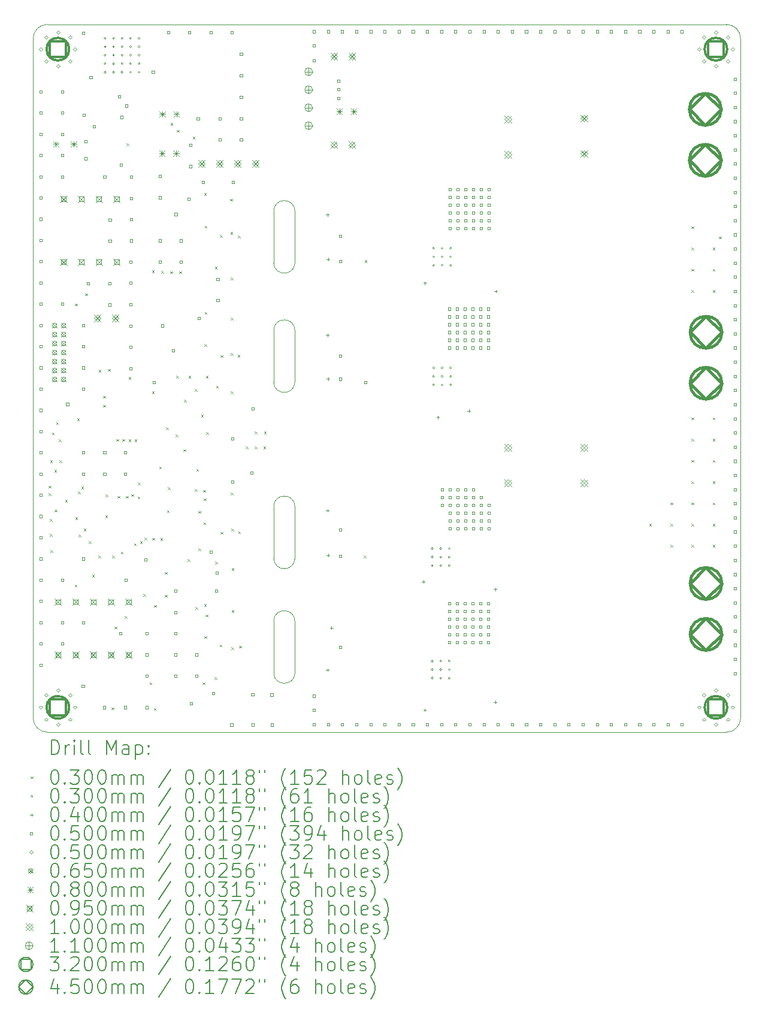
<source format=gbr>
%TF.GenerationSoftware,KiCad,Pcbnew,7.0.9*%
%TF.CreationDate,2024-10-14T12:04:16+09:00*%
%TF.ProjectId,schematic_MD,73636865-6d61-4746-9963-5f4d442e6b69,rev?*%
%TF.SameCoordinates,PX5a53c78PY8528228*%
%TF.FileFunction,Drillmap*%
%TF.FilePolarity,Positive*%
%FSLAX45Y45*%
G04 Gerber Fmt 4.5, Leading zero omitted, Abs format (unit mm)*
G04 Created by KiCad (PCBNEW 7.0.9) date 2024-10-14 12:04:16*
%MOMM*%
%LPD*%
G01*
G04 APERTURE LIST*
%ADD10C,0.050000*%
%ADD11C,0.200000*%
%ADD12C,0.100000*%
%ADD13C,0.110000*%
%ADD14C,0.320000*%
%ADD15C,0.450000*%
G04 APERTURE END LIST*
D10*
X3700000Y1565000D02*
G75*
G03*
X3400000Y1565000I-150000J0D01*
G01*
X3400000Y830000D02*
G75*
G03*
X3700000Y830000I150000J10000D01*
G01*
X3400000Y1565000D02*
X3400000Y830000D01*
X3700000Y1565000D02*
X3700000Y830000D01*
X3700000Y3185000D02*
G75*
G03*
X3400000Y3185000I-150000J0D01*
G01*
X3400000Y2450000D02*
G75*
G03*
X3700000Y2450000I150000J10000D01*
G01*
X3400000Y3185000D02*
X3400000Y2450000D01*
X3700000Y3185000D02*
X3700000Y2450000D01*
X3700000Y7360000D02*
G75*
G03*
X3400000Y7360000I-150000J0D01*
G01*
X3400000Y6625000D02*
G75*
G03*
X3700000Y6625000I150000J10000D01*
G01*
X3400000Y7360000D02*
X3400000Y6625000D01*
X3700000Y7360000D02*
X3700000Y6625000D01*
X10000000Y9800000D02*
G75*
G03*
X9800000Y10000000I-200000J0D01*
G01*
X10000000Y200000D02*
X10000000Y9800000D01*
X9800000Y0D02*
G75*
G03*
X10000000Y200000I0J200000D01*
G01*
X200000Y0D02*
X9800000Y0D01*
X3700000Y5675000D02*
X3700000Y4940000D01*
X0Y9800000D02*
X0Y200000D01*
X9800000Y10000000D02*
X200000Y10000000D01*
X3700000Y5675000D02*
G75*
G03*
X3400000Y5675000I-150000J0D01*
G01*
X200000Y10000000D02*
G75*
G03*
X0Y9800000I0J-200000D01*
G01*
X3400000Y5675000D02*
X3400000Y4940000D01*
X0Y200000D02*
G75*
G03*
X200000Y0I200000J0D01*
G01*
X3400000Y4940000D02*
G75*
G03*
X3700000Y4940000I150000J10000D01*
G01*
D11*
D12*
X220000Y3480000D02*
X250000Y3450000D01*
X250000Y3480000D02*
X220000Y3450000D01*
X220000Y3375000D02*
X250000Y3345000D01*
X250000Y3375000D02*
X220000Y3345000D01*
X236600Y3010820D02*
X266600Y2980820D01*
X266600Y3010820D02*
X236600Y2980820D01*
X236600Y2800820D02*
X266600Y2770820D01*
X266600Y2800820D02*
X236600Y2770820D01*
X239100Y3840820D02*
X269100Y3810820D01*
X269100Y3840820D02*
X239100Y3810820D01*
X246600Y2570820D02*
X276600Y2540820D01*
X276600Y2570820D02*
X246600Y2540820D01*
X267435Y4232435D02*
X297435Y4202435D01*
X297435Y4232435D02*
X267435Y4202435D01*
X301600Y3703820D02*
X331600Y3673820D01*
X331600Y3703820D02*
X301600Y3673820D01*
X306600Y3140820D02*
X336600Y3110820D01*
X336600Y3140820D02*
X306600Y3110820D01*
X326600Y4378820D02*
X356600Y4348820D01*
X356600Y4378820D02*
X326600Y4348820D01*
X364050Y4135820D02*
X394050Y4105820D01*
X394050Y4135820D02*
X364050Y4105820D01*
X371600Y3840820D02*
X401600Y3810820D01*
X401600Y3840820D02*
X371600Y3810820D01*
X451600Y3283820D02*
X481600Y3253820D01*
X481600Y3283820D02*
X451600Y3253820D01*
X586500Y2082500D02*
X616500Y2052500D01*
X616500Y2082500D02*
X586500Y2052500D01*
X594000Y6055000D02*
X624000Y6025000D01*
X624000Y6055000D02*
X594000Y6025000D01*
X596600Y3035820D02*
X626600Y3005820D01*
X626600Y3035820D02*
X596600Y3005820D01*
X621600Y4431370D02*
X651600Y4401370D01*
X651600Y4431370D02*
X621600Y4401370D01*
X635000Y3400000D02*
X665000Y3370000D01*
X665000Y3400000D02*
X635000Y3370000D01*
X641600Y2790820D02*
X671600Y2760820D01*
X671600Y2790820D02*
X641600Y2760820D01*
X681000Y3467000D02*
X711000Y3437000D01*
X711000Y3467000D02*
X681000Y3437000D01*
X714050Y2875000D02*
X744050Y2845000D01*
X744050Y2875000D02*
X714050Y2845000D01*
X736500Y6197500D02*
X766500Y6167500D01*
X766500Y6197500D02*
X736500Y6167500D01*
X786600Y2695820D02*
X816600Y2665820D01*
X816600Y2695820D02*
X786600Y2665820D01*
X835000Y2224950D02*
X865000Y2194950D01*
X865000Y2224950D02*
X835000Y2194950D01*
X921600Y2495820D02*
X951600Y2465820D01*
X951600Y2495820D02*
X921600Y2465820D01*
X926600Y5120820D02*
X956600Y5090820D01*
X956600Y5120820D02*
X926600Y5090820D01*
X991600Y4748820D02*
X1021600Y4718820D01*
X1021600Y4748820D02*
X991600Y4718820D01*
X991600Y4623870D02*
X1021600Y4593870D01*
X1021600Y4623870D02*
X991600Y4593870D01*
X1021491Y3060711D02*
X1051491Y3030711D01*
X1051491Y3060711D02*
X1021491Y3030711D01*
X1024140Y3358360D02*
X1054140Y3328360D01*
X1054140Y3358360D02*
X1024140Y3328360D01*
X1056600Y5130820D02*
X1086600Y5100820D01*
X1086600Y5130820D02*
X1056600Y5100820D01*
X1107000Y346250D02*
X1137000Y316250D01*
X1137000Y346250D02*
X1107000Y316250D01*
X1116600Y2495820D02*
X1146600Y2465820D01*
X1146600Y2495820D02*
X1116600Y2465820D01*
X1149950Y1492500D02*
X1179950Y1462500D01*
X1179950Y1492500D02*
X1149950Y1462500D01*
X1176500Y4142500D02*
X1206500Y4112500D01*
X1206500Y4142500D02*
X1176500Y4112500D01*
X1195000Y3335000D02*
X1225000Y3305000D01*
X1225000Y3335000D02*
X1195000Y3305000D01*
X1241600Y2550820D02*
X1271600Y2520820D01*
X1271600Y2550820D02*
X1241600Y2520820D01*
X1261500Y4142500D02*
X1291500Y4112500D01*
X1291500Y4142500D02*
X1261500Y4112500D01*
X1296500Y1637550D02*
X1326500Y1607550D01*
X1326500Y1637550D02*
X1296500Y1607550D01*
X1311500Y3337500D02*
X1341500Y3307500D01*
X1341500Y3337500D02*
X1311500Y3307500D01*
X1321600Y8320820D02*
X1351600Y8290820D01*
X1351600Y8320820D02*
X1321600Y8290820D01*
X1351500Y4137500D02*
X1381500Y4107500D01*
X1381500Y4137500D02*
X1351500Y4107500D01*
X1351875Y5018448D02*
X1381875Y4988448D01*
X1381875Y5018448D02*
X1351875Y4988448D01*
X1387348Y3362782D02*
X1417347Y3332782D01*
X1417347Y3362782D02*
X1387348Y3332782D01*
X1426500Y2667500D02*
X1456500Y2637500D01*
X1456500Y2667500D02*
X1426500Y2637500D01*
X1432920Y4136612D02*
X1462920Y4106612D01*
X1462920Y4136612D02*
X1432920Y4106612D01*
X1476500Y3327500D02*
X1506500Y3297500D01*
X1506500Y3327500D02*
X1476500Y3297500D01*
X1481500Y3527500D02*
X1511500Y3497500D01*
X1511500Y3527500D02*
X1481500Y3497500D01*
X1511500Y2697500D02*
X1541500Y2667500D01*
X1541500Y2697500D02*
X1511500Y2667500D01*
X1557796Y1951604D02*
X1587796Y1921604D01*
X1587796Y1951604D02*
X1557796Y1921604D01*
X1574609Y2746585D02*
X1604609Y2716585D01*
X1604609Y2746585D02*
X1574609Y2716585D01*
X1646850Y705400D02*
X1676850Y675400D01*
X1676850Y705400D02*
X1646850Y675400D01*
X1681500Y6522500D02*
X1711500Y6492500D01*
X1711500Y6522500D02*
X1681500Y6492500D01*
X1681500Y4815000D02*
X1711500Y4785000D01*
X1711500Y4815000D02*
X1681500Y4785000D01*
X1686500Y2742500D02*
X1716500Y2712500D01*
X1716500Y2742500D02*
X1686500Y2712500D01*
X1707000Y340000D02*
X1737000Y310000D01*
X1737000Y340000D02*
X1707000Y310000D01*
X1711800Y1797018D02*
X1741800Y1767018D01*
X1741800Y1797018D02*
X1711800Y1767018D01*
X1781500Y3750770D02*
X1811500Y3720770D01*
X1811500Y3750770D02*
X1781500Y3720770D01*
X1798250Y2737500D02*
X1828250Y2707500D01*
X1828250Y2737500D02*
X1798250Y2707500D01*
X1811500Y6517500D02*
X1841500Y6487500D01*
X1841500Y6517500D02*
X1811500Y6487500D01*
X1863096Y2260000D02*
X1893096Y2230000D01*
X1893096Y2260000D02*
X1863096Y2230000D01*
X1864200Y1940000D02*
X1894200Y1910000D01*
X1894200Y1940000D02*
X1864200Y1910000D01*
X1878980Y4305000D02*
X1908980Y4275000D01*
X1908980Y4305000D02*
X1878980Y4275000D01*
X1890817Y3133183D02*
X1920817Y3103183D01*
X1920817Y3133183D02*
X1890817Y3103183D01*
X1906500Y3457500D02*
X1936500Y3427500D01*
X1936500Y3457500D02*
X1906500Y3427500D01*
X1936500Y6512500D02*
X1966500Y6482500D01*
X1966500Y6512500D02*
X1936500Y6482500D01*
X1942800Y8607200D02*
X1972800Y8577200D01*
X1972800Y8607200D02*
X1942800Y8577200D01*
X2013000Y4203000D02*
X2043000Y4173000D01*
X2043000Y4203000D02*
X2013000Y4173000D01*
X2021550Y5032391D02*
X2051550Y5002391D01*
X2051550Y5032391D02*
X2021550Y5002391D01*
X2029689Y8510311D02*
X2059689Y8480311D01*
X2059689Y8510311D02*
X2029689Y8480311D01*
X2066500Y6512500D02*
X2096500Y6482500D01*
X2096500Y6512500D02*
X2066500Y6482500D01*
X2125000Y3997500D02*
X2155000Y3967500D01*
X2155000Y3997500D02*
X2125000Y3967500D01*
X2135000Y4695000D02*
X2165000Y4665000D01*
X2165000Y4695000D02*
X2135000Y4665000D01*
X2185000Y2445000D02*
X2215000Y2415000D01*
X2215000Y2445000D02*
X2185000Y2415000D01*
X2196500Y5032391D02*
X2226500Y5002391D01*
X2226500Y5032391D02*
X2196500Y5002391D01*
X2256500Y8412500D02*
X2286500Y8382500D01*
X2286500Y8412500D02*
X2256500Y8382500D01*
X2284950Y3436273D02*
X2314950Y3406273D01*
X2314950Y3436273D02*
X2284950Y3406273D01*
X2287427Y4847427D02*
X2317427Y4817427D01*
X2317427Y4847427D02*
X2287427Y4817427D01*
X2295000Y1765000D02*
X2325000Y1735000D01*
X2325000Y1765000D02*
X2295000Y1735000D01*
X2306500Y3717500D02*
X2336500Y3687500D01*
X2336500Y3717500D02*
X2306500Y3687500D01*
X2335000Y3125000D02*
X2365000Y3095000D01*
X2365000Y3125000D02*
X2335000Y3095000D01*
X2335000Y2595000D02*
X2365000Y2565000D01*
X2365000Y2595000D02*
X2335000Y2565000D01*
X2375000Y4485000D02*
X2405000Y4455000D01*
X2405000Y4485000D02*
X2375000Y4455000D01*
X2396500Y705400D02*
X2426500Y675400D01*
X2426500Y705400D02*
X2396500Y675400D01*
X2405000Y3420000D02*
X2435000Y3390000D01*
X2435000Y3420000D02*
X2405000Y3390000D01*
X2410000Y2965000D02*
X2440000Y2935000D01*
X2440000Y2965000D02*
X2410000Y2935000D01*
X2411366Y3301366D02*
X2441366Y3271366D01*
X2441366Y3301366D02*
X2411366Y3271366D01*
X2415000Y7615000D02*
X2445000Y7585000D01*
X2445000Y7615000D02*
X2415000Y7585000D01*
X2415000Y1810000D02*
X2445000Y1780000D01*
X2445000Y1810000D02*
X2415000Y1780000D01*
X2420000Y5485000D02*
X2450000Y5455000D01*
X2450000Y5485000D02*
X2420000Y5455000D01*
X2420000Y1355000D02*
X2450000Y1325000D01*
X2450000Y1355000D02*
X2420000Y1325000D01*
X2425000Y7155000D02*
X2455000Y7125000D01*
X2455000Y7155000D02*
X2425000Y7125000D01*
X2425000Y5935000D02*
X2455000Y5905000D01*
X2455000Y5935000D02*
X2425000Y5905000D01*
X2439916Y1659916D02*
X2469916Y1629916D01*
X2469916Y1659916D02*
X2439916Y1629916D01*
X2442391Y5032391D02*
X2472391Y5002391D01*
X2472391Y5032391D02*
X2442391Y5002391D01*
X2445000Y4238250D02*
X2475000Y4208250D01*
X2475000Y4238250D02*
X2445000Y4208250D01*
X2565000Y775000D02*
X2595000Y745000D01*
X2595000Y775000D02*
X2565000Y745000D01*
X2570000Y6575000D02*
X2600000Y6545000D01*
X2600000Y6575000D02*
X2570000Y6545000D01*
X2575000Y2410000D02*
X2605000Y2380000D01*
X2605000Y2410000D02*
X2575000Y2380000D01*
X2585000Y4895000D02*
X2615000Y4865000D01*
X2615000Y4895000D02*
X2585000Y4865000D01*
X2638900Y1238800D02*
X2668900Y1208800D01*
X2668900Y1238800D02*
X2638900Y1208800D01*
X2640000Y7025000D02*
X2670000Y6995000D01*
X2670000Y7025000D02*
X2640000Y6995000D01*
X2650000Y5325000D02*
X2680000Y5295000D01*
X2680000Y5325000D02*
X2650000Y5295000D01*
X2650000Y2830000D02*
X2680000Y2800000D01*
X2680000Y2830000D02*
X2650000Y2800000D01*
X2785000Y7535000D02*
X2815000Y7505000D01*
X2815000Y7535000D02*
X2785000Y7505000D01*
X2791250Y7065000D02*
X2821250Y7035000D01*
X2821250Y7065000D02*
X2791250Y7035000D01*
X2794649Y4815450D02*
X2824649Y4785450D01*
X2824649Y4815450D02*
X2794649Y4785450D01*
X2794959Y6425000D02*
X2824959Y6395000D01*
X2824959Y6425000D02*
X2794959Y6395000D01*
X2795000Y5855000D02*
X2825000Y5825000D01*
X2825000Y5855000D02*
X2795000Y5825000D01*
X2795000Y5355000D02*
X2825000Y5325000D01*
X2825000Y5355000D02*
X2795000Y5325000D01*
X2795000Y3385000D02*
X2825000Y3355000D01*
X2825000Y3385000D02*
X2795000Y3355000D01*
X2803307Y1198103D02*
X2833307Y1168103D01*
X2833307Y1198103D02*
X2803307Y1168103D01*
X2804000Y2875000D02*
X2834000Y2845000D01*
X2834000Y2875000D02*
X2804000Y2845000D01*
X2805000Y2315000D02*
X2835000Y2285000D01*
X2835000Y2315000D02*
X2805000Y2285000D01*
X2805000Y1722850D02*
X2835000Y1692850D01*
X2835000Y1722850D02*
X2805000Y1692850D01*
X2892900Y5330500D02*
X2922900Y5300500D01*
X2922900Y5330500D02*
X2892900Y5300500D01*
X2896123Y7016450D02*
X2926123Y6986450D01*
X2926123Y7016450D02*
X2896123Y6986450D01*
X2900000Y2836450D02*
X2930000Y2806450D01*
X2930000Y2836450D02*
X2900000Y2806450D01*
X2910000Y1220000D02*
X2940000Y1190000D01*
X2940000Y1220000D02*
X2910000Y1190000D01*
X3005000Y4035000D02*
X3035000Y4005000D01*
X3035000Y4035000D02*
X3005000Y4005000D01*
X3134000Y4245000D02*
X3164000Y4215000D01*
X3164000Y4245000D02*
X3134000Y4215000D01*
X3134000Y4035000D02*
X3164000Y4005000D01*
X3164000Y4035000D02*
X3134000Y4005000D01*
X3254000Y4035000D02*
X3284000Y4005000D01*
X3284000Y4035000D02*
X3254000Y4005000D01*
X3264000Y4245000D02*
X3294000Y4215000D01*
X3294000Y4245000D02*
X3264000Y4215000D01*
X4675000Y2495000D02*
X4705000Y2465000D01*
X4705000Y2495000D02*
X4675000Y2465000D01*
X4686500Y6670000D02*
X4716500Y6640000D01*
X4716500Y6670000D02*
X4686500Y6640000D01*
X8706500Y2942500D02*
X8736500Y2912500D01*
X8736500Y2942500D02*
X8706500Y2912500D01*
X9006500Y3242500D02*
X9036500Y3212500D01*
X9036500Y3242500D02*
X9006500Y3212500D01*
X9006500Y2942500D02*
X9036500Y2912500D01*
X9036500Y2942500D02*
X9006500Y2912500D01*
X9006500Y2645000D02*
X9036500Y2615000D01*
X9036500Y2645000D02*
X9006500Y2615000D01*
X9306500Y7145000D02*
X9336500Y7115000D01*
X9336500Y7145000D02*
X9306500Y7115000D01*
X9306500Y6845000D02*
X9336500Y6815000D01*
X9336500Y6845000D02*
X9306500Y6815000D01*
X9306500Y6545000D02*
X9336500Y6515000D01*
X9336500Y6545000D02*
X9306500Y6515000D01*
X9306500Y6245000D02*
X9336500Y6215000D01*
X9336500Y6245000D02*
X9306500Y6215000D01*
X9306500Y4445000D02*
X9336500Y4415000D01*
X9336500Y4445000D02*
X9306500Y4415000D01*
X9306500Y4145000D02*
X9336500Y4115000D01*
X9336500Y4145000D02*
X9306500Y4115000D01*
X9306500Y3845000D02*
X9336500Y3815000D01*
X9336500Y3845000D02*
X9306500Y3815000D01*
X9306500Y3545000D02*
X9336500Y3515000D01*
X9336500Y3545000D02*
X9306500Y3515000D01*
X9306500Y3245000D02*
X9336500Y3215000D01*
X9336500Y3245000D02*
X9306500Y3215000D01*
X9306500Y2945000D02*
X9336500Y2915000D01*
X9336500Y2945000D02*
X9306500Y2915000D01*
X9306500Y2645000D02*
X9336500Y2615000D01*
X9336500Y2645000D02*
X9306500Y2615000D01*
X9606500Y6845000D02*
X9636500Y6815000D01*
X9636500Y6845000D02*
X9606500Y6815000D01*
X9606500Y6545000D02*
X9636500Y6515000D01*
X9636500Y6545000D02*
X9606500Y6515000D01*
X9606500Y6245000D02*
X9636500Y6215000D01*
X9636500Y6245000D02*
X9606500Y6215000D01*
X9606500Y4445000D02*
X9636500Y4415000D01*
X9636500Y4445000D02*
X9606500Y4415000D01*
X9606500Y4145000D02*
X9636500Y4115000D01*
X9636500Y4145000D02*
X9606500Y4115000D01*
X9606500Y3845000D02*
X9636500Y3815000D01*
X9636500Y3845000D02*
X9606500Y3815000D01*
X9606500Y3545000D02*
X9636500Y3515000D01*
X9636500Y3545000D02*
X9606500Y3515000D01*
X9606500Y3245000D02*
X9636500Y3215000D01*
X9636500Y3245000D02*
X9606500Y3215000D01*
X9606500Y2945000D02*
X9636500Y2915000D01*
X9636500Y2945000D02*
X9606500Y2915000D01*
X9606500Y2645000D02*
X9636500Y2615000D01*
X9636500Y2645000D02*
X9606500Y2615000D01*
X9695000Y7002000D02*
X9725000Y6972000D01*
X9725000Y7002000D02*
X9695000Y6972000D01*
X1031600Y9804820D02*
G75*
G03*
X1031600Y9804820I-15000J0D01*
G01*
X1031600Y9684820D02*
G75*
G03*
X1031600Y9684820I-15000J0D01*
G01*
X1031600Y9564820D02*
G75*
G03*
X1031600Y9564820I-15000J0D01*
G01*
X1031600Y9444820D02*
G75*
G03*
X1031600Y9444820I-15000J0D01*
G01*
X1031600Y9324820D02*
G75*
G03*
X1031600Y9324820I-15000J0D01*
G01*
X1151600Y9804820D02*
G75*
G03*
X1151600Y9804820I-15000J0D01*
G01*
X1151600Y9684820D02*
G75*
G03*
X1151600Y9684820I-15000J0D01*
G01*
X1151600Y9564820D02*
G75*
G03*
X1151600Y9564820I-15000J0D01*
G01*
X1151600Y9444820D02*
G75*
G03*
X1151600Y9444820I-15000J0D01*
G01*
X1151600Y9324820D02*
G75*
G03*
X1151600Y9324820I-15000J0D01*
G01*
X1271600Y9804820D02*
G75*
G03*
X1271600Y9804820I-15000J0D01*
G01*
X1271600Y9684820D02*
G75*
G03*
X1271600Y9684820I-15000J0D01*
G01*
X1271600Y9564820D02*
G75*
G03*
X1271600Y9564820I-15000J0D01*
G01*
X1271600Y9444820D02*
G75*
G03*
X1271600Y9444820I-15000J0D01*
G01*
X1271600Y9324820D02*
G75*
G03*
X1271600Y9324820I-15000J0D01*
G01*
X1391600Y9804820D02*
G75*
G03*
X1391600Y9804820I-15000J0D01*
G01*
X1391600Y9684820D02*
G75*
G03*
X1391600Y9684820I-15000J0D01*
G01*
X1391600Y9564820D02*
G75*
G03*
X1391600Y9564820I-15000J0D01*
G01*
X1391600Y9444820D02*
G75*
G03*
X1391600Y9444820I-15000J0D01*
G01*
X1391600Y9324820D02*
G75*
G03*
X1391600Y9324820I-15000J0D01*
G01*
X1511600Y9804820D02*
G75*
G03*
X1511600Y9804820I-15000J0D01*
G01*
X1511600Y9684820D02*
G75*
G03*
X1511600Y9684820I-15000J0D01*
G01*
X1511600Y9564820D02*
G75*
G03*
X1511600Y9564820I-15000J0D01*
G01*
X1511600Y9444820D02*
G75*
G03*
X1511600Y9444820I-15000J0D01*
G01*
X1511600Y9324820D02*
G75*
G03*
X1511600Y9324820I-15000J0D01*
G01*
X5655500Y2593500D02*
G75*
G03*
X5655500Y2593500I-15000J0D01*
G01*
X5655500Y2473500D02*
G75*
G03*
X5655500Y2473500I-15000J0D01*
G01*
X5655500Y2353500D02*
G75*
G03*
X5655500Y2353500I-15000J0D01*
G01*
X5656000Y1003000D02*
G75*
G03*
X5656000Y1003000I-15000J0D01*
G01*
X5656000Y883000D02*
G75*
G03*
X5656000Y883000I-15000J0D01*
G01*
X5656000Y763000D02*
G75*
G03*
X5656000Y763000I-15000J0D01*
G01*
X5675500Y6836500D02*
G75*
G03*
X5675500Y6836500I-15000J0D01*
G01*
X5675500Y6716500D02*
G75*
G03*
X5675500Y6716500I-15000J0D01*
G01*
X5675500Y6596500D02*
G75*
G03*
X5675500Y6596500I-15000J0D01*
G01*
X5675500Y5146500D02*
G75*
G03*
X5675500Y5146500I-15000J0D01*
G01*
X5675500Y5026500D02*
G75*
G03*
X5675500Y5026500I-15000J0D01*
G01*
X5675500Y4906500D02*
G75*
G03*
X5675500Y4906500I-15000J0D01*
G01*
X5775500Y2593500D02*
G75*
G03*
X5775500Y2593500I-15000J0D01*
G01*
X5775500Y2473500D02*
G75*
G03*
X5775500Y2473500I-15000J0D01*
G01*
X5775500Y2353500D02*
G75*
G03*
X5775500Y2353500I-15000J0D01*
G01*
X5776000Y1003000D02*
G75*
G03*
X5776000Y1003000I-15000J0D01*
G01*
X5776000Y883000D02*
G75*
G03*
X5776000Y883000I-15000J0D01*
G01*
X5776000Y763000D02*
G75*
G03*
X5776000Y763000I-15000J0D01*
G01*
X5795500Y6836500D02*
G75*
G03*
X5795500Y6836500I-15000J0D01*
G01*
X5795500Y6716500D02*
G75*
G03*
X5795500Y6716500I-15000J0D01*
G01*
X5795500Y6596500D02*
G75*
G03*
X5795500Y6596500I-15000J0D01*
G01*
X5795500Y5146500D02*
G75*
G03*
X5795500Y5146500I-15000J0D01*
G01*
X5795500Y5026500D02*
G75*
G03*
X5795500Y5026500I-15000J0D01*
G01*
X5795500Y4906500D02*
G75*
G03*
X5795500Y4906500I-15000J0D01*
G01*
X5895500Y2593500D02*
G75*
G03*
X5895500Y2593500I-15000J0D01*
G01*
X5895500Y2473500D02*
G75*
G03*
X5895500Y2473500I-15000J0D01*
G01*
X5895500Y2353500D02*
G75*
G03*
X5895500Y2353500I-15000J0D01*
G01*
X5896000Y1003000D02*
G75*
G03*
X5896000Y1003000I-15000J0D01*
G01*
X5896000Y883000D02*
G75*
G03*
X5896000Y883000I-15000J0D01*
G01*
X5896000Y763000D02*
G75*
G03*
X5896000Y763000I-15000J0D01*
G01*
X5915500Y6836500D02*
G75*
G03*
X5915500Y6836500I-15000J0D01*
G01*
X5915500Y6716500D02*
G75*
G03*
X5915500Y6716500I-15000J0D01*
G01*
X5915500Y6596500D02*
G75*
G03*
X5915500Y6596500I-15000J0D01*
G01*
X5915500Y5146500D02*
G75*
G03*
X5915500Y5146500I-15000J0D01*
G01*
X5915500Y5026500D02*
G75*
G03*
X5915500Y5026500I-15000J0D01*
G01*
X5915500Y4906500D02*
G75*
G03*
X5915500Y4906500I-15000J0D01*
G01*
X4160000Y7330000D02*
X4160000Y7290000D01*
X4140000Y7310000D02*
X4180000Y7310000D01*
X4160000Y3150000D02*
X4160000Y3110000D01*
X4140000Y3130000D02*
X4180000Y3130000D01*
X4160000Y900000D02*
X4160000Y860000D01*
X4140000Y880000D02*
X4180000Y880000D01*
X4160225Y5628725D02*
X4160225Y5588725D01*
X4140225Y5608725D02*
X4180225Y5608725D01*
X4170000Y6700000D02*
X4170000Y6660000D01*
X4150000Y6680000D02*
X4190000Y6680000D01*
X4170000Y5010000D02*
X4170000Y4970000D01*
X4150000Y4990000D02*
X4190000Y4990000D01*
X4170000Y2520000D02*
X4170000Y2480000D01*
X4150000Y2500000D02*
X4190000Y2500000D01*
X4215725Y1492910D02*
X4215725Y1452910D01*
X4195725Y1472910D02*
X4235725Y1472910D01*
X5516500Y2147500D02*
X5516500Y2107500D01*
X5496500Y2127500D02*
X5536500Y2127500D01*
X5534000Y332500D02*
X5534000Y292500D01*
X5514000Y312500D02*
X5554000Y312500D01*
X5536500Y6365000D02*
X5536500Y6325000D01*
X5516500Y6345000D02*
X5556500Y6345000D01*
X5721500Y4470000D02*
X5721500Y4430000D01*
X5701500Y4450000D02*
X5741500Y4450000D01*
X6160000Y4560000D02*
X6160000Y4520000D01*
X6140000Y4540000D02*
X6180000Y4540000D01*
X6530000Y2040000D02*
X6530000Y2000000D01*
X6510000Y2020000D02*
X6550000Y2020000D01*
X6531500Y445000D02*
X6531500Y405000D01*
X6511500Y425000D02*
X6551500Y425000D01*
X6540000Y6250000D02*
X6540000Y6210000D01*
X6520000Y6230000D02*
X6560000Y6230000D01*
X122678Y932322D02*
X122678Y967678D01*
X87322Y967678D01*
X87322Y932322D01*
X122678Y932322D01*
X127678Y9032322D02*
X127678Y9067678D01*
X92322Y9067678D01*
X92322Y9032322D01*
X127678Y9032322D01*
X127678Y8732322D02*
X127678Y8767678D01*
X92322Y8767678D01*
X92322Y8732322D01*
X127678Y8732322D01*
X127678Y8432322D02*
X127678Y8467678D01*
X92322Y8467678D01*
X92322Y8432322D01*
X127678Y8432322D01*
X127678Y8132322D02*
X127678Y8167678D01*
X92322Y8167678D01*
X92322Y8132322D01*
X127678Y8132322D01*
X127678Y7832322D02*
X127678Y7867678D01*
X92322Y7867678D01*
X92322Y7832322D01*
X127678Y7832322D01*
X127678Y7532322D02*
X127678Y7567678D01*
X92322Y7567678D01*
X92322Y7532322D01*
X127678Y7532322D01*
X127678Y7232322D02*
X127678Y7267678D01*
X92322Y7267678D01*
X92322Y7232322D01*
X127678Y7232322D01*
X127678Y6932322D02*
X127678Y6967678D01*
X92322Y6967678D01*
X92322Y6932322D01*
X127678Y6932322D01*
X127678Y6632322D02*
X127678Y6667678D01*
X92322Y6667678D01*
X92322Y6632322D01*
X127678Y6632322D01*
X127678Y6332322D02*
X127678Y6367678D01*
X92322Y6367678D01*
X92322Y6332322D01*
X127678Y6332322D01*
X127678Y6032322D02*
X127678Y6067678D01*
X92322Y6067678D01*
X92322Y6032322D01*
X127678Y6032322D01*
X127678Y5732322D02*
X127678Y5767678D01*
X92322Y5767678D01*
X92322Y5732322D01*
X127678Y5732322D01*
X127678Y5432322D02*
X127678Y5467678D01*
X92322Y5467678D01*
X92322Y5432322D01*
X127678Y5432322D01*
X127678Y5132322D02*
X127678Y5167678D01*
X92322Y5167678D01*
X92322Y5132322D01*
X127678Y5132322D01*
X127678Y4832322D02*
X127678Y4867678D01*
X92322Y4867678D01*
X92322Y4832322D01*
X127678Y4832322D01*
X127678Y4532322D02*
X127678Y4567678D01*
X92322Y4567678D01*
X92322Y4532322D01*
X127678Y4532322D01*
X127678Y4232322D02*
X127678Y4267678D01*
X92322Y4267678D01*
X92322Y4232322D01*
X127678Y4232322D01*
X127678Y3932322D02*
X127678Y3967678D01*
X92322Y3967678D01*
X92322Y3932322D01*
X127678Y3932322D01*
X127678Y3632322D02*
X127678Y3667678D01*
X92322Y3667678D01*
X92322Y3632322D01*
X127678Y3632322D01*
X127678Y3332322D02*
X127678Y3367678D01*
X92322Y3367678D01*
X92322Y3332322D01*
X127678Y3332322D01*
X127678Y3032322D02*
X127678Y3067678D01*
X92322Y3067678D01*
X92322Y3032322D01*
X127678Y3032322D01*
X127678Y2732322D02*
X127678Y2767678D01*
X92322Y2767678D01*
X92322Y2732322D01*
X127678Y2732322D01*
X127678Y2432322D02*
X127678Y2467678D01*
X92322Y2467678D01*
X92322Y2432322D01*
X127678Y2432322D01*
X127678Y2132322D02*
X127678Y2167678D01*
X92322Y2167678D01*
X92322Y2132322D01*
X127678Y2132322D01*
X127678Y1832322D02*
X127678Y1867678D01*
X92322Y1867678D01*
X92322Y1832322D01*
X127678Y1832322D01*
X127678Y1532322D02*
X127678Y1567678D01*
X92322Y1567678D01*
X92322Y1532322D01*
X127678Y1532322D01*
X127678Y1232322D02*
X127678Y1267678D01*
X92322Y1267678D01*
X92322Y1232322D01*
X127678Y1232322D01*
X427678Y9032322D02*
X427678Y9067678D01*
X392322Y9067678D01*
X392322Y9032322D01*
X427678Y9032322D01*
X427678Y8732322D02*
X427678Y8767678D01*
X392322Y8767678D01*
X392322Y8732322D01*
X427678Y8732322D01*
X427678Y8432322D02*
X427678Y8467678D01*
X392322Y8467678D01*
X392322Y8432322D01*
X427678Y8432322D01*
X427678Y8132322D02*
X427678Y8167678D01*
X392322Y8167678D01*
X392322Y8132322D01*
X427678Y8132322D01*
X427678Y7832322D02*
X427678Y7867678D01*
X392322Y7867678D01*
X392322Y7832322D01*
X427678Y7832322D01*
X427678Y6032322D02*
X427678Y6067678D01*
X392322Y6067678D01*
X392322Y6032322D01*
X427678Y6032322D01*
X427678Y2132322D02*
X427678Y2167678D01*
X392322Y2167678D01*
X392322Y2132322D01*
X427678Y2132322D01*
X427678Y1532322D02*
X427678Y1567678D01*
X392322Y1567678D01*
X392322Y1532322D01*
X427678Y1532322D01*
X427678Y1232322D02*
X427678Y1267678D01*
X392322Y1267678D01*
X392322Y1232322D01*
X427678Y1232322D01*
X502725Y4616117D02*
X502725Y4651472D01*
X467369Y4651472D01*
X467369Y4616117D01*
X502725Y4616117D01*
X722678Y632322D02*
X722678Y667678D01*
X687322Y667678D01*
X687322Y632322D01*
X722678Y632322D01*
X727678Y9862322D02*
X727678Y9897678D01*
X692322Y9897678D01*
X692322Y9862322D01*
X727678Y9862322D01*
X727678Y5732322D02*
X727678Y5767678D01*
X692322Y5767678D01*
X692322Y5732322D01*
X727678Y5732322D01*
X727678Y5432322D02*
X727678Y5467678D01*
X692322Y5467678D01*
X692322Y5432322D01*
X727678Y5432322D01*
X727678Y5132322D02*
X727678Y5167678D01*
X692322Y5167678D01*
X692322Y5132322D01*
X727678Y5132322D01*
X727678Y4832322D02*
X727678Y4867678D01*
X692322Y4867678D01*
X692322Y4832322D01*
X727678Y4832322D01*
X727678Y3932322D02*
X727678Y3967678D01*
X692322Y3967678D01*
X692322Y3932322D01*
X727678Y3932322D01*
X727678Y3632322D02*
X727678Y3667678D01*
X692322Y3667678D01*
X692322Y3632322D01*
X727678Y3632322D01*
X727678Y2432322D02*
X727678Y2467678D01*
X692322Y2467678D01*
X692322Y2432322D01*
X727678Y2432322D01*
X727678Y1532322D02*
X727678Y1567678D01*
X692322Y1567678D01*
X692322Y1532322D01*
X727678Y1532322D01*
X737678Y8702322D02*
X737678Y8737678D01*
X702322Y8737678D01*
X702322Y8702322D01*
X737678Y8702322D01*
X757678Y8332322D02*
X757678Y8367678D01*
X722322Y8367678D01*
X722322Y8332322D01*
X757678Y8332322D01*
X757678Y8087322D02*
X757678Y8122678D01*
X722322Y8122678D01*
X722322Y8087322D01*
X757678Y8087322D01*
X797678Y6322322D02*
X797678Y6357678D01*
X762322Y6357678D01*
X762322Y6322322D01*
X797678Y6322322D01*
X832678Y9237322D02*
X832678Y9272678D01*
X797322Y9272678D01*
X797322Y9237322D01*
X832678Y9237322D01*
X877678Y8537322D02*
X877678Y8572678D01*
X842322Y8572678D01*
X842322Y8537322D01*
X877678Y8537322D01*
X1022678Y332322D02*
X1022678Y367678D01*
X987322Y367678D01*
X987322Y332322D01*
X1022678Y332322D01*
X1027678Y7832322D02*
X1027678Y7867678D01*
X992322Y7867678D01*
X992322Y7832322D01*
X1027678Y7832322D01*
X1027678Y3932322D02*
X1027678Y3967678D01*
X992322Y3967678D01*
X992322Y3932322D01*
X1027678Y3932322D01*
X1027678Y3632322D02*
X1027678Y3667678D01*
X992322Y3667678D01*
X992322Y3632322D01*
X1027678Y3632322D01*
X1097678Y6322322D02*
X1097678Y6357678D01*
X1062322Y6357678D01*
X1062322Y6322322D01*
X1097678Y6322322D01*
X1097678Y6022322D02*
X1097678Y6057678D01*
X1062322Y6057678D01*
X1062322Y6022322D01*
X1097678Y6022322D01*
X1102678Y7222322D02*
X1102678Y7257678D01*
X1067322Y7257678D01*
X1067322Y7222322D01*
X1102678Y7222322D01*
X1102678Y6922322D02*
X1102678Y6957678D01*
X1067322Y6957678D01*
X1067322Y6922322D01*
X1102678Y6922322D01*
X1232678Y8962322D02*
X1232678Y8997678D01*
X1197322Y8997678D01*
X1197322Y8962322D01*
X1232678Y8962322D01*
X1252678Y1377322D02*
X1252678Y1412678D01*
X1217322Y1412678D01*
X1217322Y1377322D01*
X1252678Y1377322D01*
X1257678Y7997322D02*
X1257678Y8032678D01*
X1222322Y8032678D01*
X1222322Y7997322D01*
X1257678Y7997322D01*
X1267678Y8672322D02*
X1267678Y8707678D01*
X1232322Y8707678D01*
X1232322Y8672322D01*
X1267678Y8672322D01*
X1322678Y3932322D02*
X1322678Y3967678D01*
X1287322Y3967678D01*
X1287322Y3932322D01*
X1322678Y3932322D01*
X1322678Y3632322D02*
X1322678Y3667678D01*
X1287322Y3667678D01*
X1287322Y3632322D01*
X1322678Y3632322D01*
X1322678Y332322D02*
X1322678Y367678D01*
X1287322Y367678D01*
X1287322Y332322D01*
X1322678Y332322D01*
X1327678Y2132322D02*
X1327678Y2167678D01*
X1292322Y2167678D01*
X1292322Y2132322D01*
X1327678Y2132322D01*
X1337678Y8832322D02*
X1337678Y8867678D01*
X1302322Y8867678D01*
X1302322Y8832322D01*
X1337678Y8832322D01*
X1397678Y6627322D02*
X1397678Y6662678D01*
X1362322Y6662678D01*
X1362322Y6627322D01*
X1397678Y6627322D01*
X1397678Y6327322D02*
X1397678Y6362678D01*
X1362322Y6362678D01*
X1362322Y6327322D01*
X1397678Y6327322D01*
X1397678Y6027322D02*
X1397678Y6062678D01*
X1362322Y6062678D01*
X1362322Y6027322D01*
X1397678Y6027322D01*
X1397678Y5722322D02*
X1397678Y5757678D01*
X1362322Y5757678D01*
X1362322Y5722322D01*
X1397678Y5722322D01*
X1397678Y5422322D02*
X1397678Y5457678D01*
X1362322Y5457678D01*
X1362322Y5422322D01*
X1397678Y5422322D01*
X1397678Y5122322D02*
X1397678Y5157678D01*
X1362322Y5157678D01*
X1362322Y5122322D01*
X1397678Y5122322D01*
X1402678Y7827322D02*
X1402678Y7862678D01*
X1367322Y7862678D01*
X1367322Y7827322D01*
X1402678Y7827322D01*
X1402678Y7527322D02*
X1402678Y7562678D01*
X1367322Y7562678D01*
X1367322Y7527322D01*
X1402678Y7527322D01*
X1402678Y7227322D02*
X1402678Y7262678D01*
X1367322Y7262678D01*
X1367322Y7227322D01*
X1402678Y7227322D01*
X1402678Y6927322D02*
X1402678Y6962678D01*
X1367322Y6962678D01*
X1367322Y6927322D01*
X1402678Y6927322D01*
X1609178Y2419822D02*
X1609178Y2455178D01*
X1573822Y2455178D01*
X1573822Y2419822D01*
X1609178Y2419822D01*
X1622678Y1377322D02*
X1622678Y1412678D01*
X1587322Y1412678D01*
X1587322Y1377322D01*
X1622678Y1377322D01*
X1622678Y1077322D02*
X1622678Y1112678D01*
X1587322Y1112678D01*
X1587322Y1077322D01*
X1622678Y1077322D01*
X1622678Y777322D02*
X1622678Y812678D01*
X1587322Y812678D01*
X1587322Y777322D01*
X1622678Y777322D01*
X1622678Y332322D02*
X1622678Y367678D01*
X1587322Y367678D01*
X1587322Y332322D01*
X1622678Y332322D01*
X1712678Y9312322D02*
X1712678Y9347678D01*
X1677322Y9347678D01*
X1677322Y9312322D01*
X1712678Y9312322D01*
X1724178Y4924822D02*
X1724178Y4960178D01*
X1688822Y4960178D01*
X1688822Y4924822D01*
X1724178Y4924822D01*
X1807678Y7837322D02*
X1807678Y7872678D01*
X1772322Y7872678D01*
X1772322Y7837322D01*
X1807678Y7837322D01*
X1807678Y7537322D02*
X1807678Y7572678D01*
X1772322Y7572678D01*
X1772322Y7537322D01*
X1807678Y7537322D01*
X1807678Y6927322D02*
X1807678Y6962678D01*
X1772322Y6962678D01*
X1772322Y6927322D01*
X1807678Y6927322D01*
X1807678Y6627322D02*
X1807678Y6662678D01*
X1772322Y6662678D01*
X1772322Y6627322D01*
X1807678Y6627322D01*
X1844178Y5724822D02*
X1844178Y5760178D01*
X1808822Y5760178D01*
X1808822Y5724822D01*
X1844178Y5724822D01*
X1927678Y9872322D02*
X1927678Y9907678D01*
X1892322Y9907678D01*
X1892322Y9872322D01*
X1927678Y9872322D01*
X1997378Y5374822D02*
X1997378Y5410178D01*
X1962022Y5410178D01*
X1962022Y5374822D01*
X1997378Y5374822D01*
X2027678Y1977322D02*
X2027678Y2012678D01*
X1992322Y2012678D01*
X1992322Y1977322D01*
X2027678Y1977322D01*
X2027678Y1677322D02*
X2027678Y1712678D01*
X1992322Y1712678D01*
X1992322Y1677322D01*
X2027678Y1677322D01*
X2027678Y1377322D02*
X2027678Y1412678D01*
X1992322Y1412678D01*
X1992322Y1377322D01*
X2027678Y1377322D01*
X2027678Y1077322D02*
X2027678Y1112678D01*
X1992322Y1112678D01*
X1992322Y1077322D01*
X2027678Y1077322D01*
X2027678Y777322D02*
X2027678Y812678D01*
X1992322Y812678D01*
X1992322Y777322D01*
X2027678Y777322D01*
X2034178Y7299822D02*
X2034178Y7335178D01*
X1998822Y7335178D01*
X1998822Y7299822D01*
X2034178Y7299822D01*
X2107678Y6927322D02*
X2107678Y6962678D01*
X2072322Y6962678D01*
X2072322Y6927322D01*
X2107678Y6927322D01*
X2107678Y6627322D02*
X2107678Y6662678D01*
X2072322Y6662678D01*
X2072322Y6627322D01*
X2107678Y6627322D01*
X2214178Y7514822D02*
X2214178Y7550178D01*
X2178822Y7550178D01*
X2178822Y7514822D01*
X2214178Y7514822D01*
X2227678Y9872322D02*
X2227678Y9907678D01*
X2192322Y9907678D01*
X2192322Y9872322D01*
X2227678Y9872322D01*
X2242678Y8277322D02*
X2242678Y8312678D01*
X2207322Y8312678D01*
X2207322Y8277322D01*
X2242678Y8277322D01*
X2242678Y7977322D02*
X2242678Y8012678D01*
X2207322Y8012678D01*
X2207322Y7977322D01*
X2242678Y7977322D01*
X2250047Y390090D02*
X2250047Y425446D01*
X2214692Y425446D01*
X2214692Y390090D01*
X2250047Y390090D01*
X2327678Y1077322D02*
X2327678Y1112678D01*
X2292322Y1112678D01*
X2292322Y1077322D01*
X2327678Y1077322D01*
X2327678Y777322D02*
X2327678Y812678D01*
X2292322Y812678D01*
X2292322Y777322D01*
X2327678Y777322D01*
X2347678Y8652322D02*
X2347678Y8687678D01*
X2312322Y8687678D01*
X2312322Y8652322D01*
X2347678Y8652322D01*
X2362678Y5832322D02*
X2362678Y5867678D01*
X2327322Y5867678D01*
X2327322Y5832322D01*
X2362678Y5832322D01*
X2419178Y7749822D02*
X2419178Y7785178D01*
X2383822Y7785178D01*
X2383822Y7749822D01*
X2419178Y7749822D01*
X2527678Y9872322D02*
X2527678Y9907678D01*
X2492322Y9907678D01*
X2492322Y9872322D01*
X2527678Y9872322D01*
X2532678Y2532322D02*
X2532678Y2567678D01*
X2497322Y2567678D01*
X2497322Y2532322D01*
X2532678Y2532322D01*
X2564178Y529822D02*
X2564178Y565178D01*
X2528822Y565178D01*
X2528822Y529822D01*
X2564178Y529822D01*
X2607678Y1977322D02*
X2607678Y2012678D01*
X2572322Y2012678D01*
X2572322Y1977322D01*
X2607678Y1977322D01*
X2612678Y2232322D02*
X2612678Y2267678D01*
X2577322Y2267678D01*
X2577322Y2232322D01*
X2612678Y2232322D01*
X2627678Y6382322D02*
X2627678Y6417678D01*
X2592322Y6417678D01*
X2592322Y6382322D01*
X2627678Y6382322D01*
X2627678Y6082322D02*
X2627678Y6117678D01*
X2592322Y6117678D01*
X2592322Y6082322D01*
X2627678Y6082322D01*
X2657678Y8652322D02*
X2657678Y8687678D01*
X2622322Y8687678D01*
X2622322Y8652322D01*
X2657678Y8652322D01*
X2657678Y8352322D02*
X2657678Y8387678D01*
X2622322Y8387678D01*
X2622322Y8352322D01*
X2657678Y8352322D01*
X2822678Y87322D02*
X2822678Y122678D01*
X2787322Y122678D01*
X2787322Y87322D01*
X2822678Y87322D01*
X2827678Y9872322D02*
X2827678Y9907678D01*
X2792322Y9907678D01*
X2792322Y9872322D01*
X2827678Y9872322D01*
X2832678Y3522322D02*
X2832678Y3557678D01*
X2797322Y3557678D01*
X2797322Y3522322D01*
X2832678Y3522322D01*
X2837678Y4132322D02*
X2837678Y4167678D01*
X2802322Y4167678D01*
X2802322Y4132322D01*
X2837678Y4132322D01*
X2842678Y7752322D02*
X2842678Y7787678D01*
X2807322Y7787678D01*
X2807322Y7752322D01*
X2842678Y7752322D01*
X2957678Y9562322D02*
X2957678Y9597678D01*
X2922322Y9597678D01*
X2922322Y9562322D01*
X2957678Y9562322D01*
X2957678Y9262322D02*
X2957678Y9297678D01*
X2922322Y9297678D01*
X2922322Y9262322D01*
X2957678Y9262322D01*
X2957678Y8952322D02*
X2957678Y8987678D01*
X2922322Y8987678D01*
X2922322Y8952322D01*
X2957678Y8952322D01*
X2957678Y8652322D02*
X2957678Y8687678D01*
X2922322Y8687678D01*
X2922322Y8652322D01*
X2957678Y8652322D01*
X2957678Y8352322D02*
X2957678Y8387678D01*
X2922322Y8387678D01*
X2922322Y8352322D01*
X2957678Y8352322D01*
X3102678Y3647322D02*
X3102678Y3682678D01*
X3067322Y3682678D01*
X3067322Y3647322D01*
X3102678Y3647322D01*
X3119178Y514822D02*
X3119178Y550178D01*
X3083822Y550178D01*
X3083822Y514822D01*
X3119178Y514822D01*
X3122678Y4552322D02*
X3122678Y4587678D01*
X3087322Y4587678D01*
X3087322Y4552322D01*
X3122678Y4552322D01*
X3122678Y87322D02*
X3122678Y122678D01*
X3087322Y122678D01*
X3087322Y87322D01*
X3122678Y87322D01*
X3389178Y509822D02*
X3389178Y545178D01*
X3353822Y545178D01*
X3353822Y509822D01*
X3389178Y509822D01*
X3392678Y87322D02*
X3392678Y122678D01*
X3357322Y122678D01*
X3357322Y87322D01*
X3392678Y87322D01*
X3987678Y9882322D02*
X3987678Y9917678D01*
X3952322Y9917678D01*
X3952322Y9882322D01*
X3987678Y9882322D01*
X3987678Y9682322D02*
X3987678Y9717678D01*
X3952322Y9717678D01*
X3952322Y9682322D01*
X3987678Y9682322D01*
X3987678Y9472322D02*
X3987678Y9507678D01*
X3952322Y9507678D01*
X3952322Y9472322D01*
X3987678Y9472322D01*
X3987678Y492322D02*
X3987678Y527678D01*
X3952322Y527678D01*
X3952322Y492322D01*
X3987678Y492322D01*
X3987678Y292322D02*
X3987678Y327678D01*
X3952322Y327678D01*
X3952322Y292322D01*
X3987678Y292322D01*
X3987678Y92322D02*
X3987678Y127678D01*
X3952322Y127678D01*
X3952322Y92322D01*
X3987678Y92322D01*
X4187678Y9882322D02*
X4187678Y9917678D01*
X4152322Y9917678D01*
X4152322Y9882322D01*
X4187678Y9882322D01*
X4187678Y92322D02*
X4187678Y127678D01*
X4152322Y127678D01*
X4152322Y92322D01*
X4187678Y92322D01*
X4330178Y9062322D02*
X4330178Y9097678D01*
X4294822Y9097678D01*
X4294822Y9062322D01*
X4330178Y9062322D01*
X4335278Y9181722D02*
X4335278Y9217078D01*
X4299922Y9217078D01*
X4299922Y9181722D01*
X4335278Y9181722D01*
X4335278Y8940422D02*
X4335278Y8975778D01*
X4299922Y8975778D01*
X4299922Y8940422D01*
X4335278Y8940422D01*
X4356678Y6637322D02*
X4356678Y6672678D01*
X4321322Y6672678D01*
X4321322Y6637322D01*
X4356678Y6637322D01*
X4357678Y6988772D02*
X4357678Y7024128D01*
X4322322Y7024128D01*
X4322322Y6988772D01*
X4357678Y6988772D01*
X4357678Y4972322D02*
X4357678Y5007678D01*
X4322322Y5007678D01*
X4322322Y4972322D01*
X4357678Y4972322D01*
X4357678Y2467372D02*
X4357678Y2502728D01*
X4322322Y2502728D01*
X4322322Y2467372D01*
X4357678Y2467372D01*
X4358604Y2843249D02*
X4358604Y2878604D01*
X4323249Y2878604D01*
X4323249Y2843249D01*
X4358604Y2843249D01*
X4359178Y1184772D02*
X4359178Y1220128D01*
X4323822Y1220128D01*
X4323822Y1184772D01*
X4359178Y1184772D01*
X4361678Y5294772D02*
X4361678Y5330128D01*
X4326322Y5330128D01*
X4326322Y5294772D01*
X4361678Y5294772D01*
X4387678Y9882322D02*
X4387678Y9917678D01*
X4352322Y9917678D01*
X4352322Y9882322D01*
X4387678Y9882322D01*
X4387678Y92322D02*
X4387678Y127678D01*
X4352322Y127678D01*
X4352322Y92322D01*
X4387678Y92322D01*
X4587678Y9882322D02*
X4587678Y9917678D01*
X4552322Y9917678D01*
X4552322Y9882322D01*
X4587678Y9882322D01*
X4587678Y92322D02*
X4587678Y127678D01*
X4552322Y127678D01*
X4552322Y92322D01*
X4587678Y92322D01*
X4717678Y4922322D02*
X4717678Y4957678D01*
X4682322Y4957678D01*
X4682322Y4922322D01*
X4717678Y4922322D01*
X4787678Y9882322D02*
X4787678Y9917678D01*
X4752322Y9917678D01*
X4752322Y9882322D01*
X4787678Y9882322D01*
X4787678Y92322D02*
X4787678Y127678D01*
X4752322Y127678D01*
X4752322Y92322D01*
X4787678Y92322D01*
X4987678Y9882322D02*
X4987678Y9917678D01*
X4952322Y9917678D01*
X4952322Y9882322D01*
X4987678Y9882322D01*
X4987678Y92322D02*
X4987678Y127678D01*
X4952322Y127678D01*
X4952322Y92322D01*
X4987678Y92322D01*
X5187678Y9882322D02*
X5187678Y9917678D01*
X5152322Y9917678D01*
X5152322Y9882322D01*
X5187678Y9882322D01*
X5187678Y92322D02*
X5187678Y127678D01*
X5152322Y127678D01*
X5152322Y92322D01*
X5187678Y92322D01*
X5387678Y9882322D02*
X5387678Y9917678D01*
X5352322Y9917678D01*
X5352322Y9882322D01*
X5387678Y9882322D01*
X5387678Y92322D02*
X5387678Y127678D01*
X5352322Y127678D01*
X5352322Y92322D01*
X5387678Y92322D01*
X5587678Y9882322D02*
X5587678Y9917678D01*
X5552322Y9917678D01*
X5552322Y9882322D01*
X5587678Y9882322D01*
X5587678Y92322D02*
X5587678Y127678D01*
X5552322Y127678D01*
X5552322Y92322D01*
X5587678Y92322D01*
X5787678Y9882322D02*
X5787678Y9917678D01*
X5752322Y9917678D01*
X5752322Y9882322D01*
X5787678Y9882322D01*
X5787678Y92322D02*
X5787678Y127678D01*
X5752322Y127678D01*
X5752322Y92322D01*
X5787678Y92322D01*
X5797678Y3412322D02*
X5797678Y3447678D01*
X5762322Y3447678D01*
X5762322Y3412322D01*
X5797678Y3412322D01*
X5797678Y3302322D02*
X5797678Y3337678D01*
X5762322Y3337678D01*
X5762322Y3302322D01*
X5797678Y3302322D01*
X5797678Y3192322D02*
X5797678Y3227678D01*
X5762322Y3227678D01*
X5762322Y3192322D01*
X5797678Y3192322D01*
X5897678Y5962322D02*
X5897678Y5997678D01*
X5862322Y5997678D01*
X5862322Y5962322D01*
X5897678Y5962322D01*
X5897678Y5852322D02*
X5897678Y5887678D01*
X5862322Y5887678D01*
X5862322Y5852322D01*
X5897678Y5852322D01*
X5897678Y5742322D02*
X5897678Y5777678D01*
X5862322Y5777678D01*
X5862322Y5742322D01*
X5897678Y5742322D01*
X5897678Y5632322D02*
X5897678Y5667678D01*
X5862322Y5667678D01*
X5862322Y5632322D01*
X5897678Y5632322D01*
X5897678Y5522322D02*
X5897678Y5557678D01*
X5862322Y5557678D01*
X5862322Y5522322D01*
X5897678Y5522322D01*
X5897678Y5412322D02*
X5897678Y5447678D01*
X5862322Y5447678D01*
X5862322Y5412322D01*
X5897678Y5412322D01*
X5897678Y1802322D02*
X5897678Y1837678D01*
X5862322Y1837678D01*
X5862322Y1802322D01*
X5897678Y1802322D01*
X5897678Y1692322D02*
X5897678Y1727678D01*
X5862322Y1727678D01*
X5862322Y1692322D01*
X5897678Y1692322D01*
X5897678Y1582322D02*
X5897678Y1617678D01*
X5862322Y1617678D01*
X5862322Y1582322D01*
X5897678Y1582322D01*
X5897678Y1472322D02*
X5897678Y1507678D01*
X5862322Y1507678D01*
X5862322Y1472322D01*
X5897678Y1472322D01*
X5897678Y1362322D02*
X5897678Y1397678D01*
X5862322Y1397678D01*
X5862322Y1362322D01*
X5897678Y1362322D01*
X5897678Y1252322D02*
X5897678Y1287678D01*
X5862322Y1287678D01*
X5862322Y1252322D01*
X5897678Y1252322D01*
X5907678Y7652322D02*
X5907678Y7687678D01*
X5872322Y7687678D01*
X5872322Y7652322D01*
X5907678Y7652322D01*
X5907678Y7542322D02*
X5907678Y7577678D01*
X5872322Y7577678D01*
X5872322Y7542322D01*
X5907678Y7542322D01*
X5907678Y7432322D02*
X5907678Y7467678D01*
X5872322Y7467678D01*
X5872322Y7432322D01*
X5907678Y7432322D01*
X5907678Y7322322D02*
X5907678Y7357678D01*
X5872322Y7357678D01*
X5872322Y7322322D01*
X5907678Y7322322D01*
X5907678Y7212322D02*
X5907678Y7247678D01*
X5872322Y7247678D01*
X5872322Y7212322D01*
X5907678Y7212322D01*
X5907678Y7102322D02*
X5907678Y7137678D01*
X5872322Y7137678D01*
X5872322Y7102322D01*
X5907678Y7102322D01*
X5907678Y3412322D02*
X5907678Y3447678D01*
X5872322Y3447678D01*
X5872322Y3412322D01*
X5907678Y3412322D01*
X5907678Y3302322D02*
X5907678Y3337678D01*
X5872322Y3337678D01*
X5872322Y3302322D01*
X5907678Y3302322D01*
X5907678Y3192322D02*
X5907678Y3227678D01*
X5872322Y3227678D01*
X5872322Y3192322D01*
X5907678Y3192322D01*
X5907678Y3082322D02*
X5907678Y3117678D01*
X5872322Y3117678D01*
X5872322Y3082322D01*
X5907678Y3082322D01*
X5907678Y2972322D02*
X5907678Y3007678D01*
X5872322Y3007678D01*
X5872322Y2972322D01*
X5907678Y2972322D01*
X5907678Y2862322D02*
X5907678Y2897678D01*
X5872322Y2897678D01*
X5872322Y2862322D01*
X5907678Y2862322D01*
X5987678Y9882322D02*
X5987678Y9917678D01*
X5952322Y9917678D01*
X5952322Y9882322D01*
X5987678Y9882322D01*
X5987678Y92322D02*
X5987678Y127678D01*
X5952322Y127678D01*
X5952322Y92322D01*
X5987678Y92322D01*
X6007678Y5962322D02*
X6007678Y5997678D01*
X5972322Y5997678D01*
X5972322Y5962322D01*
X6007678Y5962322D01*
X6007678Y5852322D02*
X6007678Y5887678D01*
X5972322Y5887678D01*
X5972322Y5852322D01*
X6007678Y5852322D01*
X6007678Y5742322D02*
X6007678Y5777678D01*
X5972322Y5777678D01*
X5972322Y5742322D01*
X6007678Y5742322D01*
X6007678Y5632322D02*
X6007678Y5667678D01*
X5972322Y5667678D01*
X5972322Y5632322D01*
X6007678Y5632322D01*
X6007678Y5522322D02*
X6007678Y5557678D01*
X5972322Y5557678D01*
X5972322Y5522322D01*
X6007678Y5522322D01*
X6007678Y5412322D02*
X6007678Y5447678D01*
X5972322Y5447678D01*
X5972322Y5412322D01*
X6007678Y5412322D01*
X6007678Y1802322D02*
X6007678Y1837678D01*
X5972322Y1837678D01*
X5972322Y1802322D01*
X6007678Y1802322D01*
X6007678Y1692322D02*
X6007678Y1727678D01*
X5972322Y1727678D01*
X5972322Y1692322D01*
X6007678Y1692322D01*
X6007678Y1582322D02*
X6007678Y1617678D01*
X5972322Y1617678D01*
X5972322Y1582322D01*
X6007678Y1582322D01*
X6007678Y1472322D02*
X6007678Y1507678D01*
X5972322Y1507678D01*
X5972322Y1472322D01*
X6007678Y1472322D01*
X6007678Y1362322D02*
X6007678Y1397678D01*
X5972322Y1397678D01*
X5972322Y1362322D01*
X6007678Y1362322D01*
X6007678Y1252322D02*
X6007678Y1287678D01*
X5972322Y1287678D01*
X5972322Y1252322D01*
X6007678Y1252322D01*
X6017678Y7652322D02*
X6017678Y7687678D01*
X5982322Y7687678D01*
X5982322Y7652322D01*
X6017678Y7652322D01*
X6017678Y7542322D02*
X6017678Y7577678D01*
X5982322Y7577678D01*
X5982322Y7542322D01*
X6017678Y7542322D01*
X6017678Y7432322D02*
X6017678Y7467678D01*
X5982322Y7467678D01*
X5982322Y7432322D01*
X6017678Y7432322D01*
X6017678Y7322322D02*
X6017678Y7357678D01*
X5982322Y7357678D01*
X5982322Y7322322D01*
X6017678Y7322322D01*
X6017678Y7212322D02*
X6017678Y7247678D01*
X5982322Y7247678D01*
X5982322Y7212322D01*
X6017678Y7212322D01*
X6017678Y7102322D02*
X6017678Y7137678D01*
X5982322Y7137678D01*
X5982322Y7102322D01*
X6017678Y7102322D01*
X6017678Y3412322D02*
X6017678Y3447678D01*
X5982322Y3447678D01*
X5982322Y3412322D01*
X6017678Y3412322D01*
X6017678Y3302322D02*
X6017678Y3337678D01*
X5982322Y3337678D01*
X5982322Y3302322D01*
X6017678Y3302322D01*
X6017678Y3192322D02*
X6017678Y3227678D01*
X5982322Y3227678D01*
X5982322Y3192322D01*
X6017678Y3192322D01*
X6017678Y3082322D02*
X6017678Y3117678D01*
X5982322Y3117678D01*
X5982322Y3082322D01*
X6017678Y3082322D01*
X6017678Y2972322D02*
X6017678Y3007678D01*
X5982322Y3007678D01*
X5982322Y2972322D01*
X6017678Y2972322D01*
X6017678Y2862322D02*
X6017678Y2897678D01*
X5982322Y2897678D01*
X5982322Y2862322D01*
X6017678Y2862322D01*
X6117678Y5962322D02*
X6117678Y5997678D01*
X6082322Y5997678D01*
X6082322Y5962322D01*
X6117678Y5962322D01*
X6117678Y5852322D02*
X6117678Y5887678D01*
X6082322Y5887678D01*
X6082322Y5852322D01*
X6117678Y5852322D01*
X6117678Y5742322D02*
X6117678Y5777678D01*
X6082322Y5777678D01*
X6082322Y5742322D01*
X6117678Y5742322D01*
X6117678Y5632322D02*
X6117678Y5667678D01*
X6082322Y5667678D01*
X6082322Y5632322D01*
X6117678Y5632322D01*
X6117678Y5522322D02*
X6117678Y5557678D01*
X6082322Y5557678D01*
X6082322Y5522322D01*
X6117678Y5522322D01*
X6117678Y5412322D02*
X6117678Y5447678D01*
X6082322Y5447678D01*
X6082322Y5412322D01*
X6117678Y5412322D01*
X6117678Y1802322D02*
X6117678Y1837678D01*
X6082322Y1837678D01*
X6082322Y1802322D01*
X6117678Y1802322D01*
X6117678Y1692322D02*
X6117678Y1727678D01*
X6082322Y1727678D01*
X6082322Y1692322D01*
X6117678Y1692322D01*
X6117678Y1582322D02*
X6117678Y1617678D01*
X6082322Y1617678D01*
X6082322Y1582322D01*
X6117678Y1582322D01*
X6117678Y1472322D02*
X6117678Y1507678D01*
X6082322Y1507678D01*
X6082322Y1472322D01*
X6117678Y1472322D01*
X6117678Y1362322D02*
X6117678Y1397678D01*
X6082322Y1397678D01*
X6082322Y1362322D01*
X6117678Y1362322D01*
X6117678Y1252322D02*
X6117678Y1287678D01*
X6082322Y1287678D01*
X6082322Y1252322D01*
X6117678Y1252322D01*
X6127678Y7652322D02*
X6127678Y7687678D01*
X6092322Y7687678D01*
X6092322Y7652322D01*
X6127678Y7652322D01*
X6127678Y7542322D02*
X6127678Y7577678D01*
X6092322Y7577678D01*
X6092322Y7542322D01*
X6127678Y7542322D01*
X6127678Y7432322D02*
X6127678Y7467678D01*
X6092322Y7467678D01*
X6092322Y7432322D01*
X6127678Y7432322D01*
X6127678Y7322322D02*
X6127678Y7357678D01*
X6092322Y7357678D01*
X6092322Y7322322D01*
X6127678Y7322322D01*
X6127678Y7212322D02*
X6127678Y7247678D01*
X6092322Y7247678D01*
X6092322Y7212322D01*
X6127678Y7212322D01*
X6127678Y7102322D02*
X6127678Y7137678D01*
X6092322Y7137678D01*
X6092322Y7102322D01*
X6127678Y7102322D01*
X6127678Y3412322D02*
X6127678Y3447678D01*
X6092322Y3447678D01*
X6092322Y3412322D01*
X6127678Y3412322D01*
X6127678Y3302322D02*
X6127678Y3337678D01*
X6092322Y3337678D01*
X6092322Y3302322D01*
X6127678Y3302322D01*
X6127678Y3192322D02*
X6127678Y3227678D01*
X6092322Y3227678D01*
X6092322Y3192322D01*
X6127678Y3192322D01*
X6127678Y3082322D02*
X6127678Y3117678D01*
X6092322Y3117678D01*
X6092322Y3082322D01*
X6127678Y3082322D01*
X6127678Y2972322D02*
X6127678Y3007678D01*
X6092322Y3007678D01*
X6092322Y2972322D01*
X6127678Y2972322D01*
X6127678Y2862322D02*
X6127678Y2897678D01*
X6092322Y2897678D01*
X6092322Y2862322D01*
X6127678Y2862322D01*
X6187678Y9882322D02*
X6187678Y9917678D01*
X6152322Y9917678D01*
X6152322Y9882322D01*
X6187678Y9882322D01*
X6187678Y92322D02*
X6187678Y127678D01*
X6152322Y127678D01*
X6152322Y92322D01*
X6187678Y92322D01*
X6227678Y5962322D02*
X6227678Y5997678D01*
X6192322Y5997678D01*
X6192322Y5962322D01*
X6227678Y5962322D01*
X6227678Y5852322D02*
X6227678Y5887678D01*
X6192322Y5887678D01*
X6192322Y5852322D01*
X6227678Y5852322D01*
X6227678Y5742322D02*
X6227678Y5777678D01*
X6192322Y5777678D01*
X6192322Y5742322D01*
X6227678Y5742322D01*
X6227678Y5632322D02*
X6227678Y5667678D01*
X6192322Y5667678D01*
X6192322Y5632322D01*
X6227678Y5632322D01*
X6227678Y5522322D02*
X6227678Y5557678D01*
X6192322Y5557678D01*
X6192322Y5522322D01*
X6227678Y5522322D01*
X6227678Y5412322D02*
X6227678Y5447678D01*
X6192322Y5447678D01*
X6192322Y5412322D01*
X6227678Y5412322D01*
X6227678Y1802322D02*
X6227678Y1837678D01*
X6192322Y1837678D01*
X6192322Y1802322D01*
X6227678Y1802322D01*
X6227678Y1692322D02*
X6227678Y1727678D01*
X6192322Y1727678D01*
X6192322Y1692322D01*
X6227678Y1692322D01*
X6227678Y1582322D02*
X6227678Y1617678D01*
X6192322Y1617678D01*
X6192322Y1582322D01*
X6227678Y1582322D01*
X6227678Y1472322D02*
X6227678Y1507678D01*
X6192322Y1507678D01*
X6192322Y1472322D01*
X6227678Y1472322D01*
X6227678Y1362322D02*
X6227678Y1397678D01*
X6192322Y1397678D01*
X6192322Y1362322D01*
X6227678Y1362322D01*
X6227678Y1252322D02*
X6227678Y1287678D01*
X6192322Y1287678D01*
X6192322Y1252322D01*
X6227678Y1252322D01*
X6237678Y7652322D02*
X6237678Y7687678D01*
X6202322Y7687678D01*
X6202322Y7652322D01*
X6237678Y7652322D01*
X6237678Y7542322D02*
X6237678Y7577678D01*
X6202322Y7577678D01*
X6202322Y7542322D01*
X6237678Y7542322D01*
X6237678Y7432322D02*
X6237678Y7467678D01*
X6202322Y7467678D01*
X6202322Y7432322D01*
X6237678Y7432322D01*
X6237678Y7322322D02*
X6237678Y7357678D01*
X6202322Y7357678D01*
X6202322Y7322322D01*
X6237678Y7322322D01*
X6237678Y7212322D02*
X6237678Y7247678D01*
X6202322Y7247678D01*
X6202322Y7212322D01*
X6237678Y7212322D01*
X6237678Y7102322D02*
X6237678Y7137678D01*
X6202322Y7137678D01*
X6202322Y7102322D01*
X6237678Y7102322D01*
X6237678Y3412322D02*
X6237678Y3447678D01*
X6202322Y3447678D01*
X6202322Y3412322D01*
X6237678Y3412322D01*
X6237678Y3302322D02*
X6237678Y3337678D01*
X6202322Y3337678D01*
X6202322Y3302322D01*
X6237678Y3302322D01*
X6237678Y3192322D02*
X6237678Y3227678D01*
X6202322Y3227678D01*
X6202322Y3192322D01*
X6237678Y3192322D01*
X6237678Y3082322D02*
X6237678Y3117678D01*
X6202322Y3117678D01*
X6202322Y3082322D01*
X6237678Y3082322D01*
X6237678Y2972322D02*
X6237678Y3007678D01*
X6202322Y3007678D01*
X6202322Y2972322D01*
X6237678Y2972322D01*
X6237678Y2862322D02*
X6237678Y2897678D01*
X6202322Y2897678D01*
X6202322Y2862322D01*
X6237678Y2862322D01*
X6337678Y5962322D02*
X6337678Y5997678D01*
X6302322Y5997678D01*
X6302322Y5962322D01*
X6337678Y5962322D01*
X6337678Y5852322D02*
X6337678Y5887678D01*
X6302322Y5887678D01*
X6302322Y5852322D01*
X6337678Y5852322D01*
X6337678Y5742322D02*
X6337678Y5777678D01*
X6302322Y5777678D01*
X6302322Y5742322D01*
X6337678Y5742322D01*
X6337678Y5632322D02*
X6337678Y5667678D01*
X6302322Y5667678D01*
X6302322Y5632322D01*
X6337678Y5632322D01*
X6337678Y5522322D02*
X6337678Y5557678D01*
X6302322Y5557678D01*
X6302322Y5522322D01*
X6337678Y5522322D01*
X6337678Y5412322D02*
X6337678Y5447678D01*
X6302322Y5447678D01*
X6302322Y5412322D01*
X6337678Y5412322D01*
X6337678Y1802322D02*
X6337678Y1837678D01*
X6302322Y1837678D01*
X6302322Y1802322D01*
X6337678Y1802322D01*
X6337678Y1692322D02*
X6337678Y1727678D01*
X6302322Y1727678D01*
X6302322Y1692322D01*
X6337678Y1692322D01*
X6337678Y1582322D02*
X6337678Y1617678D01*
X6302322Y1617678D01*
X6302322Y1582322D01*
X6337678Y1582322D01*
X6337678Y1472322D02*
X6337678Y1507678D01*
X6302322Y1507678D01*
X6302322Y1472322D01*
X6337678Y1472322D01*
X6337678Y1362322D02*
X6337678Y1397678D01*
X6302322Y1397678D01*
X6302322Y1362322D01*
X6337678Y1362322D01*
X6337678Y1252322D02*
X6337678Y1287678D01*
X6302322Y1287678D01*
X6302322Y1252322D01*
X6337678Y1252322D01*
X6347678Y7652322D02*
X6347678Y7687678D01*
X6312322Y7687678D01*
X6312322Y7652322D01*
X6347678Y7652322D01*
X6347678Y7542322D02*
X6347678Y7577678D01*
X6312322Y7577678D01*
X6312322Y7542322D01*
X6347678Y7542322D01*
X6347678Y7432322D02*
X6347678Y7467678D01*
X6312322Y7467678D01*
X6312322Y7432322D01*
X6347678Y7432322D01*
X6347678Y7322322D02*
X6347678Y7357678D01*
X6312322Y7357678D01*
X6312322Y7322322D01*
X6347678Y7322322D01*
X6347678Y7212322D02*
X6347678Y7247678D01*
X6312322Y7247678D01*
X6312322Y7212322D01*
X6347678Y7212322D01*
X6347678Y7102322D02*
X6347678Y7137678D01*
X6312322Y7137678D01*
X6312322Y7102322D01*
X6347678Y7102322D01*
X6347678Y3302322D02*
X6347678Y3337678D01*
X6312322Y3337678D01*
X6312322Y3302322D01*
X6347678Y3302322D01*
X6347678Y3192322D02*
X6347678Y3227678D01*
X6312322Y3227678D01*
X6312322Y3192322D01*
X6347678Y3192322D01*
X6347678Y3082322D02*
X6347678Y3117678D01*
X6312322Y3117678D01*
X6312322Y3082322D01*
X6347678Y3082322D01*
X6347678Y2972322D02*
X6347678Y3007678D01*
X6312322Y3007678D01*
X6312322Y2972322D01*
X6347678Y2972322D01*
X6347678Y2862322D02*
X6347678Y2897678D01*
X6312322Y2897678D01*
X6312322Y2862322D01*
X6347678Y2862322D01*
X6387678Y9882322D02*
X6387678Y9917678D01*
X6352322Y9917678D01*
X6352322Y9882322D01*
X6387678Y9882322D01*
X6387678Y92322D02*
X6387678Y127678D01*
X6352322Y127678D01*
X6352322Y92322D01*
X6387678Y92322D01*
X6447678Y5962322D02*
X6447678Y5997678D01*
X6412322Y5997678D01*
X6412322Y5962322D01*
X6447678Y5962322D01*
X6447678Y5852322D02*
X6447678Y5887678D01*
X6412322Y5887678D01*
X6412322Y5852322D01*
X6447678Y5852322D01*
X6447678Y5742322D02*
X6447678Y5777678D01*
X6412322Y5777678D01*
X6412322Y5742322D01*
X6447678Y5742322D01*
X6447678Y5632322D02*
X6447678Y5667678D01*
X6412322Y5667678D01*
X6412322Y5632322D01*
X6447678Y5632322D01*
X6447678Y5522322D02*
X6447678Y5557678D01*
X6412322Y5557678D01*
X6412322Y5522322D01*
X6447678Y5522322D01*
X6447678Y5412322D02*
X6447678Y5447678D01*
X6412322Y5447678D01*
X6412322Y5412322D01*
X6447678Y5412322D01*
X6447678Y1802322D02*
X6447678Y1837678D01*
X6412322Y1837678D01*
X6412322Y1802322D01*
X6447678Y1802322D01*
X6447678Y1692322D02*
X6447678Y1727678D01*
X6412322Y1727678D01*
X6412322Y1692322D01*
X6447678Y1692322D01*
X6447678Y1582322D02*
X6447678Y1617678D01*
X6412322Y1617678D01*
X6412322Y1582322D01*
X6447678Y1582322D01*
X6447678Y1472322D02*
X6447678Y1507678D01*
X6412322Y1507678D01*
X6412322Y1472322D01*
X6447678Y1472322D01*
X6447678Y1362322D02*
X6447678Y1397678D01*
X6412322Y1397678D01*
X6412322Y1362322D01*
X6447678Y1362322D01*
X6447678Y1252322D02*
X6447678Y1287678D01*
X6412322Y1287678D01*
X6412322Y1252322D01*
X6447678Y1252322D01*
X6457678Y7652322D02*
X6457678Y7687678D01*
X6422322Y7687678D01*
X6422322Y7652322D01*
X6457678Y7652322D01*
X6457678Y7542322D02*
X6457678Y7577678D01*
X6422322Y7577678D01*
X6422322Y7542322D01*
X6457678Y7542322D01*
X6457678Y7432322D02*
X6457678Y7467678D01*
X6422322Y7467678D01*
X6422322Y7432322D01*
X6457678Y7432322D01*
X6457678Y7322322D02*
X6457678Y7357678D01*
X6422322Y7357678D01*
X6422322Y7322322D01*
X6457678Y7322322D01*
X6457678Y7212322D02*
X6457678Y7247678D01*
X6422322Y7247678D01*
X6422322Y7212322D01*
X6457678Y7212322D01*
X6457678Y7102322D02*
X6457678Y7137678D01*
X6422322Y7137678D01*
X6422322Y7102322D01*
X6457678Y7102322D01*
X6457678Y3192322D02*
X6457678Y3227678D01*
X6422322Y3227678D01*
X6422322Y3192322D01*
X6457678Y3192322D01*
X6457678Y3082322D02*
X6457678Y3117678D01*
X6422322Y3117678D01*
X6422322Y3082322D01*
X6457678Y3082322D01*
X6457678Y2972322D02*
X6457678Y3007678D01*
X6422322Y3007678D01*
X6422322Y2972322D01*
X6457678Y2972322D01*
X6457678Y2862322D02*
X6457678Y2897678D01*
X6422322Y2897678D01*
X6422322Y2862322D01*
X6457678Y2862322D01*
X6587678Y9882322D02*
X6587678Y9917678D01*
X6552322Y9917678D01*
X6552322Y9882322D01*
X6587678Y9882322D01*
X6587678Y92322D02*
X6587678Y127678D01*
X6552322Y127678D01*
X6552322Y92322D01*
X6587678Y92322D01*
X6787678Y9882322D02*
X6787678Y9917678D01*
X6752322Y9917678D01*
X6752322Y9882322D01*
X6787678Y9882322D01*
X6787678Y92322D02*
X6787678Y127678D01*
X6752322Y127678D01*
X6752322Y92322D01*
X6787678Y92322D01*
X6987678Y9882322D02*
X6987678Y9917678D01*
X6952322Y9917678D01*
X6952322Y9882322D01*
X6987678Y9882322D01*
X6987678Y92322D02*
X6987678Y127678D01*
X6952322Y127678D01*
X6952322Y92322D01*
X6987678Y92322D01*
X7187678Y9882322D02*
X7187678Y9917678D01*
X7152322Y9917678D01*
X7152322Y9882322D01*
X7187678Y9882322D01*
X7187678Y92322D02*
X7187678Y127678D01*
X7152322Y127678D01*
X7152322Y92322D01*
X7187678Y92322D01*
X7387678Y9882322D02*
X7387678Y9917678D01*
X7352322Y9917678D01*
X7352322Y9882322D01*
X7387678Y9882322D01*
X7387678Y92322D02*
X7387678Y127678D01*
X7352322Y127678D01*
X7352322Y92322D01*
X7387678Y92322D01*
X7587678Y9882322D02*
X7587678Y9917678D01*
X7552322Y9917678D01*
X7552322Y9882322D01*
X7587678Y9882322D01*
X7587678Y92322D02*
X7587678Y127678D01*
X7552322Y127678D01*
X7552322Y92322D01*
X7587678Y92322D01*
X7787678Y9882322D02*
X7787678Y9917678D01*
X7752322Y9917678D01*
X7752322Y9882322D01*
X7787678Y9882322D01*
X7787678Y92322D02*
X7787678Y127678D01*
X7752322Y127678D01*
X7752322Y92322D01*
X7787678Y92322D01*
X7987678Y9882322D02*
X7987678Y9917678D01*
X7952322Y9917678D01*
X7952322Y9882322D01*
X7987678Y9882322D01*
X7987678Y92322D02*
X7987678Y127678D01*
X7952322Y127678D01*
X7952322Y92322D01*
X7987678Y92322D01*
X8187678Y9882322D02*
X8187678Y9917678D01*
X8152322Y9917678D01*
X8152322Y9882322D01*
X8187678Y9882322D01*
X8187678Y92322D02*
X8187678Y127678D01*
X8152322Y127678D01*
X8152322Y92322D01*
X8187678Y92322D01*
X8387678Y9882322D02*
X8387678Y9917678D01*
X8352322Y9917678D01*
X8352322Y9882322D01*
X8387678Y9882322D01*
X8387678Y92322D02*
X8387678Y127678D01*
X8352322Y127678D01*
X8352322Y92322D01*
X8387678Y92322D01*
X8587678Y9882322D02*
X8587678Y9917678D01*
X8552322Y9917678D01*
X8552322Y9882322D01*
X8587678Y9882322D01*
X8587678Y92322D02*
X8587678Y127678D01*
X8552322Y127678D01*
X8552322Y92322D01*
X8587678Y92322D01*
X8787678Y9882322D02*
X8787678Y9917678D01*
X8752322Y9917678D01*
X8752322Y9882322D01*
X8787678Y9882322D01*
X8787678Y92322D02*
X8787678Y127678D01*
X8752322Y127678D01*
X8752322Y92322D01*
X8787678Y92322D01*
X8987678Y9882322D02*
X8987678Y9917678D01*
X8952322Y9917678D01*
X8952322Y9882322D01*
X8987678Y9882322D01*
X8987678Y92322D02*
X8987678Y127678D01*
X8952322Y127678D01*
X8952322Y92322D01*
X8987678Y92322D01*
X9187678Y9882322D02*
X9187678Y9917678D01*
X9152322Y9917678D01*
X9152322Y9882322D01*
X9187678Y9882322D01*
X9187678Y92322D02*
X9187678Y127678D01*
X9152322Y127678D01*
X9152322Y92322D01*
X9187678Y92322D01*
X9937678Y9212322D02*
X9937678Y9247678D01*
X9902322Y9247678D01*
X9902322Y9212322D01*
X9937678Y9212322D01*
X9937678Y9012322D02*
X9937678Y9047678D01*
X9902322Y9047678D01*
X9902322Y9012322D01*
X9937678Y9012322D01*
X9937678Y8812322D02*
X9937678Y8847678D01*
X9902322Y8847678D01*
X9902322Y8812322D01*
X9937678Y8812322D01*
X9937678Y8612322D02*
X9937678Y8647678D01*
X9902322Y8647678D01*
X9902322Y8612322D01*
X9937678Y8612322D01*
X9937678Y8412322D02*
X9937678Y8447678D01*
X9902322Y8447678D01*
X9902322Y8412322D01*
X9937678Y8412322D01*
X9937678Y8212322D02*
X9937678Y8247678D01*
X9902322Y8247678D01*
X9902322Y8212322D01*
X9937678Y8212322D01*
X9937678Y8012322D02*
X9937678Y8047678D01*
X9902322Y8047678D01*
X9902322Y8012322D01*
X9937678Y8012322D01*
X9937678Y7812322D02*
X9937678Y7847678D01*
X9902322Y7847678D01*
X9902322Y7812322D01*
X9937678Y7812322D01*
X9937678Y7612322D02*
X9937678Y7647678D01*
X9902322Y7647678D01*
X9902322Y7612322D01*
X9937678Y7612322D01*
X9937678Y7412322D02*
X9937678Y7447678D01*
X9902322Y7447678D01*
X9902322Y7412322D01*
X9937678Y7412322D01*
X9937678Y7212322D02*
X9937678Y7247678D01*
X9902322Y7247678D01*
X9902322Y7212322D01*
X9937678Y7212322D01*
X9937678Y7012322D02*
X9937678Y7047678D01*
X9902322Y7047678D01*
X9902322Y7012322D01*
X9937678Y7012322D01*
X9937678Y6812322D02*
X9937678Y6847678D01*
X9902322Y6847678D01*
X9902322Y6812322D01*
X9937678Y6812322D01*
X9937678Y6612322D02*
X9937678Y6647678D01*
X9902322Y6647678D01*
X9902322Y6612322D01*
X9937678Y6612322D01*
X9937678Y6412322D02*
X9937678Y6447678D01*
X9902322Y6447678D01*
X9902322Y6412322D01*
X9937678Y6412322D01*
X9937678Y6212322D02*
X9937678Y6247678D01*
X9902322Y6247678D01*
X9902322Y6212322D01*
X9937678Y6212322D01*
X9937678Y6012322D02*
X9937678Y6047678D01*
X9902322Y6047678D01*
X9902322Y6012322D01*
X9937678Y6012322D01*
X9937678Y5812322D02*
X9937678Y5847678D01*
X9902322Y5847678D01*
X9902322Y5812322D01*
X9937678Y5812322D01*
X9937678Y5612322D02*
X9937678Y5647678D01*
X9902322Y5647678D01*
X9902322Y5612322D01*
X9937678Y5612322D01*
X9937678Y5412322D02*
X9937678Y5447678D01*
X9902322Y5447678D01*
X9902322Y5412322D01*
X9937678Y5412322D01*
X9937678Y5212322D02*
X9937678Y5247678D01*
X9902322Y5247678D01*
X9902322Y5212322D01*
X9937678Y5212322D01*
X9937678Y5012322D02*
X9937678Y5047678D01*
X9902322Y5047678D01*
X9902322Y5012322D01*
X9937678Y5012322D01*
X9937678Y4812322D02*
X9937678Y4847678D01*
X9902322Y4847678D01*
X9902322Y4812322D01*
X9937678Y4812322D01*
X9937678Y4612322D02*
X9937678Y4647678D01*
X9902322Y4647678D01*
X9902322Y4612322D01*
X9937678Y4612322D01*
X9937678Y4412322D02*
X9937678Y4447678D01*
X9902322Y4447678D01*
X9902322Y4412322D01*
X9937678Y4412322D01*
X9937678Y4212322D02*
X9937678Y4247678D01*
X9902322Y4247678D01*
X9902322Y4212322D01*
X9937678Y4212322D01*
X9937678Y4012322D02*
X9937678Y4047678D01*
X9902322Y4047678D01*
X9902322Y4012322D01*
X9937678Y4012322D01*
X9937678Y3812322D02*
X9937678Y3847678D01*
X9902322Y3847678D01*
X9902322Y3812322D01*
X9937678Y3812322D01*
X9937678Y3612322D02*
X9937678Y3647678D01*
X9902322Y3647678D01*
X9902322Y3612322D01*
X9937678Y3612322D01*
X9937678Y3412322D02*
X9937678Y3447678D01*
X9902322Y3447678D01*
X9902322Y3412322D01*
X9937678Y3412322D01*
X9937678Y3212322D02*
X9937678Y3247678D01*
X9902322Y3247678D01*
X9902322Y3212322D01*
X9937678Y3212322D01*
X9937678Y3012322D02*
X9937678Y3047678D01*
X9902322Y3047678D01*
X9902322Y3012322D01*
X9937678Y3012322D01*
X9937678Y2812322D02*
X9937678Y2847678D01*
X9902322Y2847678D01*
X9902322Y2812322D01*
X9937678Y2812322D01*
X9937678Y2612322D02*
X9937678Y2647678D01*
X9902322Y2647678D01*
X9902322Y2612322D01*
X9937678Y2612322D01*
X9937678Y2412322D02*
X9937678Y2447678D01*
X9902322Y2447678D01*
X9902322Y2412322D01*
X9937678Y2412322D01*
X9937678Y2212322D02*
X9937678Y2247678D01*
X9902322Y2247678D01*
X9902322Y2212322D01*
X9937678Y2212322D01*
X9937678Y2012322D02*
X9937678Y2047678D01*
X9902322Y2047678D01*
X9902322Y2012322D01*
X9937678Y2012322D01*
X9937678Y1812322D02*
X9937678Y1847678D01*
X9902322Y1847678D01*
X9902322Y1812322D01*
X9937678Y1812322D01*
X9937678Y1612322D02*
X9937678Y1647678D01*
X9902322Y1647678D01*
X9902322Y1612322D01*
X9937678Y1612322D01*
X9937678Y1412322D02*
X9937678Y1447678D01*
X9902322Y1447678D01*
X9902322Y1412322D01*
X9937678Y1412322D01*
X9937678Y1212322D02*
X9937678Y1247678D01*
X9902322Y1247678D01*
X9902322Y1212322D01*
X9937678Y1212322D01*
X9937678Y1012322D02*
X9937678Y1047678D01*
X9902322Y1047678D01*
X9902322Y1012322D01*
X9937678Y1012322D01*
X9937678Y812322D02*
X9937678Y847678D01*
X9902322Y847678D01*
X9902322Y812322D01*
X9937678Y812322D01*
X110000Y9625000D02*
X135000Y9650000D01*
X110000Y9675000D01*
X85000Y9650000D01*
X110000Y9625000D01*
X110000Y325000D02*
X135000Y350000D01*
X110000Y375000D01*
X85000Y350000D01*
X110000Y325000D01*
X180294Y9794706D02*
X205294Y9819706D01*
X180294Y9844706D01*
X155294Y9819706D01*
X180294Y9794706D01*
X180294Y9455294D02*
X205294Y9480294D01*
X180294Y9505294D01*
X155294Y9480294D01*
X180294Y9455294D01*
X180294Y494706D02*
X205294Y519706D01*
X180294Y544706D01*
X155294Y519706D01*
X180294Y494706D01*
X180294Y155294D02*
X205294Y180294D01*
X180294Y205294D01*
X155294Y180294D01*
X180294Y155294D01*
X350000Y9865000D02*
X375000Y9890000D01*
X350000Y9915000D01*
X325000Y9890000D01*
X350000Y9865000D01*
X350000Y9385000D02*
X375000Y9410000D01*
X350000Y9435000D01*
X325000Y9410000D01*
X350000Y9385000D01*
X350000Y565000D02*
X375000Y590000D01*
X350000Y615000D01*
X325000Y590000D01*
X350000Y565000D01*
X350000Y85000D02*
X375000Y110000D01*
X350000Y135000D01*
X325000Y110000D01*
X350000Y85000D01*
X519706Y9794706D02*
X544706Y9819706D01*
X519706Y9844706D01*
X494706Y9819706D01*
X519706Y9794706D01*
X519706Y9455294D02*
X544706Y9480294D01*
X519706Y9505294D01*
X494706Y9480294D01*
X519706Y9455294D01*
X519706Y494706D02*
X544706Y519706D01*
X519706Y544706D01*
X494706Y519706D01*
X519706Y494706D01*
X519706Y155294D02*
X544706Y180294D01*
X519706Y205294D01*
X494706Y180294D01*
X519706Y155294D01*
X590000Y9625000D02*
X615000Y9650000D01*
X590000Y9675000D01*
X565000Y9650000D01*
X590000Y9625000D01*
X590000Y325000D02*
X615000Y350000D01*
X590000Y375000D01*
X565000Y350000D01*
X590000Y325000D01*
X9410000Y9625000D02*
X9435000Y9650000D01*
X9410000Y9675000D01*
X9385000Y9650000D01*
X9410000Y9625000D01*
X9410000Y325000D02*
X9435000Y350000D01*
X9410000Y375000D01*
X9385000Y350000D01*
X9410000Y325000D01*
X9480294Y9794706D02*
X9505294Y9819706D01*
X9480294Y9844706D01*
X9455294Y9819706D01*
X9480294Y9794706D01*
X9480294Y9455294D02*
X9505294Y9480294D01*
X9480294Y9505294D01*
X9455294Y9480294D01*
X9480294Y9455294D01*
X9480294Y494706D02*
X9505294Y519706D01*
X9480294Y544706D01*
X9455294Y519706D01*
X9480294Y494706D01*
X9480294Y155294D02*
X9505294Y180294D01*
X9480294Y205294D01*
X9455294Y180294D01*
X9480294Y155294D01*
X9650000Y9865000D02*
X9675000Y9890000D01*
X9650000Y9915000D01*
X9625000Y9890000D01*
X9650000Y9865000D01*
X9650000Y9385000D02*
X9675000Y9410000D01*
X9650000Y9435000D01*
X9625000Y9410000D01*
X9650000Y9385000D01*
X9650000Y565000D02*
X9675000Y590000D01*
X9650000Y615000D01*
X9625000Y590000D01*
X9650000Y565000D01*
X9650000Y85000D02*
X9675000Y110000D01*
X9650000Y135000D01*
X9625000Y110000D01*
X9650000Y85000D01*
X9819706Y9794706D02*
X9844706Y9819706D01*
X9819706Y9844706D01*
X9794706Y9819706D01*
X9819706Y9794706D01*
X9819706Y9455294D02*
X9844706Y9480294D01*
X9819706Y9505294D01*
X9794706Y9480294D01*
X9819706Y9455294D01*
X9819706Y494706D02*
X9844706Y519706D01*
X9819706Y544706D01*
X9794706Y519706D01*
X9819706Y494706D01*
X9819706Y155294D02*
X9844706Y180294D01*
X9819706Y205294D01*
X9794706Y180294D01*
X9819706Y155294D01*
X9890000Y9625000D02*
X9915000Y9650000D01*
X9890000Y9675000D01*
X9865000Y9650000D01*
X9890000Y9625000D01*
X9890000Y325000D02*
X9915000Y350000D01*
X9890000Y375000D01*
X9865000Y350000D01*
X9890000Y325000D01*
X272100Y5777320D02*
X337100Y5712320D01*
X337100Y5777320D02*
X272100Y5712320D01*
X337100Y5744820D02*
G75*
G03*
X337100Y5744820I-32500J0D01*
G01*
X272100Y5650320D02*
X337100Y5585320D01*
X337100Y5650320D02*
X272100Y5585320D01*
X337100Y5617820D02*
G75*
G03*
X337100Y5617820I-32500J0D01*
G01*
X272100Y5523320D02*
X337100Y5458320D01*
X337100Y5523320D02*
X272100Y5458320D01*
X337100Y5490820D02*
G75*
G03*
X337100Y5490820I-32500J0D01*
G01*
X272100Y5396320D02*
X337100Y5331320D01*
X337100Y5396320D02*
X272100Y5331320D01*
X337100Y5363820D02*
G75*
G03*
X337100Y5363820I-32500J0D01*
G01*
X272100Y5269320D02*
X337100Y5204320D01*
X337100Y5269320D02*
X272100Y5204320D01*
X337100Y5236820D02*
G75*
G03*
X337100Y5236820I-32500J0D01*
G01*
X272100Y5142320D02*
X337100Y5077320D01*
X337100Y5142320D02*
X272100Y5077320D01*
X337100Y5109820D02*
G75*
G03*
X337100Y5109820I-32500J0D01*
G01*
X272100Y5015320D02*
X337100Y4950320D01*
X337100Y5015320D02*
X272100Y4950320D01*
X337100Y4982820D02*
G75*
G03*
X337100Y4982820I-32500J0D01*
G01*
X399100Y5777320D02*
X464100Y5712320D01*
X464100Y5777320D02*
X399100Y5712320D01*
X464100Y5744820D02*
G75*
G03*
X464100Y5744820I-32500J0D01*
G01*
X399100Y5650320D02*
X464100Y5585320D01*
X464100Y5650320D02*
X399100Y5585320D01*
X464100Y5617820D02*
G75*
G03*
X464100Y5617820I-32500J0D01*
G01*
X399100Y5523320D02*
X464100Y5458320D01*
X464100Y5523320D02*
X399100Y5458320D01*
X464100Y5490820D02*
G75*
G03*
X464100Y5490820I-32500J0D01*
G01*
X399100Y5396320D02*
X464100Y5331320D01*
X464100Y5396320D02*
X399100Y5331320D01*
X464100Y5363820D02*
G75*
G03*
X464100Y5363820I-32500J0D01*
G01*
X399100Y5269320D02*
X464100Y5204320D01*
X464100Y5269320D02*
X399100Y5204320D01*
X464100Y5236820D02*
G75*
G03*
X464100Y5236820I-32500J0D01*
G01*
X399100Y5142320D02*
X464100Y5077320D01*
X464100Y5142320D02*
X399100Y5077320D01*
X464100Y5109820D02*
G75*
G03*
X464100Y5109820I-32500J0D01*
G01*
X399100Y5015320D02*
X464100Y4950320D01*
X464100Y5015320D02*
X399100Y4950320D01*
X464100Y4982820D02*
G75*
G03*
X464100Y4982820I-32500J0D01*
G01*
X281600Y8350820D02*
X361600Y8270820D01*
X361600Y8350820D02*
X281600Y8270820D01*
X321600Y8350820D02*
X321600Y8270820D01*
X281600Y8310820D02*
X361600Y8310820D01*
X531600Y8350820D02*
X611600Y8270820D01*
X611600Y8350820D02*
X531600Y8270820D01*
X571600Y8350820D02*
X571600Y8270820D01*
X531600Y8310820D02*
X611600Y8310820D01*
X1781600Y8217070D02*
X1861600Y8137070D01*
X1861600Y8217070D02*
X1781600Y8137070D01*
X1821600Y8217070D02*
X1821600Y8137070D01*
X1781600Y8177070D02*
X1861600Y8177070D01*
X1786600Y8772070D02*
X1866600Y8692070D01*
X1866600Y8772070D02*
X1786600Y8692070D01*
X1826600Y8772070D02*
X1826600Y8692070D01*
X1786600Y8732070D02*
X1866600Y8732070D01*
X1981600Y8217070D02*
X2061600Y8137070D01*
X2061600Y8217070D02*
X1981600Y8137070D01*
X2021600Y8217070D02*
X2021600Y8137070D01*
X1981600Y8177070D02*
X2061600Y8177070D01*
X1986600Y8772070D02*
X2066600Y8692070D01*
X2066600Y8772070D02*
X1986600Y8692070D01*
X2026600Y8772070D02*
X2026600Y8692070D01*
X1986600Y8732070D02*
X2066600Y8732070D01*
X4290000Y8810000D02*
X4370000Y8730000D01*
X4370000Y8810000D02*
X4290000Y8730000D01*
X4330000Y8810000D02*
X4330000Y8730000D01*
X4290000Y8770000D02*
X4370000Y8770000D01*
X4490000Y8810000D02*
X4570000Y8730000D01*
X4570000Y8810000D02*
X4490000Y8730000D01*
X4530000Y8810000D02*
X4530000Y8730000D01*
X4490000Y8770000D02*
X4570000Y8770000D01*
X302500Y1887500D02*
X397500Y1792500D01*
X397500Y1887500D02*
X302500Y1792500D01*
X383588Y1806412D02*
X383588Y1873588D01*
X316412Y1873588D01*
X316412Y1806412D01*
X383588Y1806412D01*
X302500Y1137500D02*
X397500Y1042500D01*
X397500Y1137500D02*
X302500Y1042500D01*
X383588Y1056412D02*
X383588Y1123588D01*
X316412Y1123588D01*
X316412Y1056412D01*
X383588Y1056412D01*
X382500Y7577500D02*
X477500Y7482500D01*
X477500Y7577500D02*
X382500Y7482500D01*
X463588Y7496412D02*
X463588Y7563588D01*
X396412Y7563588D01*
X396412Y7496412D01*
X463588Y7496412D01*
X382500Y6688500D02*
X477500Y6593500D01*
X477500Y6688500D02*
X382500Y6593500D01*
X463588Y6607412D02*
X463588Y6674588D01*
X396412Y6674588D01*
X396412Y6607412D01*
X463588Y6607412D01*
X552500Y1887500D02*
X647500Y1792500D01*
X647500Y1887500D02*
X552500Y1792500D01*
X633588Y1806412D02*
X633588Y1873588D01*
X566412Y1873588D01*
X566412Y1806412D01*
X633588Y1806412D01*
X552500Y1137500D02*
X647500Y1042500D01*
X647500Y1137500D02*
X552500Y1042500D01*
X633588Y1056412D02*
X633588Y1123588D01*
X566412Y1123588D01*
X566412Y1056412D01*
X633588Y1056412D01*
X632500Y7577500D02*
X727500Y7482500D01*
X727500Y7577500D02*
X632500Y7482500D01*
X713588Y7496412D02*
X713588Y7563588D01*
X646412Y7563588D01*
X646412Y7496412D01*
X713588Y7496412D01*
X632500Y6688500D02*
X727500Y6593500D01*
X727500Y6688500D02*
X632500Y6593500D01*
X713588Y6607412D02*
X713588Y6674588D01*
X646412Y6674588D01*
X646412Y6607412D01*
X713588Y6607412D01*
X802500Y1887500D02*
X897500Y1792500D01*
X897500Y1887500D02*
X802500Y1792500D01*
X883588Y1806412D02*
X883588Y1873588D01*
X816412Y1873588D01*
X816412Y1806412D01*
X883588Y1806412D01*
X802500Y1137500D02*
X897500Y1042500D01*
X897500Y1137500D02*
X802500Y1042500D01*
X883588Y1056412D02*
X883588Y1123588D01*
X816412Y1123588D01*
X816412Y1056412D01*
X883588Y1056412D01*
X882500Y7577500D02*
X977500Y7482500D01*
X977500Y7577500D02*
X882500Y7482500D01*
X963588Y7496412D02*
X963588Y7563588D01*
X896412Y7563588D01*
X896412Y7496412D01*
X963588Y7496412D01*
X882500Y6688500D02*
X977500Y6593500D01*
X977500Y6688500D02*
X882500Y6593500D01*
X963588Y6607412D02*
X963588Y6674588D01*
X896412Y6674588D01*
X896412Y6607412D01*
X963588Y6607412D01*
X1052500Y1887500D02*
X1147500Y1792500D01*
X1147500Y1887500D02*
X1052500Y1792500D01*
X1133588Y1806412D02*
X1133588Y1873588D01*
X1066412Y1873588D01*
X1066412Y1806412D01*
X1133588Y1806412D01*
X1052500Y1137500D02*
X1147500Y1042500D01*
X1147500Y1137500D02*
X1052500Y1042500D01*
X1133588Y1056412D02*
X1133588Y1123588D01*
X1066412Y1123588D01*
X1066412Y1056412D01*
X1133588Y1056412D01*
X1132500Y7577500D02*
X1227500Y7482500D01*
X1227500Y7577500D02*
X1132500Y7482500D01*
X1213588Y7496412D02*
X1213588Y7563588D01*
X1146412Y7563588D01*
X1146412Y7496412D01*
X1213588Y7496412D01*
X1132500Y6688500D02*
X1227500Y6593500D01*
X1227500Y6688500D02*
X1132500Y6593500D01*
X1213588Y6607412D02*
X1213588Y6674588D01*
X1146412Y6674588D01*
X1146412Y6607412D01*
X1213588Y6607412D01*
X1302500Y1887500D02*
X1397500Y1792500D01*
X1397500Y1887500D02*
X1302500Y1792500D01*
X1383588Y1806412D02*
X1383588Y1873588D01*
X1316412Y1873588D01*
X1316412Y1806412D01*
X1383588Y1806412D01*
X1302500Y1137500D02*
X1397500Y1042500D01*
X1397500Y1137500D02*
X1302500Y1042500D01*
X1383588Y1056412D02*
X1383588Y1123588D01*
X1316412Y1123588D01*
X1316412Y1056412D01*
X1383588Y1056412D01*
X858600Y5896300D02*
X958600Y5796300D01*
X958600Y5896300D02*
X858600Y5796300D01*
X908600Y5796300D02*
X958600Y5846300D01*
X908600Y5896300D01*
X858600Y5846300D01*
X908600Y5796300D01*
X1112600Y5896300D02*
X1212600Y5796300D01*
X1212600Y5896300D02*
X1112600Y5796300D01*
X1162600Y5796300D02*
X1212600Y5846300D01*
X1162600Y5896300D01*
X1112600Y5846300D01*
X1162600Y5796300D01*
X2331500Y8082500D02*
X2431500Y7982500D01*
X2431500Y8082500D02*
X2331500Y7982500D01*
X2381500Y7982500D02*
X2431500Y8032500D01*
X2381500Y8082500D01*
X2331500Y8032500D01*
X2381500Y7982500D01*
X2585500Y8082500D02*
X2685500Y7982500D01*
X2685500Y8082500D02*
X2585500Y7982500D01*
X2635500Y7982500D02*
X2685500Y8032500D01*
X2635500Y8082500D01*
X2585500Y8032500D01*
X2635500Y7982500D01*
X2839500Y8082500D02*
X2939500Y7982500D01*
X2939500Y8082500D02*
X2839500Y7982500D01*
X2889500Y7982500D02*
X2939500Y8032500D01*
X2889500Y8082500D01*
X2839500Y8032500D01*
X2889500Y7982500D01*
X3093500Y8082500D02*
X3193500Y7982500D01*
X3193500Y8082500D02*
X3093500Y7982500D01*
X3143500Y7982500D02*
X3193500Y8032500D01*
X3143500Y8082500D01*
X3093500Y8032500D01*
X3143500Y7982500D01*
X4202500Y9600000D02*
X4302500Y9500000D01*
X4302500Y9600000D02*
X4202500Y9500000D01*
X4252500Y9500000D02*
X4302500Y9550000D01*
X4252500Y9600000D01*
X4202500Y9550000D01*
X4252500Y9500000D01*
X4202500Y8350000D02*
X4302500Y8250000D01*
X4302500Y8350000D02*
X4202500Y8250000D01*
X4252500Y8250000D02*
X4302500Y8300000D01*
X4252500Y8350000D01*
X4202500Y8300000D01*
X4252500Y8250000D01*
X4456500Y9600000D02*
X4556500Y9500000D01*
X4556500Y9600000D02*
X4456500Y9500000D01*
X4506500Y9500000D02*
X4556500Y9550000D01*
X4506500Y9600000D01*
X4456500Y9550000D01*
X4506500Y9500000D01*
X4456500Y8350000D02*
X4556500Y8250000D01*
X4556500Y8350000D02*
X4456500Y8250000D01*
X4506500Y8250000D02*
X4556500Y8300000D01*
X4506500Y8350000D01*
X4456500Y8300000D01*
X4506500Y8250000D01*
X6660000Y8713232D02*
X6760000Y8613232D01*
X6760000Y8713232D02*
X6660000Y8613232D01*
X6710000Y8613232D02*
X6760000Y8663232D01*
X6710000Y8713232D01*
X6660000Y8663232D01*
X6710000Y8613232D01*
X6660000Y8213232D02*
X6760000Y8113232D01*
X6760000Y8213232D02*
X6660000Y8113232D01*
X6710000Y8113232D02*
X6760000Y8163232D01*
X6710000Y8213232D01*
X6660000Y8163232D01*
X6710000Y8113232D01*
X6660000Y4070000D02*
X6760000Y3970000D01*
X6760000Y4070000D02*
X6660000Y3970000D01*
X6710000Y3970000D02*
X6760000Y4020000D01*
X6710000Y4070000D01*
X6660000Y4020000D01*
X6710000Y3970000D01*
X6660000Y3570000D02*
X6760000Y3470000D01*
X6760000Y3570000D02*
X6660000Y3470000D01*
X6710000Y3470000D02*
X6760000Y3520000D01*
X6710000Y3570000D01*
X6660000Y3520000D01*
X6710000Y3470000D01*
X7740000Y8723232D02*
X7840000Y8623232D01*
X7840000Y8723232D02*
X7740000Y8623232D01*
X7790000Y8623232D02*
X7840000Y8673232D01*
X7790000Y8723232D01*
X7740000Y8673232D01*
X7790000Y8623232D01*
X7740000Y8223232D02*
X7840000Y8123232D01*
X7840000Y8223232D02*
X7740000Y8123232D01*
X7790000Y8123232D02*
X7840000Y8173232D01*
X7790000Y8223232D01*
X7740000Y8173232D01*
X7790000Y8123232D01*
X7740000Y4070000D02*
X7840000Y3970000D01*
X7840000Y4070000D02*
X7740000Y3970000D01*
X7790000Y3970000D02*
X7840000Y4020000D01*
X7790000Y4070000D01*
X7740000Y4020000D01*
X7790000Y3970000D01*
X7740000Y3570000D02*
X7840000Y3470000D01*
X7840000Y3570000D02*
X7740000Y3470000D01*
X7790000Y3470000D02*
X7840000Y3520000D01*
X7790000Y3570000D01*
X7740000Y3520000D01*
X7790000Y3470000D01*
D13*
X3894500Y9386000D02*
X3894500Y9276000D01*
X3839500Y9331000D02*
X3949500Y9331000D01*
X3949500Y9331000D02*
G75*
G03*
X3949500Y9331000I-55000J0D01*
G01*
X3894500Y9132000D02*
X3894500Y9022000D01*
X3839500Y9077000D02*
X3949500Y9077000D01*
X3949500Y9077000D02*
G75*
G03*
X3949500Y9077000I-55000J0D01*
G01*
X3894500Y8878000D02*
X3894500Y8768000D01*
X3839500Y8823000D02*
X3949500Y8823000D01*
X3949500Y8823000D02*
G75*
G03*
X3949500Y8823000I-55000J0D01*
G01*
X3894500Y8624000D02*
X3894500Y8514000D01*
X3839500Y8569000D02*
X3949500Y8569000D01*
X3949500Y8569000D02*
G75*
G03*
X3949500Y8569000I-55000J0D01*
G01*
D14*
X463138Y9536862D02*
X463138Y9763138D01*
X236862Y9763138D01*
X236862Y9536862D01*
X463138Y9536862D01*
X510000Y9650000D02*
G75*
G03*
X510000Y9650000I-160000J0D01*
G01*
X463138Y236862D02*
X463138Y463138D01*
X236862Y463138D01*
X236862Y236862D01*
X463138Y236862D01*
X510000Y350000D02*
G75*
G03*
X510000Y350000I-160000J0D01*
G01*
X9763138Y9536862D02*
X9763138Y9763138D01*
X9536862Y9763138D01*
X9536862Y9536862D01*
X9763138Y9536862D01*
X9810000Y9650000D02*
G75*
G03*
X9810000Y9650000I-160000J0D01*
G01*
X9763138Y236862D02*
X9763138Y463138D01*
X9536862Y463138D01*
X9536862Y236862D01*
X9763138Y236862D01*
X9810000Y350000D02*
G75*
G03*
X9810000Y350000I-160000J0D01*
G01*
D15*
X9500000Y8575000D02*
X9725000Y8800000D01*
X9500000Y9025000D01*
X9275000Y8800000D01*
X9500000Y8575000D01*
X9725000Y8800000D02*
G75*
G03*
X9725000Y8800000I-225000J0D01*
G01*
X9500000Y7855000D02*
X9725000Y8080000D01*
X9500000Y8305000D01*
X9275000Y8080000D01*
X9500000Y7855000D01*
X9725000Y8080000D02*
G75*
G03*
X9725000Y8080000I-225000J0D01*
G01*
X9510000Y5425000D02*
X9735000Y5650000D01*
X9510000Y5875000D01*
X9285000Y5650000D01*
X9510000Y5425000D01*
X9735000Y5650000D02*
G75*
G03*
X9735000Y5650000I-225000J0D01*
G01*
X9510000Y4705000D02*
X9735000Y4930000D01*
X9510000Y5155000D01*
X9285000Y4930000D01*
X9510000Y4705000D01*
X9735000Y4930000D02*
G75*
G03*
X9735000Y4930000I-225000J0D01*
G01*
X9510000Y1875000D02*
X9735000Y2100000D01*
X9510000Y2325000D01*
X9285000Y2100000D01*
X9510000Y1875000D01*
X9735000Y2100000D02*
G75*
G03*
X9735000Y2100000I-225000J0D01*
G01*
X9510000Y1155000D02*
X9735000Y1380000D01*
X9510000Y1605000D01*
X9285000Y1380000D01*
X9510000Y1155000D01*
X9735000Y1380000D02*
G75*
G03*
X9735000Y1380000I-225000J0D01*
G01*
D11*
X258277Y-313984D02*
X258277Y-113984D01*
X258277Y-113984D02*
X305896Y-113984D01*
X305896Y-113984D02*
X334467Y-123508D01*
X334467Y-123508D02*
X353515Y-142555D01*
X353515Y-142555D02*
X363039Y-161603D01*
X363039Y-161603D02*
X372562Y-199698D01*
X372562Y-199698D02*
X372562Y-228269D01*
X372562Y-228269D02*
X363039Y-266365D01*
X363039Y-266365D02*
X353515Y-285412D01*
X353515Y-285412D02*
X334467Y-304460D01*
X334467Y-304460D02*
X305896Y-313984D01*
X305896Y-313984D02*
X258277Y-313984D01*
X458277Y-313984D02*
X458277Y-180650D01*
X458277Y-218746D02*
X467801Y-199698D01*
X467801Y-199698D02*
X477324Y-190174D01*
X477324Y-190174D02*
X496372Y-180650D01*
X496372Y-180650D02*
X515420Y-180650D01*
X582086Y-313984D02*
X582086Y-180650D01*
X582086Y-113984D02*
X572563Y-123508D01*
X572563Y-123508D02*
X582086Y-133031D01*
X582086Y-133031D02*
X591610Y-123508D01*
X591610Y-123508D02*
X582086Y-113984D01*
X582086Y-113984D02*
X582086Y-133031D01*
X705896Y-313984D02*
X686848Y-304460D01*
X686848Y-304460D02*
X677324Y-285412D01*
X677324Y-285412D02*
X677324Y-113984D01*
X810658Y-313984D02*
X791610Y-304460D01*
X791610Y-304460D02*
X782086Y-285412D01*
X782086Y-285412D02*
X782086Y-113984D01*
X1039229Y-313984D02*
X1039229Y-113984D01*
X1039229Y-113984D02*
X1105896Y-256841D01*
X1105896Y-256841D02*
X1172563Y-113984D01*
X1172563Y-113984D02*
X1172563Y-313984D01*
X1353515Y-313984D02*
X1353515Y-209222D01*
X1353515Y-209222D02*
X1343991Y-190174D01*
X1343991Y-190174D02*
X1324944Y-180650D01*
X1324944Y-180650D02*
X1286848Y-180650D01*
X1286848Y-180650D02*
X1267801Y-190174D01*
X1353515Y-304460D02*
X1334467Y-313984D01*
X1334467Y-313984D02*
X1286848Y-313984D01*
X1286848Y-313984D02*
X1267801Y-304460D01*
X1267801Y-304460D02*
X1258277Y-285412D01*
X1258277Y-285412D02*
X1258277Y-266365D01*
X1258277Y-266365D02*
X1267801Y-247317D01*
X1267801Y-247317D02*
X1286848Y-237793D01*
X1286848Y-237793D02*
X1334467Y-237793D01*
X1334467Y-237793D02*
X1353515Y-228269D01*
X1448753Y-180650D02*
X1448753Y-380650D01*
X1448753Y-190174D02*
X1467801Y-180650D01*
X1467801Y-180650D02*
X1505896Y-180650D01*
X1505896Y-180650D02*
X1524943Y-190174D01*
X1524943Y-190174D02*
X1534467Y-199698D01*
X1534467Y-199698D02*
X1543991Y-218746D01*
X1543991Y-218746D02*
X1543991Y-275889D01*
X1543991Y-275889D02*
X1534467Y-294936D01*
X1534467Y-294936D02*
X1524943Y-304460D01*
X1524943Y-304460D02*
X1505896Y-313984D01*
X1505896Y-313984D02*
X1467801Y-313984D01*
X1467801Y-313984D02*
X1448753Y-304460D01*
X1629705Y-294936D02*
X1639229Y-304460D01*
X1639229Y-304460D02*
X1629705Y-313984D01*
X1629705Y-313984D02*
X1620182Y-304460D01*
X1620182Y-304460D02*
X1629705Y-294936D01*
X1629705Y-294936D02*
X1629705Y-313984D01*
X1629705Y-190174D02*
X1639229Y-199698D01*
X1639229Y-199698D02*
X1629705Y-209222D01*
X1629705Y-209222D02*
X1620182Y-199698D01*
X1620182Y-199698D02*
X1629705Y-190174D01*
X1629705Y-190174D02*
X1629705Y-209222D01*
D12*
X-32500Y-627500D02*
X-2500Y-657500D01*
X-2500Y-627500D02*
X-32500Y-657500D01*
D11*
X296372Y-533984D02*
X315420Y-533984D01*
X315420Y-533984D02*
X334467Y-543508D01*
X334467Y-543508D02*
X343991Y-553031D01*
X343991Y-553031D02*
X353515Y-572079D01*
X353515Y-572079D02*
X363039Y-610174D01*
X363039Y-610174D02*
X363039Y-657793D01*
X363039Y-657793D02*
X353515Y-695889D01*
X353515Y-695889D02*
X343991Y-714936D01*
X343991Y-714936D02*
X334467Y-724460D01*
X334467Y-724460D02*
X315420Y-733984D01*
X315420Y-733984D02*
X296372Y-733984D01*
X296372Y-733984D02*
X277324Y-724460D01*
X277324Y-724460D02*
X267801Y-714936D01*
X267801Y-714936D02*
X258277Y-695889D01*
X258277Y-695889D02*
X248753Y-657793D01*
X248753Y-657793D02*
X248753Y-610174D01*
X248753Y-610174D02*
X258277Y-572079D01*
X258277Y-572079D02*
X267801Y-553031D01*
X267801Y-553031D02*
X277324Y-543508D01*
X277324Y-543508D02*
X296372Y-533984D01*
X448753Y-714936D02*
X458277Y-724460D01*
X458277Y-724460D02*
X448753Y-733984D01*
X448753Y-733984D02*
X439229Y-724460D01*
X439229Y-724460D02*
X448753Y-714936D01*
X448753Y-714936D02*
X448753Y-733984D01*
X524944Y-533984D02*
X648753Y-533984D01*
X648753Y-533984D02*
X582086Y-610174D01*
X582086Y-610174D02*
X610658Y-610174D01*
X610658Y-610174D02*
X629705Y-619698D01*
X629705Y-619698D02*
X639229Y-629222D01*
X639229Y-629222D02*
X648753Y-648270D01*
X648753Y-648270D02*
X648753Y-695889D01*
X648753Y-695889D02*
X639229Y-714936D01*
X639229Y-714936D02*
X629705Y-724460D01*
X629705Y-724460D02*
X610658Y-733984D01*
X610658Y-733984D02*
X553515Y-733984D01*
X553515Y-733984D02*
X534467Y-724460D01*
X534467Y-724460D02*
X524944Y-714936D01*
X772562Y-533984D02*
X791610Y-533984D01*
X791610Y-533984D02*
X810658Y-543508D01*
X810658Y-543508D02*
X820182Y-553031D01*
X820182Y-553031D02*
X829705Y-572079D01*
X829705Y-572079D02*
X839229Y-610174D01*
X839229Y-610174D02*
X839229Y-657793D01*
X839229Y-657793D02*
X829705Y-695889D01*
X829705Y-695889D02*
X820182Y-714936D01*
X820182Y-714936D02*
X810658Y-724460D01*
X810658Y-724460D02*
X791610Y-733984D01*
X791610Y-733984D02*
X772562Y-733984D01*
X772562Y-733984D02*
X753515Y-724460D01*
X753515Y-724460D02*
X743991Y-714936D01*
X743991Y-714936D02*
X734467Y-695889D01*
X734467Y-695889D02*
X724943Y-657793D01*
X724943Y-657793D02*
X724943Y-610174D01*
X724943Y-610174D02*
X734467Y-572079D01*
X734467Y-572079D02*
X743991Y-553031D01*
X743991Y-553031D02*
X753515Y-543508D01*
X753515Y-543508D02*
X772562Y-533984D01*
X963039Y-533984D02*
X982086Y-533984D01*
X982086Y-533984D02*
X1001134Y-543508D01*
X1001134Y-543508D02*
X1010658Y-553031D01*
X1010658Y-553031D02*
X1020182Y-572079D01*
X1020182Y-572079D02*
X1029705Y-610174D01*
X1029705Y-610174D02*
X1029705Y-657793D01*
X1029705Y-657793D02*
X1020182Y-695889D01*
X1020182Y-695889D02*
X1010658Y-714936D01*
X1010658Y-714936D02*
X1001134Y-724460D01*
X1001134Y-724460D02*
X982086Y-733984D01*
X982086Y-733984D02*
X963039Y-733984D01*
X963039Y-733984D02*
X943991Y-724460D01*
X943991Y-724460D02*
X934467Y-714936D01*
X934467Y-714936D02*
X924943Y-695889D01*
X924943Y-695889D02*
X915420Y-657793D01*
X915420Y-657793D02*
X915420Y-610174D01*
X915420Y-610174D02*
X924943Y-572079D01*
X924943Y-572079D02*
X934467Y-553031D01*
X934467Y-553031D02*
X943991Y-543508D01*
X943991Y-543508D02*
X963039Y-533984D01*
X1115420Y-733984D02*
X1115420Y-600650D01*
X1115420Y-619698D02*
X1124944Y-610174D01*
X1124944Y-610174D02*
X1143991Y-600650D01*
X1143991Y-600650D02*
X1172563Y-600650D01*
X1172563Y-600650D02*
X1191610Y-610174D01*
X1191610Y-610174D02*
X1201134Y-629222D01*
X1201134Y-629222D02*
X1201134Y-733984D01*
X1201134Y-629222D02*
X1210658Y-610174D01*
X1210658Y-610174D02*
X1229705Y-600650D01*
X1229705Y-600650D02*
X1258277Y-600650D01*
X1258277Y-600650D02*
X1277325Y-610174D01*
X1277325Y-610174D02*
X1286848Y-629222D01*
X1286848Y-629222D02*
X1286848Y-733984D01*
X1382086Y-733984D02*
X1382086Y-600650D01*
X1382086Y-619698D02*
X1391610Y-610174D01*
X1391610Y-610174D02*
X1410658Y-600650D01*
X1410658Y-600650D02*
X1439229Y-600650D01*
X1439229Y-600650D02*
X1458277Y-610174D01*
X1458277Y-610174D02*
X1467801Y-629222D01*
X1467801Y-629222D02*
X1467801Y-733984D01*
X1467801Y-629222D02*
X1477324Y-610174D01*
X1477324Y-610174D02*
X1496372Y-600650D01*
X1496372Y-600650D02*
X1524943Y-600650D01*
X1524943Y-600650D02*
X1543991Y-610174D01*
X1543991Y-610174D02*
X1553515Y-629222D01*
X1553515Y-629222D02*
X1553515Y-733984D01*
X1943991Y-524460D02*
X1772563Y-781603D01*
X2201134Y-533984D02*
X2220182Y-533984D01*
X2220182Y-533984D02*
X2239229Y-543508D01*
X2239229Y-543508D02*
X2248753Y-553031D01*
X2248753Y-553031D02*
X2258277Y-572079D01*
X2258277Y-572079D02*
X2267801Y-610174D01*
X2267801Y-610174D02*
X2267801Y-657793D01*
X2267801Y-657793D02*
X2258277Y-695889D01*
X2258277Y-695889D02*
X2248753Y-714936D01*
X2248753Y-714936D02*
X2239229Y-724460D01*
X2239229Y-724460D02*
X2220182Y-733984D01*
X2220182Y-733984D02*
X2201134Y-733984D01*
X2201134Y-733984D02*
X2182087Y-724460D01*
X2182087Y-724460D02*
X2172563Y-714936D01*
X2172563Y-714936D02*
X2163039Y-695889D01*
X2163039Y-695889D02*
X2153515Y-657793D01*
X2153515Y-657793D02*
X2153515Y-610174D01*
X2153515Y-610174D02*
X2163039Y-572079D01*
X2163039Y-572079D02*
X2172563Y-553031D01*
X2172563Y-553031D02*
X2182087Y-543508D01*
X2182087Y-543508D02*
X2201134Y-533984D01*
X2353515Y-714936D02*
X2363039Y-724460D01*
X2363039Y-724460D02*
X2353515Y-733984D01*
X2353515Y-733984D02*
X2343991Y-724460D01*
X2343991Y-724460D02*
X2353515Y-714936D01*
X2353515Y-714936D02*
X2353515Y-733984D01*
X2486848Y-533984D02*
X2505896Y-533984D01*
X2505896Y-533984D02*
X2524944Y-543508D01*
X2524944Y-543508D02*
X2534468Y-553031D01*
X2534468Y-553031D02*
X2543991Y-572079D01*
X2543991Y-572079D02*
X2553515Y-610174D01*
X2553515Y-610174D02*
X2553515Y-657793D01*
X2553515Y-657793D02*
X2543991Y-695889D01*
X2543991Y-695889D02*
X2534468Y-714936D01*
X2534468Y-714936D02*
X2524944Y-724460D01*
X2524944Y-724460D02*
X2505896Y-733984D01*
X2505896Y-733984D02*
X2486848Y-733984D01*
X2486848Y-733984D02*
X2467801Y-724460D01*
X2467801Y-724460D02*
X2458277Y-714936D01*
X2458277Y-714936D02*
X2448753Y-695889D01*
X2448753Y-695889D02*
X2439229Y-657793D01*
X2439229Y-657793D02*
X2439229Y-610174D01*
X2439229Y-610174D02*
X2448753Y-572079D01*
X2448753Y-572079D02*
X2458277Y-553031D01*
X2458277Y-553031D02*
X2467801Y-543508D01*
X2467801Y-543508D02*
X2486848Y-533984D01*
X2743991Y-733984D02*
X2629706Y-733984D01*
X2686848Y-733984D02*
X2686848Y-533984D01*
X2686848Y-533984D02*
X2667801Y-562555D01*
X2667801Y-562555D02*
X2648753Y-581603D01*
X2648753Y-581603D02*
X2629706Y-591127D01*
X2934467Y-733984D02*
X2820182Y-733984D01*
X2877325Y-733984D02*
X2877325Y-533984D01*
X2877325Y-533984D02*
X2858277Y-562555D01*
X2858277Y-562555D02*
X2839229Y-581603D01*
X2839229Y-581603D02*
X2820182Y-591127D01*
X3048753Y-619698D02*
X3029706Y-610174D01*
X3029706Y-610174D02*
X3020182Y-600650D01*
X3020182Y-600650D02*
X3010658Y-581603D01*
X3010658Y-581603D02*
X3010658Y-572079D01*
X3010658Y-572079D02*
X3020182Y-553031D01*
X3020182Y-553031D02*
X3029706Y-543508D01*
X3029706Y-543508D02*
X3048753Y-533984D01*
X3048753Y-533984D02*
X3086848Y-533984D01*
X3086848Y-533984D02*
X3105896Y-543508D01*
X3105896Y-543508D02*
X3115420Y-553031D01*
X3115420Y-553031D02*
X3124944Y-572079D01*
X3124944Y-572079D02*
X3124944Y-581603D01*
X3124944Y-581603D02*
X3115420Y-600650D01*
X3115420Y-600650D02*
X3105896Y-610174D01*
X3105896Y-610174D02*
X3086848Y-619698D01*
X3086848Y-619698D02*
X3048753Y-619698D01*
X3048753Y-619698D02*
X3029706Y-629222D01*
X3029706Y-629222D02*
X3020182Y-638746D01*
X3020182Y-638746D02*
X3010658Y-657793D01*
X3010658Y-657793D02*
X3010658Y-695889D01*
X3010658Y-695889D02*
X3020182Y-714936D01*
X3020182Y-714936D02*
X3029706Y-724460D01*
X3029706Y-724460D02*
X3048753Y-733984D01*
X3048753Y-733984D02*
X3086848Y-733984D01*
X3086848Y-733984D02*
X3105896Y-724460D01*
X3105896Y-724460D02*
X3115420Y-714936D01*
X3115420Y-714936D02*
X3124944Y-695889D01*
X3124944Y-695889D02*
X3124944Y-657793D01*
X3124944Y-657793D02*
X3115420Y-638746D01*
X3115420Y-638746D02*
X3105896Y-629222D01*
X3105896Y-629222D02*
X3086848Y-619698D01*
X3201134Y-533984D02*
X3201134Y-572079D01*
X3277325Y-533984D02*
X3277325Y-572079D01*
X3572563Y-810174D02*
X3563039Y-800650D01*
X3563039Y-800650D02*
X3543991Y-772079D01*
X3543991Y-772079D02*
X3534468Y-753031D01*
X3534468Y-753031D02*
X3524944Y-724460D01*
X3524944Y-724460D02*
X3515420Y-676841D01*
X3515420Y-676841D02*
X3515420Y-638746D01*
X3515420Y-638746D02*
X3524944Y-591127D01*
X3524944Y-591127D02*
X3534468Y-562555D01*
X3534468Y-562555D02*
X3543991Y-543508D01*
X3543991Y-543508D02*
X3563039Y-514936D01*
X3563039Y-514936D02*
X3572563Y-505412D01*
X3753515Y-733984D02*
X3639229Y-733984D01*
X3696372Y-733984D02*
X3696372Y-533984D01*
X3696372Y-533984D02*
X3677325Y-562555D01*
X3677325Y-562555D02*
X3658277Y-581603D01*
X3658277Y-581603D02*
X3639229Y-591127D01*
X3934468Y-533984D02*
X3839229Y-533984D01*
X3839229Y-533984D02*
X3829706Y-629222D01*
X3829706Y-629222D02*
X3839229Y-619698D01*
X3839229Y-619698D02*
X3858277Y-610174D01*
X3858277Y-610174D02*
X3905896Y-610174D01*
X3905896Y-610174D02*
X3924944Y-619698D01*
X3924944Y-619698D02*
X3934468Y-629222D01*
X3934468Y-629222D02*
X3943991Y-648270D01*
X3943991Y-648270D02*
X3943991Y-695889D01*
X3943991Y-695889D02*
X3934468Y-714936D01*
X3934468Y-714936D02*
X3924944Y-724460D01*
X3924944Y-724460D02*
X3905896Y-733984D01*
X3905896Y-733984D02*
X3858277Y-733984D01*
X3858277Y-733984D02*
X3839229Y-724460D01*
X3839229Y-724460D02*
X3829706Y-714936D01*
X4020182Y-553031D02*
X4029706Y-543508D01*
X4029706Y-543508D02*
X4048753Y-533984D01*
X4048753Y-533984D02*
X4096372Y-533984D01*
X4096372Y-533984D02*
X4115420Y-543508D01*
X4115420Y-543508D02*
X4124944Y-553031D01*
X4124944Y-553031D02*
X4134468Y-572079D01*
X4134468Y-572079D02*
X4134468Y-591127D01*
X4134468Y-591127D02*
X4124944Y-619698D01*
X4124944Y-619698D02*
X4010658Y-733984D01*
X4010658Y-733984D02*
X4134468Y-733984D01*
X4372563Y-733984D02*
X4372563Y-533984D01*
X4458277Y-733984D02*
X4458277Y-629222D01*
X4458277Y-629222D02*
X4448753Y-610174D01*
X4448753Y-610174D02*
X4429706Y-600650D01*
X4429706Y-600650D02*
X4401134Y-600650D01*
X4401134Y-600650D02*
X4382087Y-610174D01*
X4382087Y-610174D02*
X4372563Y-619698D01*
X4582087Y-733984D02*
X4563039Y-724460D01*
X4563039Y-724460D02*
X4553515Y-714936D01*
X4553515Y-714936D02*
X4543992Y-695889D01*
X4543992Y-695889D02*
X4543992Y-638746D01*
X4543992Y-638746D02*
X4553515Y-619698D01*
X4553515Y-619698D02*
X4563039Y-610174D01*
X4563039Y-610174D02*
X4582087Y-600650D01*
X4582087Y-600650D02*
X4610658Y-600650D01*
X4610658Y-600650D02*
X4629706Y-610174D01*
X4629706Y-610174D02*
X4639230Y-619698D01*
X4639230Y-619698D02*
X4648753Y-638746D01*
X4648753Y-638746D02*
X4648753Y-695889D01*
X4648753Y-695889D02*
X4639230Y-714936D01*
X4639230Y-714936D02*
X4629706Y-724460D01*
X4629706Y-724460D02*
X4610658Y-733984D01*
X4610658Y-733984D02*
X4582087Y-733984D01*
X4763039Y-733984D02*
X4743992Y-724460D01*
X4743992Y-724460D02*
X4734468Y-705412D01*
X4734468Y-705412D02*
X4734468Y-533984D01*
X4915420Y-724460D02*
X4896373Y-733984D01*
X4896373Y-733984D02*
X4858277Y-733984D01*
X4858277Y-733984D02*
X4839230Y-724460D01*
X4839230Y-724460D02*
X4829706Y-705412D01*
X4829706Y-705412D02*
X4829706Y-629222D01*
X4829706Y-629222D02*
X4839230Y-610174D01*
X4839230Y-610174D02*
X4858277Y-600650D01*
X4858277Y-600650D02*
X4896373Y-600650D01*
X4896373Y-600650D02*
X4915420Y-610174D01*
X4915420Y-610174D02*
X4924944Y-629222D01*
X4924944Y-629222D02*
X4924944Y-648270D01*
X4924944Y-648270D02*
X4829706Y-667317D01*
X5001134Y-724460D02*
X5020182Y-733984D01*
X5020182Y-733984D02*
X5058277Y-733984D01*
X5058277Y-733984D02*
X5077325Y-724460D01*
X5077325Y-724460D02*
X5086849Y-705412D01*
X5086849Y-705412D02*
X5086849Y-695889D01*
X5086849Y-695889D02*
X5077325Y-676841D01*
X5077325Y-676841D02*
X5058277Y-667317D01*
X5058277Y-667317D02*
X5029706Y-667317D01*
X5029706Y-667317D02*
X5010658Y-657793D01*
X5010658Y-657793D02*
X5001134Y-638746D01*
X5001134Y-638746D02*
X5001134Y-629222D01*
X5001134Y-629222D02*
X5010658Y-610174D01*
X5010658Y-610174D02*
X5029706Y-600650D01*
X5029706Y-600650D02*
X5058277Y-600650D01*
X5058277Y-600650D02*
X5077325Y-610174D01*
X5153515Y-810174D02*
X5163039Y-800650D01*
X5163039Y-800650D02*
X5182087Y-772079D01*
X5182087Y-772079D02*
X5191611Y-753031D01*
X5191611Y-753031D02*
X5201134Y-724460D01*
X5201134Y-724460D02*
X5210658Y-676841D01*
X5210658Y-676841D02*
X5210658Y-638746D01*
X5210658Y-638746D02*
X5201134Y-591127D01*
X5201134Y-591127D02*
X5191611Y-562555D01*
X5191611Y-562555D02*
X5182087Y-543508D01*
X5182087Y-543508D02*
X5163039Y-514936D01*
X5163039Y-514936D02*
X5153515Y-505412D01*
D12*
X-2500Y-906500D02*
G75*
G03*
X-2500Y-906500I-15000J0D01*
G01*
D11*
X296372Y-797984D02*
X315420Y-797984D01*
X315420Y-797984D02*
X334467Y-807508D01*
X334467Y-807508D02*
X343991Y-817031D01*
X343991Y-817031D02*
X353515Y-836079D01*
X353515Y-836079D02*
X363039Y-874174D01*
X363039Y-874174D02*
X363039Y-921793D01*
X363039Y-921793D02*
X353515Y-959888D01*
X353515Y-959888D02*
X343991Y-978936D01*
X343991Y-978936D02*
X334467Y-988460D01*
X334467Y-988460D02*
X315420Y-997984D01*
X315420Y-997984D02*
X296372Y-997984D01*
X296372Y-997984D02*
X277324Y-988460D01*
X277324Y-988460D02*
X267801Y-978936D01*
X267801Y-978936D02*
X258277Y-959888D01*
X258277Y-959888D02*
X248753Y-921793D01*
X248753Y-921793D02*
X248753Y-874174D01*
X248753Y-874174D02*
X258277Y-836079D01*
X258277Y-836079D02*
X267801Y-817031D01*
X267801Y-817031D02*
X277324Y-807508D01*
X277324Y-807508D02*
X296372Y-797984D01*
X448753Y-978936D02*
X458277Y-988460D01*
X458277Y-988460D02*
X448753Y-997984D01*
X448753Y-997984D02*
X439229Y-988460D01*
X439229Y-988460D02*
X448753Y-978936D01*
X448753Y-978936D02*
X448753Y-997984D01*
X524944Y-797984D02*
X648753Y-797984D01*
X648753Y-797984D02*
X582086Y-874174D01*
X582086Y-874174D02*
X610658Y-874174D01*
X610658Y-874174D02*
X629705Y-883698D01*
X629705Y-883698D02*
X639229Y-893222D01*
X639229Y-893222D02*
X648753Y-912269D01*
X648753Y-912269D02*
X648753Y-959888D01*
X648753Y-959888D02*
X639229Y-978936D01*
X639229Y-978936D02*
X629705Y-988460D01*
X629705Y-988460D02*
X610658Y-997984D01*
X610658Y-997984D02*
X553515Y-997984D01*
X553515Y-997984D02*
X534467Y-988460D01*
X534467Y-988460D02*
X524944Y-978936D01*
X772562Y-797984D02*
X791610Y-797984D01*
X791610Y-797984D02*
X810658Y-807508D01*
X810658Y-807508D02*
X820182Y-817031D01*
X820182Y-817031D02*
X829705Y-836079D01*
X829705Y-836079D02*
X839229Y-874174D01*
X839229Y-874174D02*
X839229Y-921793D01*
X839229Y-921793D02*
X829705Y-959888D01*
X829705Y-959888D02*
X820182Y-978936D01*
X820182Y-978936D02*
X810658Y-988460D01*
X810658Y-988460D02*
X791610Y-997984D01*
X791610Y-997984D02*
X772562Y-997984D01*
X772562Y-997984D02*
X753515Y-988460D01*
X753515Y-988460D02*
X743991Y-978936D01*
X743991Y-978936D02*
X734467Y-959888D01*
X734467Y-959888D02*
X724943Y-921793D01*
X724943Y-921793D02*
X724943Y-874174D01*
X724943Y-874174D02*
X734467Y-836079D01*
X734467Y-836079D02*
X743991Y-817031D01*
X743991Y-817031D02*
X753515Y-807508D01*
X753515Y-807508D02*
X772562Y-797984D01*
X963039Y-797984D02*
X982086Y-797984D01*
X982086Y-797984D02*
X1001134Y-807508D01*
X1001134Y-807508D02*
X1010658Y-817031D01*
X1010658Y-817031D02*
X1020182Y-836079D01*
X1020182Y-836079D02*
X1029705Y-874174D01*
X1029705Y-874174D02*
X1029705Y-921793D01*
X1029705Y-921793D02*
X1020182Y-959888D01*
X1020182Y-959888D02*
X1010658Y-978936D01*
X1010658Y-978936D02*
X1001134Y-988460D01*
X1001134Y-988460D02*
X982086Y-997984D01*
X982086Y-997984D02*
X963039Y-997984D01*
X963039Y-997984D02*
X943991Y-988460D01*
X943991Y-988460D02*
X934467Y-978936D01*
X934467Y-978936D02*
X924943Y-959888D01*
X924943Y-959888D02*
X915420Y-921793D01*
X915420Y-921793D02*
X915420Y-874174D01*
X915420Y-874174D02*
X924943Y-836079D01*
X924943Y-836079D02*
X934467Y-817031D01*
X934467Y-817031D02*
X943991Y-807508D01*
X943991Y-807508D02*
X963039Y-797984D01*
X1115420Y-997984D02*
X1115420Y-864650D01*
X1115420Y-883698D02*
X1124944Y-874174D01*
X1124944Y-874174D02*
X1143991Y-864650D01*
X1143991Y-864650D02*
X1172563Y-864650D01*
X1172563Y-864650D02*
X1191610Y-874174D01*
X1191610Y-874174D02*
X1201134Y-893222D01*
X1201134Y-893222D02*
X1201134Y-997984D01*
X1201134Y-893222D02*
X1210658Y-874174D01*
X1210658Y-874174D02*
X1229705Y-864650D01*
X1229705Y-864650D02*
X1258277Y-864650D01*
X1258277Y-864650D02*
X1277325Y-874174D01*
X1277325Y-874174D02*
X1286848Y-893222D01*
X1286848Y-893222D02*
X1286848Y-997984D01*
X1382086Y-997984D02*
X1382086Y-864650D01*
X1382086Y-883698D02*
X1391610Y-874174D01*
X1391610Y-874174D02*
X1410658Y-864650D01*
X1410658Y-864650D02*
X1439229Y-864650D01*
X1439229Y-864650D02*
X1458277Y-874174D01*
X1458277Y-874174D02*
X1467801Y-893222D01*
X1467801Y-893222D02*
X1467801Y-997984D01*
X1467801Y-893222D02*
X1477324Y-874174D01*
X1477324Y-874174D02*
X1496372Y-864650D01*
X1496372Y-864650D02*
X1524943Y-864650D01*
X1524943Y-864650D02*
X1543991Y-874174D01*
X1543991Y-874174D02*
X1553515Y-893222D01*
X1553515Y-893222D02*
X1553515Y-997984D01*
X1943991Y-788460D02*
X1772563Y-1045603D01*
X2201134Y-797984D02*
X2220182Y-797984D01*
X2220182Y-797984D02*
X2239229Y-807508D01*
X2239229Y-807508D02*
X2248753Y-817031D01*
X2248753Y-817031D02*
X2258277Y-836079D01*
X2258277Y-836079D02*
X2267801Y-874174D01*
X2267801Y-874174D02*
X2267801Y-921793D01*
X2267801Y-921793D02*
X2258277Y-959888D01*
X2258277Y-959888D02*
X2248753Y-978936D01*
X2248753Y-978936D02*
X2239229Y-988460D01*
X2239229Y-988460D02*
X2220182Y-997984D01*
X2220182Y-997984D02*
X2201134Y-997984D01*
X2201134Y-997984D02*
X2182087Y-988460D01*
X2182087Y-988460D02*
X2172563Y-978936D01*
X2172563Y-978936D02*
X2163039Y-959888D01*
X2163039Y-959888D02*
X2153515Y-921793D01*
X2153515Y-921793D02*
X2153515Y-874174D01*
X2153515Y-874174D02*
X2163039Y-836079D01*
X2163039Y-836079D02*
X2172563Y-817031D01*
X2172563Y-817031D02*
X2182087Y-807508D01*
X2182087Y-807508D02*
X2201134Y-797984D01*
X2353515Y-978936D02*
X2363039Y-988460D01*
X2363039Y-988460D02*
X2353515Y-997984D01*
X2353515Y-997984D02*
X2343991Y-988460D01*
X2343991Y-988460D02*
X2353515Y-978936D01*
X2353515Y-978936D02*
X2353515Y-997984D01*
X2486848Y-797984D02*
X2505896Y-797984D01*
X2505896Y-797984D02*
X2524944Y-807508D01*
X2524944Y-807508D02*
X2534468Y-817031D01*
X2534468Y-817031D02*
X2543991Y-836079D01*
X2543991Y-836079D02*
X2553515Y-874174D01*
X2553515Y-874174D02*
X2553515Y-921793D01*
X2553515Y-921793D02*
X2543991Y-959888D01*
X2543991Y-959888D02*
X2534468Y-978936D01*
X2534468Y-978936D02*
X2524944Y-988460D01*
X2524944Y-988460D02*
X2505896Y-997984D01*
X2505896Y-997984D02*
X2486848Y-997984D01*
X2486848Y-997984D02*
X2467801Y-988460D01*
X2467801Y-988460D02*
X2458277Y-978936D01*
X2458277Y-978936D02*
X2448753Y-959888D01*
X2448753Y-959888D02*
X2439229Y-921793D01*
X2439229Y-921793D02*
X2439229Y-874174D01*
X2439229Y-874174D02*
X2448753Y-836079D01*
X2448753Y-836079D02*
X2458277Y-817031D01*
X2458277Y-817031D02*
X2467801Y-807508D01*
X2467801Y-807508D02*
X2486848Y-797984D01*
X2743991Y-997984D02*
X2629706Y-997984D01*
X2686848Y-997984D02*
X2686848Y-797984D01*
X2686848Y-797984D02*
X2667801Y-826555D01*
X2667801Y-826555D02*
X2648753Y-845603D01*
X2648753Y-845603D02*
X2629706Y-855127D01*
X2934467Y-997984D02*
X2820182Y-997984D01*
X2877325Y-997984D02*
X2877325Y-797984D01*
X2877325Y-797984D02*
X2858277Y-826555D01*
X2858277Y-826555D02*
X2839229Y-845603D01*
X2839229Y-845603D02*
X2820182Y-855127D01*
X3048753Y-883698D02*
X3029706Y-874174D01*
X3029706Y-874174D02*
X3020182Y-864650D01*
X3020182Y-864650D02*
X3010658Y-845603D01*
X3010658Y-845603D02*
X3010658Y-836079D01*
X3010658Y-836079D02*
X3020182Y-817031D01*
X3020182Y-817031D02*
X3029706Y-807508D01*
X3029706Y-807508D02*
X3048753Y-797984D01*
X3048753Y-797984D02*
X3086848Y-797984D01*
X3086848Y-797984D02*
X3105896Y-807508D01*
X3105896Y-807508D02*
X3115420Y-817031D01*
X3115420Y-817031D02*
X3124944Y-836079D01*
X3124944Y-836079D02*
X3124944Y-845603D01*
X3124944Y-845603D02*
X3115420Y-864650D01*
X3115420Y-864650D02*
X3105896Y-874174D01*
X3105896Y-874174D02*
X3086848Y-883698D01*
X3086848Y-883698D02*
X3048753Y-883698D01*
X3048753Y-883698D02*
X3029706Y-893222D01*
X3029706Y-893222D02*
X3020182Y-902746D01*
X3020182Y-902746D02*
X3010658Y-921793D01*
X3010658Y-921793D02*
X3010658Y-959888D01*
X3010658Y-959888D02*
X3020182Y-978936D01*
X3020182Y-978936D02*
X3029706Y-988460D01*
X3029706Y-988460D02*
X3048753Y-997984D01*
X3048753Y-997984D02*
X3086848Y-997984D01*
X3086848Y-997984D02*
X3105896Y-988460D01*
X3105896Y-988460D02*
X3115420Y-978936D01*
X3115420Y-978936D02*
X3124944Y-959888D01*
X3124944Y-959888D02*
X3124944Y-921793D01*
X3124944Y-921793D02*
X3115420Y-902746D01*
X3115420Y-902746D02*
X3105896Y-893222D01*
X3105896Y-893222D02*
X3086848Y-883698D01*
X3201134Y-797984D02*
X3201134Y-836079D01*
X3277325Y-797984D02*
X3277325Y-836079D01*
X3572563Y-1074174D02*
X3563039Y-1064650D01*
X3563039Y-1064650D02*
X3543991Y-1036079D01*
X3543991Y-1036079D02*
X3534468Y-1017031D01*
X3534468Y-1017031D02*
X3524944Y-988460D01*
X3524944Y-988460D02*
X3515420Y-940841D01*
X3515420Y-940841D02*
X3515420Y-902746D01*
X3515420Y-902746D02*
X3524944Y-855127D01*
X3524944Y-855127D02*
X3534468Y-826555D01*
X3534468Y-826555D02*
X3543991Y-807508D01*
X3543991Y-807508D02*
X3563039Y-778936D01*
X3563039Y-778936D02*
X3572563Y-769412D01*
X3734468Y-797984D02*
X3696372Y-797984D01*
X3696372Y-797984D02*
X3677325Y-807508D01*
X3677325Y-807508D02*
X3667801Y-817031D01*
X3667801Y-817031D02*
X3648753Y-845603D01*
X3648753Y-845603D02*
X3639229Y-883698D01*
X3639229Y-883698D02*
X3639229Y-959888D01*
X3639229Y-959888D02*
X3648753Y-978936D01*
X3648753Y-978936D02*
X3658277Y-988460D01*
X3658277Y-988460D02*
X3677325Y-997984D01*
X3677325Y-997984D02*
X3715420Y-997984D01*
X3715420Y-997984D02*
X3734468Y-988460D01*
X3734468Y-988460D02*
X3743991Y-978936D01*
X3743991Y-978936D02*
X3753515Y-959888D01*
X3753515Y-959888D02*
X3753515Y-912269D01*
X3753515Y-912269D02*
X3743991Y-893222D01*
X3743991Y-893222D02*
X3734468Y-883698D01*
X3734468Y-883698D02*
X3715420Y-874174D01*
X3715420Y-874174D02*
X3677325Y-874174D01*
X3677325Y-874174D02*
X3658277Y-883698D01*
X3658277Y-883698D02*
X3648753Y-893222D01*
X3648753Y-893222D02*
X3639229Y-912269D01*
X3943991Y-997984D02*
X3829706Y-997984D01*
X3886848Y-997984D02*
X3886848Y-797984D01*
X3886848Y-797984D02*
X3867801Y-826555D01*
X3867801Y-826555D02*
X3848753Y-845603D01*
X3848753Y-845603D02*
X3829706Y-855127D01*
X4182087Y-997984D02*
X4182087Y-797984D01*
X4267801Y-997984D02*
X4267801Y-893222D01*
X4267801Y-893222D02*
X4258277Y-874174D01*
X4258277Y-874174D02*
X4239230Y-864650D01*
X4239230Y-864650D02*
X4210658Y-864650D01*
X4210658Y-864650D02*
X4191610Y-874174D01*
X4191610Y-874174D02*
X4182087Y-883698D01*
X4391611Y-997984D02*
X4372563Y-988460D01*
X4372563Y-988460D02*
X4363039Y-978936D01*
X4363039Y-978936D02*
X4353515Y-959888D01*
X4353515Y-959888D02*
X4353515Y-902746D01*
X4353515Y-902746D02*
X4363039Y-883698D01*
X4363039Y-883698D02*
X4372563Y-874174D01*
X4372563Y-874174D02*
X4391611Y-864650D01*
X4391611Y-864650D02*
X4420182Y-864650D01*
X4420182Y-864650D02*
X4439230Y-874174D01*
X4439230Y-874174D02*
X4448753Y-883698D01*
X4448753Y-883698D02*
X4458277Y-902746D01*
X4458277Y-902746D02*
X4458277Y-959888D01*
X4458277Y-959888D02*
X4448753Y-978936D01*
X4448753Y-978936D02*
X4439230Y-988460D01*
X4439230Y-988460D02*
X4420182Y-997984D01*
X4420182Y-997984D02*
X4391611Y-997984D01*
X4572563Y-997984D02*
X4553515Y-988460D01*
X4553515Y-988460D02*
X4543992Y-969412D01*
X4543992Y-969412D02*
X4543992Y-797984D01*
X4724944Y-988460D02*
X4705896Y-997984D01*
X4705896Y-997984D02*
X4667801Y-997984D01*
X4667801Y-997984D02*
X4648753Y-988460D01*
X4648753Y-988460D02*
X4639230Y-969412D01*
X4639230Y-969412D02*
X4639230Y-893222D01*
X4639230Y-893222D02*
X4648753Y-874174D01*
X4648753Y-874174D02*
X4667801Y-864650D01*
X4667801Y-864650D02*
X4705896Y-864650D01*
X4705896Y-864650D02*
X4724944Y-874174D01*
X4724944Y-874174D02*
X4734468Y-893222D01*
X4734468Y-893222D02*
X4734468Y-912269D01*
X4734468Y-912269D02*
X4639230Y-931317D01*
X4810658Y-988460D02*
X4829706Y-997984D01*
X4829706Y-997984D02*
X4867801Y-997984D01*
X4867801Y-997984D02*
X4886849Y-988460D01*
X4886849Y-988460D02*
X4896373Y-969412D01*
X4896373Y-969412D02*
X4896373Y-959888D01*
X4896373Y-959888D02*
X4886849Y-940841D01*
X4886849Y-940841D02*
X4867801Y-931317D01*
X4867801Y-931317D02*
X4839230Y-931317D01*
X4839230Y-931317D02*
X4820182Y-921793D01*
X4820182Y-921793D02*
X4810658Y-902746D01*
X4810658Y-902746D02*
X4810658Y-893222D01*
X4810658Y-893222D02*
X4820182Y-874174D01*
X4820182Y-874174D02*
X4839230Y-864650D01*
X4839230Y-864650D02*
X4867801Y-864650D01*
X4867801Y-864650D02*
X4886849Y-874174D01*
X4963039Y-1074174D02*
X4972563Y-1064650D01*
X4972563Y-1064650D02*
X4991611Y-1036079D01*
X4991611Y-1036079D02*
X5001134Y-1017031D01*
X5001134Y-1017031D02*
X5010658Y-988460D01*
X5010658Y-988460D02*
X5020182Y-940841D01*
X5020182Y-940841D02*
X5020182Y-902746D01*
X5020182Y-902746D02*
X5010658Y-855127D01*
X5010658Y-855127D02*
X5001134Y-826555D01*
X5001134Y-826555D02*
X4991611Y-807508D01*
X4991611Y-807508D02*
X4972563Y-778936D01*
X4972563Y-778936D02*
X4963039Y-769412D01*
D12*
X-22500Y-1150500D02*
X-22500Y-1190500D01*
X-42500Y-1170500D02*
X-2500Y-1170500D01*
D11*
X296372Y-1061984D02*
X315420Y-1061984D01*
X315420Y-1061984D02*
X334467Y-1071508D01*
X334467Y-1071508D02*
X343991Y-1081031D01*
X343991Y-1081031D02*
X353515Y-1100079D01*
X353515Y-1100079D02*
X363039Y-1138174D01*
X363039Y-1138174D02*
X363039Y-1185793D01*
X363039Y-1185793D02*
X353515Y-1223889D01*
X353515Y-1223889D02*
X343991Y-1242936D01*
X343991Y-1242936D02*
X334467Y-1252460D01*
X334467Y-1252460D02*
X315420Y-1261984D01*
X315420Y-1261984D02*
X296372Y-1261984D01*
X296372Y-1261984D02*
X277324Y-1252460D01*
X277324Y-1252460D02*
X267801Y-1242936D01*
X267801Y-1242936D02*
X258277Y-1223889D01*
X258277Y-1223889D02*
X248753Y-1185793D01*
X248753Y-1185793D02*
X248753Y-1138174D01*
X248753Y-1138174D02*
X258277Y-1100079D01*
X258277Y-1100079D02*
X267801Y-1081031D01*
X267801Y-1081031D02*
X277324Y-1071508D01*
X277324Y-1071508D02*
X296372Y-1061984D01*
X448753Y-1242936D02*
X458277Y-1252460D01*
X458277Y-1252460D02*
X448753Y-1261984D01*
X448753Y-1261984D02*
X439229Y-1252460D01*
X439229Y-1252460D02*
X448753Y-1242936D01*
X448753Y-1242936D02*
X448753Y-1261984D01*
X629705Y-1128650D02*
X629705Y-1261984D01*
X582086Y-1052460D02*
X534467Y-1195317D01*
X534467Y-1195317D02*
X658277Y-1195317D01*
X772562Y-1061984D02*
X791610Y-1061984D01*
X791610Y-1061984D02*
X810658Y-1071508D01*
X810658Y-1071508D02*
X820182Y-1081031D01*
X820182Y-1081031D02*
X829705Y-1100079D01*
X829705Y-1100079D02*
X839229Y-1138174D01*
X839229Y-1138174D02*
X839229Y-1185793D01*
X839229Y-1185793D02*
X829705Y-1223889D01*
X829705Y-1223889D02*
X820182Y-1242936D01*
X820182Y-1242936D02*
X810658Y-1252460D01*
X810658Y-1252460D02*
X791610Y-1261984D01*
X791610Y-1261984D02*
X772562Y-1261984D01*
X772562Y-1261984D02*
X753515Y-1252460D01*
X753515Y-1252460D02*
X743991Y-1242936D01*
X743991Y-1242936D02*
X734467Y-1223889D01*
X734467Y-1223889D02*
X724943Y-1185793D01*
X724943Y-1185793D02*
X724943Y-1138174D01*
X724943Y-1138174D02*
X734467Y-1100079D01*
X734467Y-1100079D02*
X743991Y-1081031D01*
X743991Y-1081031D02*
X753515Y-1071508D01*
X753515Y-1071508D02*
X772562Y-1061984D01*
X963039Y-1061984D02*
X982086Y-1061984D01*
X982086Y-1061984D02*
X1001134Y-1071508D01*
X1001134Y-1071508D02*
X1010658Y-1081031D01*
X1010658Y-1081031D02*
X1020182Y-1100079D01*
X1020182Y-1100079D02*
X1029705Y-1138174D01*
X1029705Y-1138174D02*
X1029705Y-1185793D01*
X1029705Y-1185793D02*
X1020182Y-1223889D01*
X1020182Y-1223889D02*
X1010658Y-1242936D01*
X1010658Y-1242936D02*
X1001134Y-1252460D01*
X1001134Y-1252460D02*
X982086Y-1261984D01*
X982086Y-1261984D02*
X963039Y-1261984D01*
X963039Y-1261984D02*
X943991Y-1252460D01*
X943991Y-1252460D02*
X934467Y-1242936D01*
X934467Y-1242936D02*
X924943Y-1223889D01*
X924943Y-1223889D02*
X915420Y-1185793D01*
X915420Y-1185793D02*
X915420Y-1138174D01*
X915420Y-1138174D02*
X924943Y-1100079D01*
X924943Y-1100079D02*
X934467Y-1081031D01*
X934467Y-1081031D02*
X943991Y-1071508D01*
X943991Y-1071508D02*
X963039Y-1061984D01*
X1115420Y-1261984D02*
X1115420Y-1128650D01*
X1115420Y-1147698D02*
X1124944Y-1138174D01*
X1124944Y-1138174D02*
X1143991Y-1128650D01*
X1143991Y-1128650D02*
X1172563Y-1128650D01*
X1172563Y-1128650D02*
X1191610Y-1138174D01*
X1191610Y-1138174D02*
X1201134Y-1157222D01*
X1201134Y-1157222D02*
X1201134Y-1261984D01*
X1201134Y-1157222D02*
X1210658Y-1138174D01*
X1210658Y-1138174D02*
X1229705Y-1128650D01*
X1229705Y-1128650D02*
X1258277Y-1128650D01*
X1258277Y-1128650D02*
X1277325Y-1138174D01*
X1277325Y-1138174D02*
X1286848Y-1157222D01*
X1286848Y-1157222D02*
X1286848Y-1261984D01*
X1382086Y-1261984D02*
X1382086Y-1128650D01*
X1382086Y-1147698D02*
X1391610Y-1138174D01*
X1391610Y-1138174D02*
X1410658Y-1128650D01*
X1410658Y-1128650D02*
X1439229Y-1128650D01*
X1439229Y-1128650D02*
X1458277Y-1138174D01*
X1458277Y-1138174D02*
X1467801Y-1157222D01*
X1467801Y-1157222D02*
X1467801Y-1261984D01*
X1467801Y-1157222D02*
X1477324Y-1138174D01*
X1477324Y-1138174D02*
X1496372Y-1128650D01*
X1496372Y-1128650D02*
X1524943Y-1128650D01*
X1524943Y-1128650D02*
X1543991Y-1138174D01*
X1543991Y-1138174D02*
X1553515Y-1157222D01*
X1553515Y-1157222D02*
X1553515Y-1261984D01*
X1943991Y-1052460D02*
X1772563Y-1309603D01*
X2201134Y-1061984D02*
X2220182Y-1061984D01*
X2220182Y-1061984D02*
X2239229Y-1071508D01*
X2239229Y-1071508D02*
X2248753Y-1081031D01*
X2248753Y-1081031D02*
X2258277Y-1100079D01*
X2258277Y-1100079D02*
X2267801Y-1138174D01*
X2267801Y-1138174D02*
X2267801Y-1185793D01*
X2267801Y-1185793D02*
X2258277Y-1223889D01*
X2258277Y-1223889D02*
X2248753Y-1242936D01*
X2248753Y-1242936D02*
X2239229Y-1252460D01*
X2239229Y-1252460D02*
X2220182Y-1261984D01*
X2220182Y-1261984D02*
X2201134Y-1261984D01*
X2201134Y-1261984D02*
X2182087Y-1252460D01*
X2182087Y-1252460D02*
X2172563Y-1242936D01*
X2172563Y-1242936D02*
X2163039Y-1223889D01*
X2163039Y-1223889D02*
X2153515Y-1185793D01*
X2153515Y-1185793D02*
X2153515Y-1138174D01*
X2153515Y-1138174D02*
X2163039Y-1100079D01*
X2163039Y-1100079D02*
X2172563Y-1081031D01*
X2172563Y-1081031D02*
X2182087Y-1071508D01*
X2182087Y-1071508D02*
X2201134Y-1061984D01*
X2353515Y-1242936D02*
X2363039Y-1252460D01*
X2363039Y-1252460D02*
X2353515Y-1261984D01*
X2353515Y-1261984D02*
X2343991Y-1252460D01*
X2343991Y-1252460D02*
X2353515Y-1242936D01*
X2353515Y-1242936D02*
X2353515Y-1261984D01*
X2486848Y-1061984D02*
X2505896Y-1061984D01*
X2505896Y-1061984D02*
X2524944Y-1071508D01*
X2524944Y-1071508D02*
X2534468Y-1081031D01*
X2534468Y-1081031D02*
X2543991Y-1100079D01*
X2543991Y-1100079D02*
X2553515Y-1138174D01*
X2553515Y-1138174D02*
X2553515Y-1185793D01*
X2553515Y-1185793D02*
X2543991Y-1223889D01*
X2543991Y-1223889D02*
X2534468Y-1242936D01*
X2534468Y-1242936D02*
X2524944Y-1252460D01*
X2524944Y-1252460D02*
X2505896Y-1261984D01*
X2505896Y-1261984D02*
X2486848Y-1261984D01*
X2486848Y-1261984D02*
X2467801Y-1252460D01*
X2467801Y-1252460D02*
X2458277Y-1242936D01*
X2458277Y-1242936D02*
X2448753Y-1223889D01*
X2448753Y-1223889D02*
X2439229Y-1185793D01*
X2439229Y-1185793D02*
X2439229Y-1138174D01*
X2439229Y-1138174D02*
X2448753Y-1100079D01*
X2448753Y-1100079D02*
X2458277Y-1081031D01*
X2458277Y-1081031D02*
X2467801Y-1071508D01*
X2467801Y-1071508D02*
X2486848Y-1061984D01*
X2743991Y-1261984D02*
X2629706Y-1261984D01*
X2686848Y-1261984D02*
X2686848Y-1061984D01*
X2686848Y-1061984D02*
X2667801Y-1090555D01*
X2667801Y-1090555D02*
X2648753Y-1109603D01*
X2648753Y-1109603D02*
X2629706Y-1119127D01*
X2924944Y-1061984D02*
X2829706Y-1061984D01*
X2829706Y-1061984D02*
X2820182Y-1157222D01*
X2820182Y-1157222D02*
X2829706Y-1147698D01*
X2829706Y-1147698D02*
X2848753Y-1138174D01*
X2848753Y-1138174D02*
X2896372Y-1138174D01*
X2896372Y-1138174D02*
X2915420Y-1147698D01*
X2915420Y-1147698D02*
X2924944Y-1157222D01*
X2924944Y-1157222D02*
X2934467Y-1176270D01*
X2934467Y-1176270D02*
X2934467Y-1223889D01*
X2934467Y-1223889D02*
X2924944Y-1242936D01*
X2924944Y-1242936D02*
X2915420Y-1252460D01*
X2915420Y-1252460D02*
X2896372Y-1261984D01*
X2896372Y-1261984D02*
X2848753Y-1261984D01*
X2848753Y-1261984D02*
X2829706Y-1252460D01*
X2829706Y-1252460D02*
X2820182Y-1242936D01*
X3001134Y-1061984D02*
X3134467Y-1061984D01*
X3134467Y-1061984D02*
X3048753Y-1261984D01*
X3201134Y-1061984D02*
X3201134Y-1100079D01*
X3277325Y-1061984D02*
X3277325Y-1100079D01*
X3572563Y-1338174D02*
X3563039Y-1328650D01*
X3563039Y-1328650D02*
X3543991Y-1300079D01*
X3543991Y-1300079D02*
X3534468Y-1281031D01*
X3534468Y-1281031D02*
X3524944Y-1252460D01*
X3524944Y-1252460D02*
X3515420Y-1204841D01*
X3515420Y-1204841D02*
X3515420Y-1166746D01*
X3515420Y-1166746D02*
X3524944Y-1119127D01*
X3524944Y-1119127D02*
X3534468Y-1090555D01*
X3534468Y-1090555D02*
X3543991Y-1071508D01*
X3543991Y-1071508D02*
X3563039Y-1042936D01*
X3563039Y-1042936D02*
X3572563Y-1033412D01*
X3753515Y-1261984D02*
X3639229Y-1261984D01*
X3696372Y-1261984D02*
X3696372Y-1061984D01*
X3696372Y-1061984D02*
X3677325Y-1090555D01*
X3677325Y-1090555D02*
X3658277Y-1109603D01*
X3658277Y-1109603D02*
X3639229Y-1119127D01*
X3924944Y-1061984D02*
X3886848Y-1061984D01*
X3886848Y-1061984D02*
X3867801Y-1071508D01*
X3867801Y-1071508D02*
X3858277Y-1081031D01*
X3858277Y-1081031D02*
X3839229Y-1109603D01*
X3839229Y-1109603D02*
X3829706Y-1147698D01*
X3829706Y-1147698D02*
X3829706Y-1223889D01*
X3829706Y-1223889D02*
X3839229Y-1242936D01*
X3839229Y-1242936D02*
X3848753Y-1252460D01*
X3848753Y-1252460D02*
X3867801Y-1261984D01*
X3867801Y-1261984D02*
X3905896Y-1261984D01*
X3905896Y-1261984D02*
X3924944Y-1252460D01*
X3924944Y-1252460D02*
X3934468Y-1242936D01*
X3934468Y-1242936D02*
X3943991Y-1223889D01*
X3943991Y-1223889D02*
X3943991Y-1176270D01*
X3943991Y-1176270D02*
X3934468Y-1157222D01*
X3934468Y-1157222D02*
X3924944Y-1147698D01*
X3924944Y-1147698D02*
X3905896Y-1138174D01*
X3905896Y-1138174D02*
X3867801Y-1138174D01*
X3867801Y-1138174D02*
X3848753Y-1147698D01*
X3848753Y-1147698D02*
X3839229Y-1157222D01*
X3839229Y-1157222D02*
X3829706Y-1176270D01*
X4182087Y-1261984D02*
X4182087Y-1061984D01*
X4267801Y-1261984D02*
X4267801Y-1157222D01*
X4267801Y-1157222D02*
X4258277Y-1138174D01*
X4258277Y-1138174D02*
X4239230Y-1128650D01*
X4239230Y-1128650D02*
X4210658Y-1128650D01*
X4210658Y-1128650D02*
X4191610Y-1138174D01*
X4191610Y-1138174D02*
X4182087Y-1147698D01*
X4391611Y-1261984D02*
X4372563Y-1252460D01*
X4372563Y-1252460D02*
X4363039Y-1242936D01*
X4363039Y-1242936D02*
X4353515Y-1223889D01*
X4353515Y-1223889D02*
X4353515Y-1166746D01*
X4353515Y-1166746D02*
X4363039Y-1147698D01*
X4363039Y-1147698D02*
X4372563Y-1138174D01*
X4372563Y-1138174D02*
X4391611Y-1128650D01*
X4391611Y-1128650D02*
X4420182Y-1128650D01*
X4420182Y-1128650D02*
X4439230Y-1138174D01*
X4439230Y-1138174D02*
X4448753Y-1147698D01*
X4448753Y-1147698D02*
X4458277Y-1166746D01*
X4458277Y-1166746D02*
X4458277Y-1223889D01*
X4458277Y-1223889D02*
X4448753Y-1242936D01*
X4448753Y-1242936D02*
X4439230Y-1252460D01*
X4439230Y-1252460D02*
X4420182Y-1261984D01*
X4420182Y-1261984D02*
X4391611Y-1261984D01*
X4572563Y-1261984D02*
X4553515Y-1252460D01*
X4553515Y-1252460D02*
X4543992Y-1233412D01*
X4543992Y-1233412D02*
X4543992Y-1061984D01*
X4724944Y-1252460D02*
X4705896Y-1261984D01*
X4705896Y-1261984D02*
X4667801Y-1261984D01*
X4667801Y-1261984D02*
X4648753Y-1252460D01*
X4648753Y-1252460D02*
X4639230Y-1233412D01*
X4639230Y-1233412D02*
X4639230Y-1157222D01*
X4639230Y-1157222D02*
X4648753Y-1138174D01*
X4648753Y-1138174D02*
X4667801Y-1128650D01*
X4667801Y-1128650D02*
X4705896Y-1128650D01*
X4705896Y-1128650D02*
X4724944Y-1138174D01*
X4724944Y-1138174D02*
X4734468Y-1157222D01*
X4734468Y-1157222D02*
X4734468Y-1176270D01*
X4734468Y-1176270D02*
X4639230Y-1195317D01*
X4810658Y-1252460D02*
X4829706Y-1261984D01*
X4829706Y-1261984D02*
X4867801Y-1261984D01*
X4867801Y-1261984D02*
X4886849Y-1252460D01*
X4886849Y-1252460D02*
X4896373Y-1233412D01*
X4896373Y-1233412D02*
X4896373Y-1223889D01*
X4896373Y-1223889D02*
X4886849Y-1204841D01*
X4886849Y-1204841D02*
X4867801Y-1195317D01*
X4867801Y-1195317D02*
X4839230Y-1195317D01*
X4839230Y-1195317D02*
X4820182Y-1185793D01*
X4820182Y-1185793D02*
X4810658Y-1166746D01*
X4810658Y-1166746D02*
X4810658Y-1157222D01*
X4810658Y-1157222D02*
X4820182Y-1138174D01*
X4820182Y-1138174D02*
X4839230Y-1128650D01*
X4839230Y-1128650D02*
X4867801Y-1128650D01*
X4867801Y-1128650D02*
X4886849Y-1138174D01*
X4963039Y-1338174D02*
X4972563Y-1328650D01*
X4972563Y-1328650D02*
X4991611Y-1300079D01*
X4991611Y-1300079D02*
X5001134Y-1281031D01*
X5001134Y-1281031D02*
X5010658Y-1252460D01*
X5010658Y-1252460D02*
X5020182Y-1204841D01*
X5020182Y-1204841D02*
X5020182Y-1166746D01*
X5020182Y-1166746D02*
X5010658Y-1119127D01*
X5010658Y-1119127D02*
X5001134Y-1090555D01*
X5001134Y-1090555D02*
X4991611Y-1071508D01*
X4991611Y-1071508D02*
X4972563Y-1042936D01*
X4972563Y-1042936D02*
X4963039Y-1033412D01*
D12*
X-9822Y-1452178D02*
X-9822Y-1416822D01*
X-45178Y-1416822D01*
X-45178Y-1452178D01*
X-9822Y-1452178D01*
D11*
X296372Y-1325984D02*
X315420Y-1325984D01*
X315420Y-1325984D02*
X334467Y-1335508D01*
X334467Y-1335508D02*
X343991Y-1345031D01*
X343991Y-1345031D02*
X353515Y-1364079D01*
X353515Y-1364079D02*
X363039Y-1402174D01*
X363039Y-1402174D02*
X363039Y-1449793D01*
X363039Y-1449793D02*
X353515Y-1487888D01*
X353515Y-1487888D02*
X343991Y-1506936D01*
X343991Y-1506936D02*
X334467Y-1516460D01*
X334467Y-1516460D02*
X315420Y-1525984D01*
X315420Y-1525984D02*
X296372Y-1525984D01*
X296372Y-1525984D02*
X277324Y-1516460D01*
X277324Y-1516460D02*
X267801Y-1506936D01*
X267801Y-1506936D02*
X258277Y-1487888D01*
X258277Y-1487888D02*
X248753Y-1449793D01*
X248753Y-1449793D02*
X248753Y-1402174D01*
X248753Y-1402174D02*
X258277Y-1364079D01*
X258277Y-1364079D02*
X267801Y-1345031D01*
X267801Y-1345031D02*
X277324Y-1335508D01*
X277324Y-1335508D02*
X296372Y-1325984D01*
X448753Y-1506936D02*
X458277Y-1516460D01*
X458277Y-1516460D02*
X448753Y-1525984D01*
X448753Y-1525984D02*
X439229Y-1516460D01*
X439229Y-1516460D02*
X448753Y-1506936D01*
X448753Y-1506936D02*
X448753Y-1525984D01*
X639229Y-1325984D02*
X543991Y-1325984D01*
X543991Y-1325984D02*
X534467Y-1421222D01*
X534467Y-1421222D02*
X543991Y-1411698D01*
X543991Y-1411698D02*
X563039Y-1402174D01*
X563039Y-1402174D02*
X610658Y-1402174D01*
X610658Y-1402174D02*
X629705Y-1411698D01*
X629705Y-1411698D02*
X639229Y-1421222D01*
X639229Y-1421222D02*
X648753Y-1440269D01*
X648753Y-1440269D02*
X648753Y-1487888D01*
X648753Y-1487888D02*
X639229Y-1506936D01*
X639229Y-1506936D02*
X629705Y-1516460D01*
X629705Y-1516460D02*
X610658Y-1525984D01*
X610658Y-1525984D02*
X563039Y-1525984D01*
X563039Y-1525984D02*
X543991Y-1516460D01*
X543991Y-1516460D02*
X534467Y-1506936D01*
X772562Y-1325984D02*
X791610Y-1325984D01*
X791610Y-1325984D02*
X810658Y-1335508D01*
X810658Y-1335508D02*
X820182Y-1345031D01*
X820182Y-1345031D02*
X829705Y-1364079D01*
X829705Y-1364079D02*
X839229Y-1402174D01*
X839229Y-1402174D02*
X839229Y-1449793D01*
X839229Y-1449793D02*
X829705Y-1487888D01*
X829705Y-1487888D02*
X820182Y-1506936D01*
X820182Y-1506936D02*
X810658Y-1516460D01*
X810658Y-1516460D02*
X791610Y-1525984D01*
X791610Y-1525984D02*
X772562Y-1525984D01*
X772562Y-1525984D02*
X753515Y-1516460D01*
X753515Y-1516460D02*
X743991Y-1506936D01*
X743991Y-1506936D02*
X734467Y-1487888D01*
X734467Y-1487888D02*
X724943Y-1449793D01*
X724943Y-1449793D02*
X724943Y-1402174D01*
X724943Y-1402174D02*
X734467Y-1364079D01*
X734467Y-1364079D02*
X743991Y-1345031D01*
X743991Y-1345031D02*
X753515Y-1335508D01*
X753515Y-1335508D02*
X772562Y-1325984D01*
X963039Y-1325984D02*
X982086Y-1325984D01*
X982086Y-1325984D02*
X1001134Y-1335508D01*
X1001134Y-1335508D02*
X1010658Y-1345031D01*
X1010658Y-1345031D02*
X1020182Y-1364079D01*
X1020182Y-1364079D02*
X1029705Y-1402174D01*
X1029705Y-1402174D02*
X1029705Y-1449793D01*
X1029705Y-1449793D02*
X1020182Y-1487888D01*
X1020182Y-1487888D02*
X1010658Y-1506936D01*
X1010658Y-1506936D02*
X1001134Y-1516460D01*
X1001134Y-1516460D02*
X982086Y-1525984D01*
X982086Y-1525984D02*
X963039Y-1525984D01*
X963039Y-1525984D02*
X943991Y-1516460D01*
X943991Y-1516460D02*
X934467Y-1506936D01*
X934467Y-1506936D02*
X924943Y-1487888D01*
X924943Y-1487888D02*
X915420Y-1449793D01*
X915420Y-1449793D02*
X915420Y-1402174D01*
X915420Y-1402174D02*
X924943Y-1364079D01*
X924943Y-1364079D02*
X934467Y-1345031D01*
X934467Y-1345031D02*
X943991Y-1335508D01*
X943991Y-1335508D02*
X963039Y-1325984D01*
X1115420Y-1525984D02*
X1115420Y-1392650D01*
X1115420Y-1411698D02*
X1124944Y-1402174D01*
X1124944Y-1402174D02*
X1143991Y-1392650D01*
X1143991Y-1392650D02*
X1172563Y-1392650D01*
X1172563Y-1392650D02*
X1191610Y-1402174D01*
X1191610Y-1402174D02*
X1201134Y-1421222D01*
X1201134Y-1421222D02*
X1201134Y-1525984D01*
X1201134Y-1421222D02*
X1210658Y-1402174D01*
X1210658Y-1402174D02*
X1229705Y-1392650D01*
X1229705Y-1392650D02*
X1258277Y-1392650D01*
X1258277Y-1392650D02*
X1277325Y-1402174D01*
X1277325Y-1402174D02*
X1286848Y-1421222D01*
X1286848Y-1421222D02*
X1286848Y-1525984D01*
X1382086Y-1525984D02*
X1382086Y-1392650D01*
X1382086Y-1411698D02*
X1391610Y-1402174D01*
X1391610Y-1402174D02*
X1410658Y-1392650D01*
X1410658Y-1392650D02*
X1439229Y-1392650D01*
X1439229Y-1392650D02*
X1458277Y-1402174D01*
X1458277Y-1402174D02*
X1467801Y-1421222D01*
X1467801Y-1421222D02*
X1467801Y-1525984D01*
X1467801Y-1421222D02*
X1477324Y-1402174D01*
X1477324Y-1402174D02*
X1496372Y-1392650D01*
X1496372Y-1392650D02*
X1524943Y-1392650D01*
X1524943Y-1392650D02*
X1543991Y-1402174D01*
X1543991Y-1402174D02*
X1553515Y-1421222D01*
X1553515Y-1421222D02*
X1553515Y-1525984D01*
X1943991Y-1316460D02*
X1772563Y-1573603D01*
X2201134Y-1325984D02*
X2220182Y-1325984D01*
X2220182Y-1325984D02*
X2239229Y-1335508D01*
X2239229Y-1335508D02*
X2248753Y-1345031D01*
X2248753Y-1345031D02*
X2258277Y-1364079D01*
X2258277Y-1364079D02*
X2267801Y-1402174D01*
X2267801Y-1402174D02*
X2267801Y-1449793D01*
X2267801Y-1449793D02*
X2258277Y-1487888D01*
X2258277Y-1487888D02*
X2248753Y-1506936D01*
X2248753Y-1506936D02*
X2239229Y-1516460D01*
X2239229Y-1516460D02*
X2220182Y-1525984D01*
X2220182Y-1525984D02*
X2201134Y-1525984D01*
X2201134Y-1525984D02*
X2182087Y-1516460D01*
X2182087Y-1516460D02*
X2172563Y-1506936D01*
X2172563Y-1506936D02*
X2163039Y-1487888D01*
X2163039Y-1487888D02*
X2153515Y-1449793D01*
X2153515Y-1449793D02*
X2153515Y-1402174D01*
X2153515Y-1402174D02*
X2163039Y-1364079D01*
X2163039Y-1364079D02*
X2172563Y-1345031D01*
X2172563Y-1345031D02*
X2182087Y-1335508D01*
X2182087Y-1335508D02*
X2201134Y-1325984D01*
X2353515Y-1506936D02*
X2363039Y-1516460D01*
X2363039Y-1516460D02*
X2353515Y-1525984D01*
X2353515Y-1525984D02*
X2343991Y-1516460D01*
X2343991Y-1516460D02*
X2353515Y-1506936D01*
X2353515Y-1506936D02*
X2353515Y-1525984D01*
X2486848Y-1325984D02*
X2505896Y-1325984D01*
X2505896Y-1325984D02*
X2524944Y-1335508D01*
X2524944Y-1335508D02*
X2534468Y-1345031D01*
X2534468Y-1345031D02*
X2543991Y-1364079D01*
X2543991Y-1364079D02*
X2553515Y-1402174D01*
X2553515Y-1402174D02*
X2553515Y-1449793D01*
X2553515Y-1449793D02*
X2543991Y-1487888D01*
X2543991Y-1487888D02*
X2534468Y-1506936D01*
X2534468Y-1506936D02*
X2524944Y-1516460D01*
X2524944Y-1516460D02*
X2505896Y-1525984D01*
X2505896Y-1525984D02*
X2486848Y-1525984D01*
X2486848Y-1525984D02*
X2467801Y-1516460D01*
X2467801Y-1516460D02*
X2458277Y-1506936D01*
X2458277Y-1506936D02*
X2448753Y-1487888D01*
X2448753Y-1487888D02*
X2439229Y-1449793D01*
X2439229Y-1449793D02*
X2439229Y-1402174D01*
X2439229Y-1402174D02*
X2448753Y-1364079D01*
X2448753Y-1364079D02*
X2458277Y-1345031D01*
X2458277Y-1345031D02*
X2467801Y-1335508D01*
X2467801Y-1335508D02*
X2486848Y-1325984D01*
X2743991Y-1525984D02*
X2629706Y-1525984D01*
X2686848Y-1525984D02*
X2686848Y-1325984D01*
X2686848Y-1325984D02*
X2667801Y-1354555D01*
X2667801Y-1354555D02*
X2648753Y-1373603D01*
X2648753Y-1373603D02*
X2629706Y-1383127D01*
X2839229Y-1525984D02*
X2877325Y-1525984D01*
X2877325Y-1525984D02*
X2896372Y-1516460D01*
X2896372Y-1516460D02*
X2905896Y-1506936D01*
X2905896Y-1506936D02*
X2924944Y-1478365D01*
X2924944Y-1478365D02*
X2934467Y-1440269D01*
X2934467Y-1440269D02*
X2934467Y-1364079D01*
X2934467Y-1364079D02*
X2924944Y-1345031D01*
X2924944Y-1345031D02*
X2915420Y-1335508D01*
X2915420Y-1335508D02*
X2896372Y-1325984D01*
X2896372Y-1325984D02*
X2858277Y-1325984D01*
X2858277Y-1325984D02*
X2839229Y-1335508D01*
X2839229Y-1335508D02*
X2829706Y-1345031D01*
X2829706Y-1345031D02*
X2820182Y-1364079D01*
X2820182Y-1364079D02*
X2820182Y-1411698D01*
X2820182Y-1411698D02*
X2829706Y-1430746D01*
X2829706Y-1430746D02*
X2839229Y-1440269D01*
X2839229Y-1440269D02*
X2858277Y-1449793D01*
X2858277Y-1449793D02*
X2896372Y-1449793D01*
X2896372Y-1449793D02*
X2915420Y-1440269D01*
X2915420Y-1440269D02*
X2924944Y-1430746D01*
X2924944Y-1430746D02*
X2934467Y-1411698D01*
X3001134Y-1325984D02*
X3134467Y-1325984D01*
X3134467Y-1325984D02*
X3048753Y-1525984D01*
X3201134Y-1325984D02*
X3201134Y-1364079D01*
X3277325Y-1325984D02*
X3277325Y-1364079D01*
X3572563Y-1602174D02*
X3563039Y-1592650D01*
X3563039Y-1592650D02*
X3543991Y-1564079D01*
X3543991Y-1564079D02*
X3534468Y-1545031D01*
X3534468Y-1545031D02*
X3524944Y-1516460D01*
X3524944Y-1516460D02*
X3515420Y-1468841D01*
X3515420Y-1468841D02*
X3515420Y-1430746D01*
X3515420Y-1430746D02*
X3524944Y-1383127D01*
X3524944Y-1383127D02*
X3534468Y-1354555D01*
X3534468Y-1354555D02*
X3543991Y-1335508D01*
X3543991Y-1335508D02*
X3563039Y-1306936D01*
X3563039Y-1306936D02*
X3572563Y-1297412D01*
X3629706Y-1325984D02*
X3753515Y-1325984D01*
X3753515Y-1325984D02*
X3686848Y-1402174D01*
X3686848Y-1402174D02*
X3715420Y-1402174D01*
X3715420Y-1402174D02*
X3734468Y-1411698D01*
X3734468Y-1411698D02*
X3743991Y-1421222D01*
X3743991Y-1421222D02*
X3753515Y-1440269D01*
X3753515Y-1440269D02*
X3753515Y-1487888D01*
X3753515Y-1487888D02*
X3743991Y-1506936D01*
X3743991Y-1506936D02*
X3734468Y-1516460D01*
X3734468Y-1516460D02*
X3715420Y-1525984D01*
X3715420Y-1525984D02*
X3658277Y-1525984D01*
X3658277Y-1525984D02*
X3639229Y-1516460D01*
X3639229Y-1516460D02*
X3629706Y-1506936D01*
X3848753Y-1525984D02*
X3886848Y-1525984D01*
X3886848Y-1525984D02*
X3905896Y-1516460D01*
X3905896Y-1516460D02*
X3915420Y-1506936D01*
X3915420Y-1506936D02*
X3934468Y-1478365D01*
X3934468Y-1478365D02*
X3943991Y-1440269D01*
X3943991Y-1440269D02*
X3943991Y-1364079D01*
X3943991Y-1364079D02*
X3934468Y-1345031D01*
X3934468Y-1345031D02*
X3924944Y-1335508D01*
X3924944Y-1335508D02*
X3905896Y-1325984D01*
X3905896Y-1325984D02*
X3867801Y-1325984D01*
X3867801Y-1325984D02*
X3848753Y-1335508D01*
X3848753Y-1335508D02*
X3839229Y-1345031D01*
X3839229Y-1345031D02*
X3829706Y-1364079D01*
X3829706Y-1364079D02*
X3829706Y-1411698D01*
X3829706Y-1411698D02*
X3839229Y-1430746D01*
X3839229Y-1430746D02*
X3848753Y-1440269D01*
X3848753Y-1440269D02*
X3867801Y-1449793D01*
X3867801Y-1449793D02*
X3905896Y-1449793D01*
X3905896Y-1449793D02*
X3924944Y-1440269D01*
X3924944Y-1440269D02*
X3934468Y-1430746D01*
X3934468Y-1430746D02*
X3943991Y-1411698D01*
X4115420Y-1392650D02*
X4115420Y-1525984D01*
X4067801Y-1316460D02*
X4020182Y-1459317D01*
X4020182Y-1459317D02*
X4143991Y-1459317D01*
X4372563Y-1525984D02*
X4372563Y-1325984D01*
X4458277Y-1525984D02*
X4458277Y-1421222D01*
X4458277Y-1421222D02*
X4448753Y-1402174D01*
X4448753Y-1402174D02*
X4429706Y-1392650D01*
X4429706Y-1392650D02*
X4401134Y-1392650D01*
X4401134Y-1392650D02*
X4382087Y-1402174D01*
X4382087Y-1402174D02*
X4372563Y-1411698D01*
X4582087Y-1525984D02*
X4563039Y-1516460D01*
X4563039Y-1516460D02*
X4553515Y-1506936D01*
X4553515Y-1506936D02*
X4543992Y-1487888D01*
X4543992Y-1487888D02*
X4543992Y-1430746D01*
X4543992Y-1430746D02*
X4553515Y-1411698D01*
X4553515Y-1411698D02*
X4563039Y-1402174D01*
X4563039Y-1402174D02*
X4582087Y-1392650D01*
X4582087Y-1392650D02*
X4610658Y-1392650D01*
X4610658Y-1392650D02*
X4629706Y-1402174D01*
X4629706Y-1402174D02*
X4639230Y-1411698D01*
X4639230Y-1411698D02*
X4648753Y-1430746D01*
X4648753Y-1430746D02*
X4648753Y-1487888D01*
X4648753Y-1487888D02*
X4639230Y-1506936D01*
X4639230Y-1506936D02*
X4629706Y-1516460D01*
X4629706Y-1516460D02*
X4610658Y-1525984D01*
X4610658Y-1525984D02*
X4582087Y-1525984D01*
X4763039Y-1525984D02*
X4743992Y-1516460D01*
X4743992Y-1516460D02*
X4734468Y-1497412D01*
X4734468Y-1497412D02*
X4734468Y-1325984D01*
X4915420Y-1516460D02*
X4896373Y-1525984D01*
X4896373Y-1525984D02*
X4858277Y-1525984D01*
X4858277Y-1525984D02*
X4839230Y-1516460D01*
X4839230Y-1516460D02*
X4829706Y-1497412D01*
X4829706Y-1497412D02*
X4829706Y-1421222D01*
X4829706Y-1421222D02*
X4839230Y-1402174D01*
X4839230Y-1402174D02*
X4858277Y-1392650D01*
X4858277Y-1392650D02*
X4896373Y-1392650D01*
X4896373Y-1392650D02*
X4915420Y-1402174D01*
X4915420Y-1402174D02*
X4924944Y-1421222D01*
X4924944Y-1421222D02*
X4924944Y-1440269D01*
X4924944Y-1440269D02*
X4829706Y-1459317D01*
X5001134Y-1516460D02*
X5020182Y-1525984D01*
X5020182Y-1525984D02*
X5058277Y-1525984D01*
X5058277Y-1525984D02*
X5077325Y-1516460D01*
X5077325Y-1516460D02*
X5086849Y-1497412D01*
X5086849Y-1497412D02*
X5086849Y-1487888D01*
X5086849Y-1487888D02*
X5077325Y-1468841D01*
X5077325Y-1468841D02*
X5058277Y-1459317D01*
X5058277Y-1459317D02*
X5029706Y-1459317D01*
X5029706Y-1459317D02*
X5010658Y-1449793D01*
X5010658Y-1449793D02*
X5001134Y-1430746D01*
X5001134Y-1430746D02*
X5001134Y-1421222D01*
X5001134Y-1421222D02*
X5010658Y-1402174D01*
X5010658Y-1402174D02*
X5029706Y-1392650D01*
X5029706Y-1392650D02*
X5058277Y-1392650D01*
X5058277Y-1392650D02*
X5077325Y-1402174D01*
X5153515Y-1602174D02*
X5163039Y-1592650D01*
X5163039Y-1592650D02*
X5182087Y-1564079D01*
X5182087Y-1564079D02*
X5191611Y-1545031D01*
X5191611Y-1545031D02*
X5201134Y-1516460D01*
X5201134Y-1516460D02*
X5210658Y-1468841D01*
X5210658Y-1468841D02*
X5210658Y-1430746D01*
X5210658Y-1430746D02*
X5201134Y-1383127D01*
X5201134Y-1383127D02*
X5191611Y-1354555D01*
X5191611Y-1354555D02*
X5182087Y-1335508D01*
X5182087Y-1335508D02*
X5163039Y-1306936D01*
X5163039Y-1306936D02*
X5153515Y-1297412D01*
D12*
X-27500Y-1723500D02*
X-2500Y-1698500D01*
X-27500Y-1673500D01*
X-52500Y-1698500D01*
X-27500Y-1723500D01*
D11*
X296372Y-1589984D02*
X315420Y-1589984D01*
X315420Y-1589984D02*
X334467Y-1599508D01*
X334467Y-1599508D02*
X343991Y-1609031D01*
X343991Y-1609031D02*
X353515Y-1628079D01*
X353515Y-1628079D02*
X363039Y-1666174D01*
X363039Y-1666174D02*
X363039Y-1713793D01*
X363039Y-1713793D02*
X353515Y-1751888D01*
X353515Y-1751888D02*
X343991Y-1770936D01*
X343991Y-1770936D02*
X334467Y-1780460D01*
X334467Y-1780460D02*
X315420Y-1789984D01*
X315420Y-1789984D02*
X296372Y-1789984D01*
X296372Y-1789984D02*
X277324Y-1780460D01*
X277324Y-1780460D02*
X267801Y-1770936D01*
X267801Y-1770936D02*
X258277Y-1751888D01*
X258277Y-1751888D02*
X248753Y-1713793D01*
X248753Y-1713793D02*
X248753Y-1666174D01*
X248753Y-1666174D02*
X258277Y-1628079D01*
X258277Y-1628079D02*
X267801Y-1609031D01*
X267801Y-1609031D02*
X277324Y-1599508D01*
X277324Y-1599508D02*
X296372Y-1589984D01*
X448753Y-1770936D02*
X458277Y-1780460D01*
X458277Y-1780460D02*
X448753Y-1789984D01*
X448753Y-1789984D02*
X439229Y-1780460D01*
X439229Y-1780460D02*
X448753Y-1770936D01*
X448753Y-1770936D02*
X448753Y-1789984D01*
X639229Y-1589984D02*
X543991Y-1589984D01*
X543991Y-1589984D02*
X534467Y-1685222D01*
X534467Y-1685222D02*
X543991Y-1675698D01*
X543991Y-1675698D02*
X563039Y-1666174D01*
X563039Y-1666174D02*
X610658Y-1666174D01*
X610658Y-1666174D02*
X629705Y-1675698D01*
X629705Y-1675698D02*
X639229Y-1685222D01*
X639229Y-1685222D02*
X648753Y-1704269D01*
X648753Y-1704269D02*
X648753Y-1751888D01*
X648753Y-1751888D02*
X639229Y-1770936D01*
X639229Y-1770936D02*
X629705Y-1780460D01*
X629705Y-1780460D02*
X610658Y-1789984D01*
X610658Y-1789984D02*
X563039Y-1789984D01*
X563039Y-1789984D02*
X543991Y-1780460D01*
X543991Y-1780460D02*
X534467Y-1770936D01*
X772562Y-1589984D02*
X791610Y-1589984D01*
X791610Y-1589984D02*
X810658Y-1599508D01*
X810658Y-1599508D02*
X820182Y-1609031D01*
X820182Y-1609031D02*
X829705Y-1628079D01*
X829705Y-1628079D02*
X839229Y-1666174D01*
X839229Y-1666174D02*
X839229Y-1713793D01*
X839229Y-1713793D02*
X829705Y-1751888D01*
X829705Y-1751888D02*
X820182Y-1770936D01*
X820182Y-1770936D02*
X810658Y-1780460D01*
X810658Y-1780460D02*
X791610Y-1789984D01*
X791610Y-1789984D02*
X772562Y-1789984D01*
X772562Y-1789984D02*
X753515Y-1780460D01*
X753515Y-1780460D02*
X743991Y-1770936D01*
X743991Y-1770936D02*
X734467Y-1751888D01*
X734467Y-1751888D02*
X724943Y-1713793D01*
X724943Y-1713793D02*
X724943Y-1666174D01*
X724943Y-1666174D02*
X734467Y-1628079D01*
X734467Y-1628079D02*
X743991Y-1609031D01*
X743991Y-1609031D02*
X753515Y-1599508D01*
X753515Y-1599508D02*
X772562Y-1589984D01*
X963039Y-1589984D02*
X982086Y-1589984D01*
X982086Y-1589984D02*
X1001134Y-1599508D01*
X1001134Y-1599508D02*
X1010658Y-1609031D01*
X1010658Y-1609031D02*
X1020182Y-1628079D01*
X1020182Y-1628079D02*
X1029705Y-1666174D01*
X1029705Y-1666174D02*
X1029705Y-1713793D01*
X1029705Y-1713793D02*
X1020182Y-1751888D01*
X1020182Y-1751888D02*
X1010658Y-1770936D01*
X1010658Y-1770936D02*
X1001134Y-1780460D01*
X1001134Y-1780460D02*
X982086Y-1789984D01*
X982086Y-1789984D02*
X963039Y-1789984D01*
X963039Y-1789984D02*
X943991Y-1780460D01*
X943991Y-1780460D02*
X934467Y-1770936D01*
X934467Y-1770936D02*
X924943Y-1751888D01*
X924943Y-1751888D02*
X915420Y-1713793D01*
X915420Y-1713793D02*
X915420Y-1666174D01*
X915420Y-1666174D02*
X924943Y-1628079D01*
X924943Y-1628079D02*
X934467Y-1609031D01*
X934467Y-1609031D02*
X943991Y-1599508D01*
X943991Y-1599508D02*
X963039Y-1589984D01*
X1115420Y-1789984D02*
X1115420Y-1656650D01*
X1115420Y-1675698D02*
X1124944Y-1666174D01*
X1124944Y-1666174D02*
X1143991Y-1656650D01*
X1143991Y-1656650D02*
X1172563Y-1656650D01*
X1172563Y-1656650D02*
X1191610Y-1666174D01*
X1191610Y-1666174D02*
X1201134Y-1685222D01*
X1201134Y-1685222D02*
X1201134Y-1789984D01*
X1201134Y-1685222D02*
X1210658Y-1666174D01*
X1210658Y-1666174D02*
X1229705Y-1656650D01*
X1229705Y-1656650D02*
X1258277Y-1656650D01*
X1258277Y-1656650D02*
X1277325Y-1666174D01*
X1277325Y-1666174D02*
X1286848Y-1685222D01*
X1286848Y-1685222D02*
X1286848Y-1789984D01*
X1382086Y-1789984D02*
X1382086Y-1656650D01*
X1382086Y-1675698D02*
X1391610Y-1666174D01*
X1391610Y-1666174D02*
X1410658Y-1656650D01*
X1410658Y-1656650D02*
X1439229Y-1656650D01*
X1439229Y-1656650D02*
X1458277Y-1666174D01*
X1458277Y-1666174D02*
X1467801Y-1685222D01*
X1467801Y-1685222D02*
X1467801Y-1789984D01*
X1467801Y-1685222D02*
X1477324Y-1666174D01*
X1477324Y-1666174D02*
X1496372Y-1656650D01*
X1496372Y-1656650D02*
X1524943Y-1656650D01*
X1524943Y-1656650D02*
X1543991Y-1666174D01*
X1543991Y-1666174D02*
X1553515Y-1685222D01*
X1553515Y-1685222D02*
X1553515Y-1789984D01*
X1943991Y-1580460D02*
X1772563Y-1837603D01*
X2201134Y-1589984D02*
X2220182Y-1589984D01*
X2220182Y-1589984D02*
X2239229Y-1599508D01*
X2239229Y-1599508D02*
X2248753Y-1609031D01*
X2248753Y-1609031D02*
X2258277Y-1628079D01*
X2258277Y-1628079D02*
X2267801Y-1666174D01*
X2267801Y-1666174D02*
X2267801Y-1713793D01*
X2267801Y-1713793D02*
X2258277Y-1751888D01*
X2258277Y-1751888D02*
X2248753Y-1770936D01*
X2248753Y-1770936D02*
X2239229Y-1780460D01*
X2239229Y-1780460D02*
X2220182Y-1789984D01*
X2220182Y-1789984D02*
X2201134Y-1789984D01*
X2201134Y-1789984D02*
X2182087Y-1780460D01*
X2182087Y-1780460D02*
X2172563Y-1770936D01*
X2172563Y-1770936D02*
X2163039Y-1751888D01*
X2163039Y-1751888D02*
X2153515Y-1713793D01*
X2153515Y-1713793D02*
X2153515Y-1666174D01*
X2153515Y-1666174D02*
X2163039Y-1628079D01*
X2163039Y-1628079D02*
X2172563Y-1609031D01*
X2172563Y-1609031D02*
X2182087Y-1599508D01*
X2182087Y-1599508D02*
X2201134Y-1589984D01*
X2353515Y-1770936D02*
X2363039Y-1780460D01*
X2363039Y-1780460D02*
X2353515Y-1789984D01*
X2353515Y-1789984D02*
X2343991Y-1780460D01*
X2343991Y-1780460D02*
X2353515Y-1770936D01*
X2353515Y-1770936D02*
X2353515Y-1789984D01*
X2486848Y-1589984D02*
X2505896Y-1589984D01*
X2505896Y-1589984D02*
X2524944Y-1599508D01*
X2524944Y-1599508D02*
X2534468Y-1609031D01*
X2534468Y-1609031D02*
X2543991Y-1628079D01*
X2543991Y-1628079D02*
X2553515Y-1666174D01*
X2553515Y-1666174D02*
X2553515Y-1713793D01*
X2553515Y-1713793D02*
X2543991Y-1751888D01*
X2543991Y-1751888D02*
X2534468Y-1770936D01*
X2534468Y-1770936D02*
X2524944Y-1780460D01*
X2524944Y-1780460D02*
X2505896Y-1789984D01*
X2505896Y-1789984D02*
X2486848Y-1789984D01*
X2486848Y-1789984D02*
X2467801Y-1780460D01*
X2467801Y-1780460D02*
X2458277Y-1770936D01*
X2458277Y-1770936D02*
X2448753Y-1751888D01*
X2448753Y-1751888D02*
X2439229Y-1713793D01*
X2439229Y-1713793D02*
X2439229Y-1666174D01*
X2439229Y-1666174D02*
X2448753Y-1628079D01*
X2448753Y-1628079D02*
X2458277Y-1609031D01*
X2458277Y-1609031D02*
X2467801Y-1599508D01*
X2467801Y-1599508D02*
X2486848Y-1589984D01*
X2743991Y-1789984D02*
X2629706Y-1789984D01*
X2686848Y-1789984D02*
X2686848Y-1589984D01*
X2686848Y-1589984D02*
X2667801Y-1618555D01*
X2667801Y-1618555D02*
X2648753Y-1637603D01*
X2648753Y-1637603D02*
X2629706Y-1647127D01*
X2839229Y-1789984D02*
X2877325Y-1789984D01*
X2877325Y-1789984D02*
X2896372Y-1780460D01*
X2896372Y-1780460D02*
X2905896Y-1770936D01*
X2905896Y-1770936D02*
X2924944Y-1742365D01*
X2924944Y-1742365D02*
X2934467Y-1704269D01*
X2934467Y-1704269D02*
X2934467Y-1628079D01*
X2934467Y-1628079D02*
X2924944Y-1609031D01*
X2924944Y-1609031D02*
X2915420Y-1599508D01*
X2915420Y-1599508D02*
X2896372Y-1589984D01*
X2896372Y-1589984D02*
X2858277Y-1589984D01*
X2858277Y-1589984D02*
X2839229Y-1599508D01*
X2839229Y-1599508D02*
X2829706Y-1609031D01*
X2829706Y-1609031D02*
X2820182Y-1628079D01*
X2820182Y-1628079D02*
X2820182Y-1675698D01*
X2820182Y-1675698D02*
X2829706Y-1694746D01*
X2829706Y-1694746D02*
X2839229Y-1704269D01*
X2839229Y-1704269D02*
X2858277Y-1713793D01*
X2858277Y-1713793D02*
X2896372Y-1713793D01*
X2896372Y-1713793D02*
X2915420Y-1704269D01*
X2915420Y-1704269D02*
X2924944Y-1694746D01*
X2924944Y-1694746D02*
X2934467Y-1675698D01*
X3001134Y-1589984D02*
X3134467Y-1589984D01*
X3134467Y-1589984D02*
X3048753Y-1789984D01*
X3201134Y-1589984D02*
X3201134Y-1628079D01*
X3277325Y-1589984D02*
X3277325Y-1628079D01*
X3572563Y-1866174D02*
X3563039Y-1856650D01*
X3563039Y-1856650D02*
X3543991Y-1828079D01*
X3543991Y-1828079D02*
X3534468Y-1809031D01*
X3534468Y-1809031D02*
X3524944Y-1780460D01*
X3524944Y-1780460D02*
X3515420Y-1732841D01*
X3515420Y-1732841D02*
X3515420Y-1694746D01*
X3515420Y-1694746D02*
X3524944Y-1647127D01*
X3524944Y-1647127D02*
X3534468Y-1618555D01*
X3534468Y-1618555D02*
X3543991Y-1599508D01*
X3543991Y-1599508D02*
X3563039Y-1570936D01*
X3563039Y-1570936D02*
X3572563Y-1561412D01*
X3629706Y-1589984D02*
X3753515Y-1589984D01*
X3753515Y-1589984D02*
X3686848Y-1666174D01*
X3686848Y-1666174D02*
X3715420Y-1666174D01*
X3715420Y-1666174D02*
X3734468Y-1675698D01*
X3734468Y-1675698D02*
X3743991Y-1685222D01*
X3743991Y-1685222D02*
X3753515Y-1704269D01*
X3753515Y-1704269D02*
X3753515Y-1751888D01*
X3753515Y-1751888D02*
X3743991Y-1770936D01*
X3743991Y-1770936D02*
X3734468Y-1780460D01*
X3734468Y-1780460D02*
X3715420Y-1789984D01*
X3715420Y-1789984D02*
X3658277Y-1789984D01*
X3658277Y-1789984D02*
X3639229Y-1780460D01*
X3639229Y-1780460D02*
X3629706Y-1770936D01*
X3829706Y-1609031D02*
X3839229Y-1599508D01*
X3839229Y-1599508D02*
X3858277Y-1589984D01*
X3858277Y-1589984D02*
X3905896Y-1589984D01*
X3905896Y-1589984D02*
X3924944Y-1599508D01*
X3924944Y-1599508D02*
X3934468Y-1609031D01*
X3934468Y-1609031D02*
X3943991Y-1628079D01*
X3943991Y-1628079D02*
X3943991Y-1647127D01*
X3943991Y-1647127D02*
X3934468Y-1675698D01*
X3934468Y-1675698D02*
X3820182Y-1789984D01*
X3820182Y-1789984D02*
X3943991Y-1789984D01*
X4182087Y-1789984D02*
X4182087Y-1589984D01*
X4267801Y-1789984D02*
X4267801Y-1685222D01*
X4267801Y-1685222D02*
X4258277Y-1666174D01*
X4258277Y-1666174D02*
X4239230Y-1656650D01*
X4239230Y-1656650D02*
X4210658Y-1656650D01*
X4210658Y-1656650D02*
X4191610Y-1666174D01*
X4191610Y-1666174D02*
X4182087Y-1675698D01*
X4391611Y-1789984D02*
X4372563Y-1780460D01*
X4372563Y-1780460D02*
X4363039Y-1770936D01*
X4363039Y-1770936D02*
X4353515Y-1751888D01*
X4353515Y-1751888D02*
X4353515Y-1694746D01*
X4353515Y-1694746D02*
X4363039Y-1675698D01*
X4363039Y-1675698D02*
X4372563Y-1666174D01*
X4372563Y-1666174D02*
X4391611Y-1656650D01*
X4391611Y-1656650D02*
X4420182Y-1656650D01*
X4420182Y-1656650D02*
X4439230Y-1666174D01*
X4439230Y-1666174D02*
X4448753Y-1675698D01*
X4448753Y-1675698D02*
X4458277Y-1694746D01*
X4458277Y-1694746D02*
X4458277Y-1751888D01*
X4458277Y-1751888D02*
X4448753Y-1770936D01*
X4448753Y-1770936D02*
X4439230Y-1780460D01*
X4439230Y-1780460D02*
X4420182Y-1789984D01*
X4420182Y-1789984D02*
X4391611Y-1789984D01*
X4572563Y-1789984D02*
X4553515Y-1780460D01*
X4553515Y-1780460D02*
X4543992Y-1761412D01*
X4543992Y-1761412D02*
X4543992Y-1589984D01*
X4724944Y-1780460D02*
X4705896Y-1789984D01*
X4705896Y-1789984D02*
X4667801Y-1789984D01*
X4667801Y-1789984D02*
X4648753Y-1780460D01*
X4648753Y-1780460D02*
X4639230Y-1761412D01*
X4639230Y-1761412D02*
X4639230Y-1685222D01*
X4639230Y-1685222D02*
X4648753Y-1666174D01*
X4648753Y-1666174D02*
X4667801Y-1656650D01*
X4667801Y-1656650D02*
X4705896Y-1656650D01*
X4705896Y-1656650D02*
X4724944Y-1666174D01*
X4724944Y-1666174D02*
X4734468Y-1685222D01*
X4734468Y-1685222D02*
X4734468Y-1704269D01*
X4734468Y-1704269D02*
X4639230Y-1723317D01*
X4810658Y-1780460D02*
X4829706Y-1789984D01*
X4829706Y-1789984D02*
X4867801Y-1789984D01*
X4867801Y-1789984D02*
X4886849Y-1780460D01*
X4886849Y-1780460D02*
X4896373Y-1761412D01*
X4896373Y-1761412D02*
X4896373Y-1751888D01*
X4896373Y-1751888D02*
X4886849Y-1732841D01*
X4886849Y-1732841D02*
X4867801Y-1723317D01*
X4867801Y-1723317D02*
X4839230Y-1723317D01*
X4839230Y-1723317D02*
X4820182Y-1713793D01*
X4820182Y-1713793D02*
X4810658Y-1694746D01*
X4810658Y-1694746D02*
X4810658Y-1685222D01*
X4810658Y-1685222D02*
X4820182Y-1666174D01*
X4820182Y-1666174D02*
X4839230Y-1656650D01*
X4839230Y-1656650D02*
X4867801Y-1656650D01*
X4867801Y-1656650D02*
X4886849Y-1666174D01*
X4963039Y-1866174D02*
X4972563Y-1856650D01*
X4972563Y-1856650D02*
X4991611Y-1828079D01*
X4991611Y-1828079D02*
X5001134Y-1809031D01*
X5001134Y-1809031D02*
X5010658Y-1780460D01*
X5010658Y-1780460D02*
X5020182Y-1732841D01*
X5020182Y-1732841D02*
X5020182Y-1694746D01*
X5020182Y-1694746D02*
X5010658Y-1647127D01*
X5010658Y-1647127D02*
X5001134Y-1618555D01*
X5001134Y-1618555D02*
X4991611Y-1599508D01*
X4991611Y-1599508D02*
X4972563Y-1570936D01*
X4972563Y-1570936D02*
X4963039Y-1561412D01*
D12*
X-67500Y-1930000D02*
X-2500Y-1995000D01*
X-2500Y-1930000D02*
X-67500Y-1995000D01*
X-2500Y-1962500D02*
G75*
G03*
X-2500Y-1962500I-32500J0D01*
G01*
D11*
X296372Y-1853984D02*
X315420Y-1853984D01*
X315420Y-1853984D02*
X334467Y-1863508D01*
X334467Y-1863508D02*
X343991Y-1873031D01*
X343991Y-1873031D02*
X353515Y-1892079D01*
X353515Y-1892079D02*
X363039Y-1930174D01*
X363039Y-1930174D02*
X363039Y-1977793D01*
X363039Y-1977793D02*
X353515Y-2015888D01*
X353515Y-2015888D02*
X343991Y-2034936D01*
X343991Y-2034936D02*
X334467Y-2044460D01*
X334467Y-2044460D02*
X315420Y-2053984D01*
X315420Y-2053984D02*
X296372Y-2053984D01*
X296372Y-2053984D02*
X277324Y-2044460D01*
X277324Y-2044460D02*
X267801Y-2034936D01*
X267801Y-2034936D02*
X258277Y-2015888D01*
X258277Y-2015888D02*
X248753Y-1977793D01*
X248753Y-1977793D02*
X248753Y-1930174D01*
X248753Y-1930174D02*
X258277Y-1892079D01*
X258277Y-1892079D02*
X267801Y-1873031D01*
X267801Y-1873031D02*
X277324Y-1863508D01*
X277324Y-1863508D02*
X296372Y-1853984D01*
X448753Y-2034936D02*
X458277Y-2044460D01*
X458277Y-2044460D02*
X448753Y-2053984D01*
X448753Y-2053984D02*
X439229Y-2044460D01*
X439229Y-2044460D02*
X448753Y-2034936D01*
X448753Y-2034936D02*
X448753Y-2053984D01*
X629705Y-1853984D02*
X591610Y-1853984D01*
X591610Y-1853984D02*
X572563Y-1863508D01*
X572563Y-1863508D02*
X563039Y-1873031D01*
X563039Y-1873031D02*
X543991Y-1901603D01*
X543991Y-1901603D02*
X534467Y-1939698D01*
X534467Y-1939698D02*
X534467Y-2015888D01*
X534467Y-2015888D02*
X543991Y-2034936D01*
X543991Y-2034936D02*
X553515Y-2044460D01*
X553515Y-2044460D02*
X572563Y-2053984D01*
X572563Y-2053984D02*
X610658Y-2053984D01*
X610658Y-2053984D02*
X629705Y-2044460D01*
X629705Y-2044460D02*
X639229Y-2034936D01*
X639229Y-2034936D02*
X648753Y-2015888D01*
X648753Y-2015888D02*
X648753Y-1968269D01*
X648753Y-1968269D02*
X639229Y-1949222D01*
X639229Y-1949222D02*
X629705Y-1939698D01*
X629705Y-1939698D02*
X610658Y-1930174D01*
X610658Y-1930174D02*
X572563Y-1930174D01*
X572563Y-1930174D02*
X553515Y-1939698D01*
X553515Y-1939698D02*
X543991Y-1949222D01*
X543991Y-1949222D02*
X534467Y-1968269D01*
X829705Y-1853984D02*
X734467Y-1853984D01*
X734467Y-1853984D02*
X724943Y-1949222D01*
X724943Y-1949222D02*
X734467Y-1939698D01*
X734467Y-1939698D02*
X753515Y-1930174D01*
X753515Y-1930174D02*
X801134Y-1930174D01*
X801134Y-1930174D02*
X820182Y-1939698D01*
X820182Y-1939698D02*
X829705Y-1949222D01*
X829705Y-1949222D02*
X839229Y-1968269D01*
X839229Y-1968269D02*
X839229Y-2015888D01*
X839229Y-2015888D02*
X829705Y-2034936D01*
X829705Y-2034936D02*
X820182Y-2044460D01*
X820182Y-2044460D02*
X801134Y-2053984D01*
X801134Y-2053984D02*
X753515Y-2053984D01*
X753515Y-2053984D02*
X734467Y-2044460D01*
X734467Y-2044460D02*
X724943Y-2034936D01*
X963039Y-1853984D02*
X982086Y-1853984D01*
X982086Y-1853984D02*
X1001134Y-1863508D01*
X1001134Y-1863508D02*
X1010658Y-1873031D01*
X1010658Y-1873031D02*
X1020182Y-1892079D01*
X1020182Y-1892079D02*
X1029705Y-1930174D01*
X1029705Y-1930174D02*
X1029705Y-1977793D01*
X1029705Y-1977793D02*
X1020182Y-2015888D01*
X1020182Y-2015888D02*
X1010658Y-2034936D01*
X1010658Y-2034936D02*
X1001134Y-2044460D01*
X1001134Y-2044460D02*
X982086Y-2053984D01*
X982086Y-2053984D02*
X963039Y-2053984D01*
X963039Y-2053984D02*
X943991Y-2044460D01*
X943991Y-2044460D02*
X934467Y-2034936D01*
X934467Y-2034936D02*
X924943Y-2015888D01*
X924943Y-2015888D02*
X915420Y-1977793D01*
X915420Y-1977793D02*
X915420Y-1930174D01*
X915420Y-1930174D02*
X924943Y-1892079D01*
X924943Y-1892079D02*
X934467Y-1873031D01*
X934467Y-1873031D02*
X943991Y-1863508D01*
X943991Y-1863508D02*
X963039Y-1853984D01*
X1115420Y-2053984D02*
X1115420Y-1920650D01*
X1115420Y-1939698D02*
X1124944Y-1930174D01*
X1124944Y-1930174D02*
X1143991Y-1920650D01*
X1143991Y-1920650D02*
X1172563Y-1920650D01*
X1172563Y-1920650D02*
X1191610Y-1930174D01*
X1191610Y-1930174D02*
X1201134Y-1949222D01*
X1201134Y-1949222D02*
X1201134Y-2053984D01*
X1201134Y-1949222D02*
X1210658Y-1930174D01*
X1210658Y-1930174D02*
X1229705Y-1920650D01*
X1229705Y-1920650D02*
X1258277Y-1920650D01*
X1258277Y-1920650D02*
X1277325Y-1930174D01*
X1277325Y-1930174D02*
X1286848Y-1949222D01*
X1286848Y-1949222D02*
X1286848Y-2053984D01*
X1382086Y-2053984D02*
X1382086Y-1920650D01*
X1382086Y-1939698D02*
X1391610Y-1930174D01*
X1391610Y-1930174D02*
X1410658Y-1920650D01*
X1410658Y-1920650D02*
X1439229Y-1920650D01*
X1439229Y-1920650D02*
X1458277Y-1930174D01*
X1458277Y-1930174D02*
X1467801Y-1949222D01*
X1467801Y-1949222D02*
X1467801Y-2053984D01*
X1467801Y-1949222D02*
X1477324Y-1930174D01*
X1477324Y-1930174D02*
X1496372Y-1920650D01*
X1496372Y-1920650D02*
X1524943Y-1920650D01*
X1524943Y-1920650D02*
X1543991Y-1930174D01*
X1543991Y-1930174D02*
X1553515Y-1949222D01*
X1553515Y-1949222D02*
X1553515Y-2053984D01*
X1943991Y-1844460D02*
X1772563Y-2101603D01*
X2201134Y-1853984D02*
X2220182Y-1853984D01*
X2220182Y-1853984D02*
X2239229Y-1863508D01*
X2239229Y-1863508D02*
X2248753Y-1873031D01*
X2248753Y-1873031D02*
X2258277Y-1892079D01*
X2258277Y-1892079D02*
X2267801Y-1930174D01*
X2267801Y-1930174D02*
X2267801Y-1977793D01*
X2267801Y-1977793D02*
X2258277Y-2015888D01*
X2258277Y-2015888D02*
X2248753Y-2034936D01*
X2248753Y-2034936D02*
X2239229Y-2044460D01*
X2239229Y-2044460D02*
X2220182Y-2053984D01*
X2220182Y-2053984D02*
X2201134Y-2053984D01*
X2201134Y-2053984D02*
X2182087Y-2044460D01*
X2182087Y-2044460D02*
X2172563Y-2034936D01*
X2172563Y-2034936D02*
X2163039Y-2015888D01*
X2163039Y-2015888D02*
X2153515Y-1977793D01*
X2153515Y-1977793D02*
X2153515Y-1930174D01*
X2153515Y-1930174D02*
X2163039Y-1892079D01*
X2163039Y-1892079D02*
X2172563Y-1873031D01*
X2172563Y-1873031D02*
X2182087Y-1863508D01*
X2182087Y-1863508D02*
X2201134Y-1853984D01*
X2353515Y-2034936D02*
X2363039Y-2044460D01*
X2363039Y-2044460D02*
X2353515Y-2053984D01*
X2353515Y-2053984D02*
X2343991Y-2044460D01*
X2343991Y-2044460D02*
X2353515Y-2034936D01*
X2353515Y-2034936D02*
X2353515Y-2053984D01*
X2486848Y-1853984D02*
X2505896Y-1853984D01*
X2505896Y-1853984D02*
X2524944Y-1863508D01*
X2524944Y-1863508D02*
X2534468Y-1873031D01*
X2534468Y-1873031D02*
X2543991Y-1892079D01*
X2543991Y-1892079D02*
X2553515Y-1930174D01*
X2553515Y-1930174D02*
X2553515Y-1977793D01*
X2553515Y-1977793D02*
X2543991Y-2015888D01*
X2543991Y-2015888D02*
X2534468Y-2034936D01*
X2534468Y-2034936D02*
X2524944Y-2044460D01*
X2524944Y-2044460D02*
X2505896Y-2053984D01*
X2505896Y-2053984D02*
X2486848Y-2053984D01*
X2486848Y-2053984D02*
X2467801Y-2044460D01*
X2467801Y-2044460D02*
X2458277Y-2034936D01*
X2458277Y-2034936D02*
X2448753Y-2015888D01*
X2448753Y-2015888D02*
X2439229Y-1977793D01*
X2439229Y-1977793D02*
X2439229Y-1930174D01*
X2439229Y-1930174D02*
X2448753Y-1892079D01*
X2448753Y-1892079D02*
X2458277Y-1873031D01*
X2458277Y-1873031D02*
X2467801Y-1863508D01*
X2467801Y-1863508D02*
X2486848Y-1853984D01*
X2629706Y-1873031D02*
X2639229Y-1863508D01*
X2639229Y-1863508D02*
X2658277Y-1853984D01*
X2658277Y-1853984D02*
X2705896Y-1853984D01*
X2705896Y-1853984D02*
X2724944Y-1863508D01*
X2724944Y-1863508D02*
X2734468Y-1873031D01*
X2734468Y-1873031D02*
X2743991Y-1892079D01*
X2743991Y-1892079D02*
X2743991Y-1911127D01*
X2743991Y-1911127D02*
X2734468Y-1939698D01*
X2734468Y-1939698D02*
X2620182Y-2053984D01*
X2620182Y-2053984D02*
X2743991Y-2053984D01*
X2924944Y-1853984D02*
X2829706Y-1853984D01*
X2829706Y-1853984D02*
X2820182Y-1949222D01*
X2820182Y-1949222D02*
X2829706Y-1939698D01*
X2829706Y-1939698D02*
X2848753Y-1930174D01*
X2848753Y-1930174D02*
X2896372Y-1930174D01*
X2896372Y-1930174D02*
X2915420Y-1939698D01*
X2915420Y-1939698D02*
X2924944Y-1949222D01*
X2924944Y-1949222D02*
X2934467Y-1968269D01*
X2934467Y-1968269D02*
X2934467Y-2015888D01*
X2934467Y-2015888D02*
X2924944Y-2034936D01*
X2924944Y-2034936D02*
X2915420Y-2044460D01*
X2915420Y-2044460D02*
X2896372Y-2053984D01*
X2896372Y-2053984D02*
X2848753Y-2053984D01*
X2848753Y-2053984D02*
X2829706Y-2044460D01*
X2829706Y-2044460D02*
X2820182Y-2034936D01*
X3105896Y-1853984D02*
X3067801Y-1853984D01*
X3067801Y-1853984D02*
X3048753Y-1863508D01*
X3048753Y-1863508D02*
X3039229Y-1873031D01*
X3039229Y-1873031D02*
X3020182Y-1901603D01*
X3020182Y-1901603D02*
X3010658Y-1939698D01*
X3010658Y-1939698D02*
X3010658Y-2015888D01*
X3010658Y-2015888D02*
X3020182Y-2034936D01*
X3020182Y-2034936D02*
X3029706Y-2044460D01*
X3029706Y-2044460D02*
X3048753Y-2053984D01*
X3048753Y-2053984D02*
X3086848Y-2053984D01*
X3086848Y-2053984D02*
X3105896Y-2044460D01*
X3105896Y-2044460D02*
X3115420Y-2034936D01*
X3115420Y-2034936D02*
X3124944Y-2015888D01*
X3124944Y-2015888D02*
X3124944Y-1968269D01*
X3124944Y-1968269D02*
X3115420Y-1949222D01*
X3115420Y-1949222D02*
X3105896Y-1939698D01*
X3105896Y-1939698D02*
X3086848Y-1930174D01*
X3086848Y-1930174D02*
X3048753Y-1930174D01*
X3048753Y-1930174D02*
X3029706Y-1939698D01*
X3029706Y-1939698D02*
X3020182Y-1949222D01*
X3020182Y-1949222D02*
X3010658Y-1968269D01*
X3201134Y-1853984D02*
X3201134Y-1892079D01*
X3277325Y-1853984D02*
X3277325Y-1892079D01*
X3572563Y-2130174D02*
X3563039Y-2120650D01*
X3563039Y-2120650D02*
X3543991Y-2092079D01*
X3543991Y-2092079D02*
X3534468Y-2073031D01*
X3534468Y-2073031D02*
X3524944Y-2044460D01*
X3524944Y-2044460D02*
X3515420Y-1996841D01*
X3515420Y-1996841D02*
X3515420Y-1958746D01*
X3515420Y-1958746D02*
X3524944Y-1911127D01*
X3524944Y-1911127D02*
X3534468Y-1882555D01*
X3534468Y-1882555D02*
X3543991Y-1863508D01*
X3543991Y-1863508D02*
X3563039Y-1834936D01*
X3563039Y-1834936D02*
X3572563Y-1825412D01*
X3753515Y-2053984D02*
X3639229Y-2053984D01*
X3696372Y-2053984D02*
X3696372Y-1853984D01*
X3696372Y-1853984D02*
X3677325Y-1882555D01*
X3677325Y-1882555D02*
X3658277Y-1901603D01*
X3658277Y-1901603D02*
X3639229Y-1911127D01*
X3924944Y-1920650D02*
X3924944Y-2053984D01*
X3877325Y-1844460D02*
X3829706Y-1987317D01*
X3829706Y-1987317D02*
X3953515Y-1987317D01*
X4182087Y-2053984D02*
X4182087Y-1853984D01*
X4267801Y-2053984D02*
X4267801Y-1949222D01*
X4267801Y-1949222D02*
X4258277Y-1930174D01*
X4258277Y-1930174D02*
X4239230Y-1920650D01*
X4239230Y-1920650D02*
X4210658Y-1920650D01*
X4210658Y-1920650D02*
X4191610Y-1930174D01*
X4191610Y-1930174D02*
X4182087Y-1939698D01*
X4391611Y-2053984D02*
X4372563Y-2044460D01*
X4372563Y-2044460D02*
X4363039Y-2034936D01*
X4363039Y-2034936D02*
X4353515Y-2015888D01*
X4353515Y-2015888D02*
X4353515Y-1958746D01*
X4353515Y-1958746D02*
X4363039Y-1939698D01*
X4363039Y-1939698D02*
X4372563Y-1930174D01*
X4372563Y-1930174D02*
X4391611Y-1920650D01*
X4391611Y-1920650D02*
X4420182Y-1920650D01*
X4420182Y-1920650D02*
X4439230Y-1930174D01*
X4439230Y-1930174D02*
X4448753Y-1939698D01*
X4448753Y-1939698D02*
X4458277Y-1958746D01*
X4458277Y-1958746D02*
X4458277Y-2015888D01*
X4458277Y-2015888D02*
X4448753Y-2034936D01*
X4448753Y-2034936D02*
X4439230Y-2044460D01*
X4439230Y-2044460D02*
X4420182Y-2053984D01*
X4420182Y-2053984D02*
X4391611Y-2053984D01*
X4572563Y-2053984D02*
X4553515Y-2044460D01*
X4553515Y-2044460D02*
X4543992Y-2025412D01*
X4543992Y-2025412D02*
X4543992Y-1853984D01*
X4724944Y-2044460D02*
X4705896Y-2053984D01*
X4705896Y-2053984D02*
X4667801Y-2053984D01*
X4667801Y-2053984D02*
X4648753Y-2044460D01*
X4648753Y-2044460D02*
X4639230Y-2025412D01*
X4639230Y-2025412D02*
X4639230Y-1949222D01*
X4639230Y-1949222D02*
X4648753Y-1930174D01*
X4648753Y-1930174D02*
X4667801Y-1920650D01*
X4667801Y-1920650D02*
X4705896Y-1920650D01*
X4705896Y-1920650D02*
X4724944Y-1930174D01*
X4724944Y-1930174D02*
X4734468Y-1949222D01*
X4734468Y-1949222D02*
X4734468Y-1968269D01*
X4734468Y-1968269D02*
X4639230Y-1987317D01*
X4810658Y-2044460D02*
X4829706Y-2053984D01*
X4829706Y-2053984D02*
X4867801Y-2053984D01*
X4867801Y-2053984D02*
X4886849Y-2044460D01*
X4886849Y-2044460D02*
X4896373Y-2025412D01*
X4896373Y-2025412D02*
X4896373Y-2015888D01*
X4896373Y-2015888D02*
X4886849Y-1996841D01*
X4886849Y-1996841D02*
X4867801Y-1987317D01*
X4867801Y-1987317D02*
X4839230Y-1987317D01*
X4839230Y-1987317D02*
X4820182Y-1977793D01*
X4820182Y-1977793D02*
X4810658Y-1958746D01*
X4810658Y-1958746D02*
X4810658Y-1949222D01*
X4810658Y-1949222D02*
X4820182Y-1930174D01*
X4820182Y-1930174D02*
X4839230Y-1920650D01*
X4839230Y-1920650D02*
X4867801Y-1920650D01*
X4867801Y-1920650D02*
X4886849Y-1930174D01*
X4963039Y-2130174D02*
X4972563Y-2120650D01*
X4972563Y-2120650D02*
X4991611Y-2092079D01*
X4991611Y-2092079D02*
X5001134Y-2073031D01*
X5001134Y-2073031D02*
X5010658Y-2044460D01*
X5010658Y-2044460D02*
X5020182Y-1996841D01*
X5020182Y-1996841D02*
X5020182Y-1958746D01*
X5020182Y-1958746D02*
X5010658Y-1911127D01*
X5010658Y-1911127D02*
X5001134Y-1882555D01*
X5001134Y-1882555D02*
X4991611Y-1863508D01*
X4991611Y-1863508D02*
X4972563Y-1834936D01*
X4972563Y-1834936D02*
X4963039Y-1825412D01*
D12*
X-82500Y-2186500D02*
X-2500Y-2266500D01*
X-2500Y-2186500D02*
X-82500Y-2266500D01*
X-42500Y-2186500D02*
X-42500Y-2266500D01*
X-82500Y-2226500D02*
X-2500Y-2226500D01*
D11*
X296372Y-2117984D02*
X315420Y-2117984D01*
X315420Y-2117984D02*
X334467Y-2127508D01*
X334467Y-2127508D02*
X343991Y-2137031D01*
X343991Y-2137031D02*
X353515Y-2156079D01*
X353515Y-2156079D02*
X363039Y-2194174D01*
X363039Y-2194174D02*
X363039Y-2241793D01*
X363039Y-2241793D02*
X353515Y-2279889D01*
X353515Y-2279889D02*
X343991Y-2298936D01*
X343991Y-2298936D02*
X334467Y-2308460D01*
X334467Y-2308460D02*
X315420Y-2317984D01*
X315420Y-2317984D02*
X296372Y-2317984D01*
X296372Y-2317984D02*
X277324Y-2308460D01*
X277324Y-2308460D02*
X267801Y-2298936D01*
X267801Y-2298936D02*
X258277Y-2279889D01*
X258277Y-2279889D02*
X248753Y-2241793D01*
X248753Y-2241793D02*
X248753Y-2194174D01*
X248753Y-2194174D02*
X258277Y-2156079D01*
X258277Y-2156079D02*
X267801Y-2137031D01*
X267801Y-2137031D02*
X277324Y-2127508D01*
X277324Y-2127508D02*
X296372Y-2117984D01*
X448753Y-2298936D02*
X458277Y-2308460D01*
X458277Y-2308460D02*
X448753Y-2317984D01*
X448753Y-2317984D02*
X439229Y-2308460D01*
X439229Y-2308460D02*
X448753Y-2298936D01*
X448753Y-2298936D02*
X448753Y-2317984D01*
X572563Y-2203698D02*
X553515Y-2194174D01*
X553515Y-2194174D02*
X543991Y-2184650D01*
X543991Y-2184650D02*
X534467Y-2165603D01*
X534467Y-2165603D02*
X534467Y-2156079D01*
X534467Y-2156079D02*
X543991Y-2137031D01*
X543991Y-2137031D02*
X553515Y-2127508D01*
X553515Y-2127508D02*
X572563Y-2117984D01*
X572563Y-2117984D02*
X610658Y-2117984D01*
X610658Y-2117984D02*
X629705Y-2127508D01*
X629705Y-2127508D02*
X639229Y-2137031D01*
X639229Y-2137031D02*
X648753Y-2156079D01*
X648753Y-2156079D02*
X648753Y-2165603D01*
X648753Y-2165603D02*
X639229Y-2184650D01*
X639229Y-2184650D02*
X629705Y-2194174D01*
X629705Y-2194174D02*
X610658Y-2203698D01*
X610658Y-2203698D02*
X572563Y-2203698D01*
X572563Y-2203698D02*
X553515Y-2213222D01*
X553515Y-2213222D02*
X543991Y-2222746D01*
X543991Y-2222746D02*
X534467Y-2241793D01*
X534467Y-2241793D02*
X534467Y-2279889D01*
X534467Y-2279889D02*
X543991Y-2298936D01*
X543991Y-2298936D02*
X553515Y-2308460D01*
X553515Y-2308460D02*
X572563Y-2317984D01*
X572563Y-2317984D02*
X610658Y-2317984D01*
X610658Y-2317984D02*
X629705Y-2308460D01*
X629705Y-2308460D02*
X639229Y-2298936D01*
X639229Y-2298936D02*
X648753Y-2279889D01*
X648753Y-2279889D02*
X648753Y-2241793D01*
X648753Y-2241793D02*
X639229Y-2222746D01*
X639229Y-2222746D02*
X629705Y-2213222D01*
X629705Y-2213222D02*
X610658Y-2203698D01*
X772562Y-2117984D02*
X791610Y-2117984D01*
X791610Y-2117984D02*
X810658Y-2127508D01*
X810658Y-2127508D02*
X820182Y-2137031D01*
X820182Y-2137031D02*
X829705Y-2156079D01*
X829705Y-2156079D02*
X839229Y-2194174D01*
X839229Y-2194174D02*
X839229Y-2241793D01*
X839229Y-2241793D02*
X829705Y-2279889D01*
X829705Y-2279889D02*
X820182Y-2298936D01*
X820182Y-2298936D02*
X810658Y-2308460D01*
X810658Y-2308460D02*
X791610Y-2317984D01*
X791610Y-2317984D02*
X772562Y-2317984D01*
X772562Y-2317984D02*
X753515Y-2308460D01*
X753515Y-2308460D02*
X743991Y-2298936D01*
X743991Y-2298936D02*
X734467Y-2279889D01*
X734467Y-2279889D02*
X724943Y-2241793D01*
X724943Y-2241793D02*
X724943Y-2194174D01*
X724943Y-2194174D02*
X734467Y-2156079D01*
X734467Y-2156079D02*
X743991Y-2137031D01*
X743991Y-2137031D02*
X753515Y-2127508D01*
X753515Y-2127508D02*
X772562Y-2117984D01*
X963039Y-2117984D02*
X982086Y-2117984D01*
X982086Y-2117984D02*
X1001134Y-2127508D01*
X1001134Y-2127508D02*
X1010658Y-2137031D01*
X1010658Y-2137031D02*
X1020182Y-2156079D01*
X1020182Y-2156079D02*
X1029705Y-2194174D01*
X1029705Y-2194174D02*
X1029705Y-2241793D01*
X1029705Y-2241793D02*
X1020182Y-2279889D01*
X1020182Y-2279889D02*
X1010658Y-2298936D01*
X1010658Y-2298936D02*
X1001134Y-2308460D01*
X1001134Y-2308460D02*
X982086Y-2317984D01*
X982086Y-2317984D02*
X963039Y-2317984D01*
X963039Y-2317984D02*
X943991Y-2308460D01*
X943991Y-2308460D02*
X934467Y-2298936D01*
X934467Y-2298936D02*
X924943Y-2279889D01*
X924943Y-2279889D02*
X915420Y-2241793D01*
X915420Y-2241793D02*
X915420Y-2194174D01*
X915420Y-2194174D02*
X924943Y-2156079D01*
X924943Y-2156079D02*
X934467Y-2137031D01*
X934467Y-2137031D02*
X943991Y-2127508D01*
X943991Y-2127508D02*
X963039Y-2117984D01*
X1115420Y-2317984D02*
X1115420Y-2184650D01*
X1115420Y-2203698D02*
X1124944Y-2194174D01*
X1124944Y-2194174D02*
X1143991Y-2184650D01*
X1143991Y-2184650D02*
X1172563Y-2184650D01*
X1172563Y-2184650D02*
X1191610Y-2194174D01*
X1191610Y-2194174D02*
X1201134Y-2213222D01*
X1201134Y-2213222D02*
X1201134Y-2317984D01*
X1201134Y-2213222D02*
X1210658Y-2194174D01*
X1210658Y-2194174D02*
X1229705Y-2184650D01*
X1229705Y-2184650D02*
X1258277Y-2184650D01*
X1258277Y-2184650D02*
X1277325Y-2194174D01*
X1277325Y-2194174D02*
X1286848Y-2213222D01*
X1286848Y-2213222D02*
X1286848Y-2317984D01*
X1382086Y-2317984D02*
X1382086Y-2184650D01*
X1382086Y-2203698D02*
X1391610Y-2194174D01*
X1391610Y-2194174D02*
X1410658Y-2184650D01*
X1410658Y-2184650D02*
X1439229Y-2184650D01*
X1439229Y-2184650D02*
X1458277Y-2194174D01*
X1458277Y-2194174D02*
X1467801Y-2213222D01*
X1467801Y-2213222D02*
X1467801Y-2317984D01*
X1467801Y-2213222D02*
X1477324Y-2194174D01*
X1477324Y-2194174D02*
X1496372Y-2184650D01*
X1496372Y-2184650D02*
X1524943Y-2184650D01*
X1524943Y-2184650D02*
X1543991Y-2194174D01*
X1543991Y-2194174D02*
X1553515Y-2213222D01*
X1553515Y-2213222D02*
X1553515Y-2317984D01*
X1943991Y-2108460D02*
X1772563Y-2365603D01*
X2201134Y-2117984D02*
X2220182Y-2117984D01*
X2220182Y-2117984D02*
X2239229Y-2127508D01*
X2239229Y-2127508D02*
X2248753Y-2137031D01*
X2248753Y-2137031D02*
X2258277Y-2156079D01*
X2258277Y-2156079D02*
X2267801Y-2194174D01*
X2267801Y-2194174D02*
X2267801Y-2241793D01*
X2267801Y-2241793D02*
X2258277Y-2279889D01*
X2258277Y-2279889D02*
X2248753Y-2298936D01*
X2248753Y-2298936D02*
X2239229Y-2308460D01*
X2239229Y-2308460D02*
X2220182Y-2317984D01*
X2220182Y-2317984D02*
X2201134Y-2317984D01*
X2201134Y-2317984D02*
X2182087Y-2308460D01*
X2182087Y-2308460D02*
X2172563Y-2298936D01*
X2172563Y-2298936D02*
X2163039Y-2279889D01*
X2163039Y-2279889D02*
X2153515Y-2241793D01*
X2153515Y-2241793D02*
X2153515Y-2194174D01*
X2153515Y-2194174D02*
X2163039Y-2156079D01*
X2163039Y-2156079D02*
X2172563Y-2137031D01*
X2172563Y-2137031D02*
X2182087Y-2127508D01*
X2182087Y-2127508D02*
X2201134Y-2117984D01*
X2353515Y-2298936D02*
X2363039Y-2308460D01*
X2363039Y-2308460D02*
X2353515Y-2317984D01*
X2353515Y-2317984D02*
X2343991Y-2308460D01*
X2343991Y-2308460D02*
X2353515Y-2298936D01*
X2353515Y-2298936D02*
X2353515Y-2317984D01*
X2486848Y-2117984D02*
X2505896Y-2117984D01*
X2505896Y-2117984D02*
X2524944Y-2127508D01*
X2524944Y-2127508D02*
X2534468Y-2137031D01*
X2534468Y-2137031D02*
X2543991Y-2156079D01*
X2543991Y-2156079D02*
X2553515Y-2194174D01*
X2553515Y-2194174D02*
X2553515Y-2241793D01*
X2553515Y-2241793D02*
X2543991Y-2279889D01*
X2543991Y-2279889D02*
X2534468Y-2298936D01*
X2534468Y-2298936D02*
X2524944Y-2308460D01*
X2524944Y-2308460D02*
X2505896Y-2317984D01*
X2505896Y-2317984D02*
X2486848Y-2317984D01*
X2486848Y-2317984D02*
X2467801Y-2308460D01*
X2467801Y-2308460D02*
X2458277Y-2298936D01*
X2458277Y-2298936D02*
X2448753Y-2279889D01*
X2448753Y-2279889D02*
X2439229Y-2241793D01*
X2439229Y-2241793D02*
X2439229Y-2194174D01*
X2439229Y-2194174D02*
X2448753Y-2156079D01*
X2448753Y-2156079D02*
X2458277Y-2137031D01*
X2458277Y-2137031D02*
X2467801Y-2127508D01*
X2467801Y-2127508D02*
X2486848Y-2117984D01*
X2620182Y-2117984D02*
X2743991Y-2117984D01*
X2743991Y-2117984D02*
X2677325Y-2194174D01*
X2677325Y-2194174D02*
X2705896Y-2194174D01*
X2705896Y-2194174D02*
X2724944Y-2203698D01*
X2724944Y-2203698D02*
X2734468Y-2213222D01*
X2734468Y-2213222D02*
X2743991Y-2232270D01*
X2743991Y-2232270D02*
X2743991Y-2279889D01*
X2743991Y-2279889D02*
X2734468Y-2298936D01*
X2734468Y-2298936D02*
X2724944Y-2308460D01*
X2724944Y-2308460D02*
X2705896Y-2317984D01*
X2705896Y-2317984D02*
X2648753Y-2317984D01*
X2648753Y-2317984D02*
X2629706Y-2308460D01*
X2629706Y-2308460D02*
X2620182Y-2298936D01*
X2934467Y-2317984D02*
X2820182Y-2317984D01*
X2877325Y-2317984D02*
X2877325Y-2117984D01*
X2877325Y-2117984D02*
X2858277Y-2146555D01*
X2858277Y-2146555D02*
X2839229Y-2165603D01*
X2839229Y-2165603D02*
X2820182Y-2175127D01*
X3115420Y-2117984D02*
X3020182Y-2117984D01*
X3020182Y-2117984D02*
X3010658Y-2213222D01*
X3010658Y-2213222D02*
X3020182Y-2203698D01*
X3020182Y-2203698D02*
X3039229Y-2194174D01*
X3039229Y-2194174D02*
X3086848Y-2194174D01*
X3086848Y-2194174D02*
X3105896Y-2203698D01*
X3105896Y-2203698D02*
X3115420Y-2213222D01*
X3115420Y-2213222D02*
X3124944Y-2232270D01*
X3124944Y-2232270D02*
X3124944Y-2279889D01*
X3124944Y-2279889D02*
X3115420Y-2298936D01*
X3115420Y-2298936D02*
X3105896Y-2308460D01*
X3105896Y-2308460D02*
X3086848Y-2317984D01*
X3086848Y-2317984D02*
X3039229Y-2317984D01*
X3039229Y-2317984D02*
X3020182Y-2308460D01*
X3020182Y-2308460D02*
X3010658Y-2298936D01*
X3201134Y-2117984D02*
X3201134Y-2156079D01*
X3277325Y-2117984D02*
X3277325Y-2156079D01*
X3572563Y-2394174D02*
X3563039Y-2384650D01*
X3563039Y-2384650D02*
X3543991Y-2356079D01*
X3543991Y-2356079D02*
X3534468Y-2337031D01*
X3534468Y-2337031D02*
X3524944Y-2308460D01*
X3524944Y-2308460D02*
X3515420Y-2260841D01*
X3515420Y-2260841D02*
X3515420Y-2222746D01*
X3515420Y-2222746D02*
X3524944Y-2175127D01*
X3524944Y-2175127D02*
X3534468Y-2146555D01*
X3534468Y-2146555D02*
X3543991Y-2127508D01*
X3543991Y-2127508D02*
X3563039Y-2098936D01*
X3563039Y-2098936D02*
X3572563Y-2089412D01*
X3677325Y-2203698D02*
X3658277Y-2194174D01*
X3658277Y-2194174D02*
X3648753Y-2184650D01*
X3648753Y-2184650D02*
X3639229Y-2165603D01*
X3639229Y-2165603D02*
X3639229Y-2156079D01*
X3639229Y-2156079D02*
X3648753Y-2137031D01*
X3648753Y-2137031D02*
X3658277Y-2127508D01*
X3658277Y-2127508D02*
X3677325Y-2117984D01*
X3677325Y-2117984D02*
X3715420Y-2117984D01*
X3715420Y-2117984D02*
X3734468Y-2127508D01*
X3734468Y-2127508D02*
X3743991Y-2137031D01*
X3743991Y-2137031D02*
X3753515Y-2156079D01*
X3753515Y-2156079D02*
X3753515Y-2165603D01*
X3753515Y-2165603D02*
X3743991Y-2184650D01*
X3743991Y-2184650D02*
X3734468Y-2194174D01*
X3734468Y-2194174D02*
X3715420Y-2203698D01*
X3715420Y-2203698D02*
X3677325Y-2203698D01*
X3677325Y-2203698D02*
X3658277Y-2213222D01*
X3658277Y-2213222D02*
X3648753Y-2222746D01*
X3648753Y-2222746D02*
X3639229Y-2241793D01*
X3639229Y-2241793D02*
X3639229Y-2279889D01*
X3639229Y-2279889D02*
X3648753Y-2298936D01*
X3648753Y-2298936D02*
X3658277Y-2308460D01*
X3658277Y-2308460D02*
X3677325Y-2317984D01*
X3677325Y-2317984D02*
X3715420Y-2317984D01*
X3715420Y-2317984D02*
X3734468Y-2308460D01*
X3734468Y-2308460D02*
X3743991Y-2298936D01*
X3743991Y-2298936D02*
X3753515Y-2279889D01*
X3753515Y-2279889D02*
X3753515Y-2241793D01*
X3753515Y-2241793D02*
X3743991Y-2222746D01*
X3743991Y-2222746D02*
X3734468Y-2213222D01*
X3734468Y-2213222D02*
X3715420Y-2203698D01*
X3991610Y-2317984D02*
X3991610Y-2117984D01*
X4077325Y-2317984D02*
X4077325Y-2213222D01*
X4077325Y-2213222D02*
X4067801Y-2194174D01*
X4067801Y-2194174D02*
X4048753Y-2184650D01*
X4048753Y-2184650D02*
X4020182Y-2184650D01*
X4020182Y-2184650D02*
X4001134Y-2194174D01*
X4001134Y-2194174D02*
X3991610Y-2203698D01*
X4201134Y-2317984D02*
X4182087Y-2308460D01*
X4182087Y-2308460D02*
X4172563Y-2298936D01*
X4172563Y-2298936D02*
X4163039Y-2279889D01*
X4163039Y-2279889D02*
X4163039Y-2222746D01*
X4163039Y-2222746D02*
X4172563Y-2203698D01*
X4172563Y-2203698D02*
X4182087Y-2194174D01*
X4182087Y-2194174D02*
X4201134Y-2184650D01*
X4201134Y-2184650D02*
X4229706Y-2184650D01*
X4229706Y-2184650D02*
X4248753Y-2194174D01*
X4248753Y-2194174D02*
X4258277Y-2203698D01*
X4258277Y-2203698D02*
X4267801Y-2222746D01*
X4267801Y-2222746D02*
X4267801Y-2279889D01*
X4267801Y-2279889D02*
X4258277Y-2298936D01*
X4258277Y-2298936D02*
X4248753Y-2308460D01*
X4248753Y-2308460D02*
X4229706Y-2317984D01*
X4229706Y-2317984D02*
X4201134Y-2317984D01*
X4382087Y-2317984D02*
X4363039Y-2308460D01*
X4363039Y-2308460D02*
X4353515Y-2289412D01*
X4353515Y-2289412D02*
X4353515Y-2117984D01*
X4534468Y-2308460D02*
X4515420Y-2317984D01*
X4515420Y-2317984D02*
X4477325Y-2317984D01*
X4477325Y-2317984D02*
X4458277Y-2308460D01*
X4458277Y-2308460D02*
X4448753Y-2289412D01*
X4448753Y-2289412D02*
X4448753Y-2213222D01*
X4448753Y-2213222D02*
X4458277Y-2194174D01*
X4458277Y-2194174D02*
X4477325Y-2184650D01*
X4477325Y-2184650D02*
X4515420Y-2184650D01*
X4515420Y-2184650D02*
X4534468Y-2194174D01*
X4534468Y-2194174D02*
X4543992Y-2213222D01*
X4543992Y-2213222D02*
X4543992Y-2232270D01*
X4543992Y-2232270D02*
X4448753Y-2251317D01*
X4620182Y-2308460D02*
X4639230Y-2317984D01*
X4639230Y-2317984D02*
X4677325Y-2317984D01*
X4677325Y-2317984D02*
X4696373Y-2308460D01*
X4696373Y-2308460D02*
X4705896Y-2289412D01*
X4705896Y-2289412D02*
X4705896Y-2279889D01*
X4705896Y-2279889D02*
X4696373Y-2260841D01*
X4696373Y-2260841D02*
X4677325Y-2251317D01*
X4677325Y-2251317D02*
X4648753Y-2251317D01*
X4648753Y-2251317D02*
X4629706Y-2241793D01*
X4629706Y-2241793D02*
X4620182Y-2222746D01*
X4620182Y-2222746D02*
X4620182Y-2213222D01*
X4620182Y-2213222D02*
X4629706Y-2194174D01*
X4629706Y-2194174D02*
X4648753Y-2184650D01*
X4648753Y-2184650D02*
X4677325Y-2184650D01*
X4677325Y-2184650D02*
X4696373Y-2194174D01*
X4772563Y-2394174D02*
X4782087Y-2384650D01*
X4782087Y-2384650D02*
X4801134Y-2356079D01*
X4801134Y-2356079D02*
X4810658Y-2337031D01*
X4810658Y-2337031D02*
X4820182Y-2308460D01*
X4820182Y-2308460D02*
X4829706Y-2260841D01*
X4829706Y-2260841D02*
X4829706Y-2222746D01*
X4829706Y-2222746D02*
X4820182Y-2175127D01*
X4820182Y-2175127D02*
X4810658Y-2146555D01*
X4810658Y-2146555D02*
X4801134Y-2127508D01*
X4801134Y-2127508D02*
X4782087Y-2098936D01*
X4782087Y-2098936D02*
X4772563Y-2089412D01*
D12*
X-97500Y-2443000D02*
X-2500Y-2538000D01*
X-2500Y-2443000D02*
X-97500Y-2538000D01*
X-16412Y-2524088D02*
X-16412Y-2456912D01*
X-83588Y-2456912D01*
X-83588Y-2524088D01*
X-16412Y-2524088D01*
D11*
X296372Y-2381984D02*
X315420Y-2381984D01*
X315420Y-2381984D02*
X334467Y-2391508D01*
X334467Y-2391508D02*
X343991Y-2401031D01*
X343991Y-2401031D02*
X353515Y-2420079D01*
X353515Y-2420079D02*
X363039Y-2458174D01*
X363039Y-2458174D02*
X363039Y-2505793D01*
X363039Y-2505793D02*
X353515Y-2543889D01*
X353515Y-2543889D02*
X343991Y-2562936D01*
X343991Y-2562936D02*
X334467Y-2572460D01*
X334467Y-2572460D02*
X315420Y-2581984D01*
X315420Y-2581984D02*
X296372Y-2581984D01*
X296372Y-2581984D02*
X277324Y-2572460D01*
X277324Y-2572460D02*
X267801Y-2562936D01*
X267801Y-2562936D02*
X258277Y-2543889D01*
X258277Y-2543889D02*
X248753Y-2505793D01*
X248753Y-2505793D02*
X248753Y-2458174D01*
X248753Y-2458174D02*
X258277Y-2420079D01*
X258277Y-2420079D02*
X267801Y-2401031D01*
X267801Y-2401031D02*
X277324Y-2391508D01*
X277324Y-2391508D02*
X296372Y-2381984D01*
X448753Y-2562936D02*
X458277Y-2572460D01*
X458277Y-2572460D02*
X448753Y-2581984D01*
X448753Y-2581984D02*
X439229Y-2572460D01*
X439229Y-2572460D02*
X448753Y-2562936D01*
X448753Y-2562936D02*
X448753Y-2581984D01*
X553515Y-2581984D02*
X591610Y-2581984D01*
X591610Y-2581984D02*
X610658Y-2572460D01*
X610658Y-2572460D02*
X620182Y-2562936D01*
X620182Y-2562936D02*
X639229Y-2534365D01*
X639229Y-2534365D02*
X648753Y-2496270D01*
X648753Y-2496270D02*
X648753Y-2420079D01*
X648753Y-2420079D02*
X639229Y-2401031D01*
X639229Y-2401031D02*
X629705Y-2391508D01*
X629705Y-2391508D02*
X610658Y-2381984D01*
X610658Y-2381984D02*
X572563Y-2381984D01*
X572563Y-2381984D02*
X553515Y-2391508D01*
X553515Y-2391508D02*
X543991Y-2401031D01*
X543991Y-2401031D02*
X534467Y-2420079D01*
X534467Y-2420079D02*
X534467Y-2467698D01*
X534467Y-2467698D02*
X543991Y-2486746D01*
X543991Y-2486746D02*
X553515Y-2496270D01*
X553515Y-2496270D02*
X572563Y-2505793D01*
X572563Y-2505793D02*
X610658Y-2505793D01*
X610658Y-2505793D02*
X629705Y-2496270D01*
X629705Y-2496270D02*
X639229Y-2486746D01*
X639229Y-2486746D02*
X648753Y-2467698D01*
X829705Y-2381984D02*
X734467Y-2381984D01*
X734467Y-2381984D02*
X724943Y-2477222D01*
X724943Y-2477222D02*
X734467Y-2467698D01*
X734467Y-2467698D02*
X753515Y-2458174D01*
X753515Y-2458174D02*
X801134Y-2458174D01*
X801134Y-2458174D02*
X820182Y-2467698D01*
X820182Y-2467698D02*
X829705Y-2477222D01*
X829705Y-2477222D02*
X839229Y-2496270D01*
X839229Y-2496270D02*
X839229Y-2543889D01*
X839229Y-2543889D02*
X829705Y-2562936D01*
X829705Y-2562936D02*
X820182Y-2572460D01*
X820182Y-2572460D02*
X801134Y-2581984D01*
X801134Y-2581984D02*
X753515Y-2581984D01*
X753515Y-2581984D02*
X734467Y-2572460D01*
X734467Y-2572460D02*
X724943Y-2562936D01*
X963039Y-2381984D02*
X982086Y-2381984D01*
X982086Y-2381984D02*
X1001134Y-2391508D01*
X1001134Y-2391508D02*
X1010658Y-2401031D01*
X1010658Y-2401031D02*
X1020182Y-2420079D01*
X1020182Y-2420079D02*
X1029705Y-2458174D01*
X1029705Y-2458174D02*
X1029705Y-2505793D01*
X1029705Y-2505793D02*
X1020182Y-2543889D01*
X1020182Y-2543889D02*
X1010658Y-2562936D01*
X1010658Y-2562936D02*
X1001134Y-2572460D01*
X1001134Y-2572460D02*
X982086Y-2581984D01*
X982086Y-2581984D02*
X963039Y-2581984D01*
X963039Y-2581984D02*
X943991Y-2572460D01*
X943991Y-2572460D02*
X934467Y-2562936D01*
X934467Y-2562936D02*
X924943Y-2543889D01*
X924943Y-2543889D02*
X915420Y-2505793D01*
X915420Y-2505793D02*
X915420Y-2458174D01*
X915420Y-2458174D02*
X924943Y-2420079D01*
X924943Y-2420079D02*
X934467Y-2401031D01*
X934467Y-2401031D02*
X943991Y-2391508D01*
X943991Y-2391508D02*
X963039Y-2381984D01*
X1115420Y-2581984D02*
X1115420Y-2448650D01*
X1115420Y-2467698D02*
X1124944Y-2458174D01*
X1124944Y-2458174D02*
X1143991Y-2448650D01*
X1143991Y-2448650D02*
X1172563Y-2448650D01*
X1172563Y-2448650D02*
X1191610Y-2458174D01*
X1191610Y-2458174D02*
X1201134Y-2477222D01*
X1201134Y-2477222D02*
X1201134Y-2581984D01*
X1201134Y-2477222D02*
X1210658Y-2458174D01*
X1210658Y-2458174D02*
X1229705Y-2448650D01*
X1229705Y-2448650D02*
X1258277Y-2448650D01*
X1258277Y-2448650D02*
X1277325Y-2458174D01*
X1277325Y-2458174D02*
X1286848Y-2477222D01*
X1286848Y-2477222D02*
X1286848Y-2581984D01*
X1382086Y-2581984D02*
X1382086Y-2448650D01*
X1382086Y-2467698D02*
X1391610Y-2458174D01*
X1391610Y-2458174D02*
X1410658Y-2448650D01*
X1410658Y-2448650D02*
X1439229Y-2448650D01*
X1439229Y-2448650D02*
X1458277Y-2458174D01*
X1458277Y-2458174D02*
X1467801Y-2477222D01*
X1467801Y-2477222D02*
X1467801Y-2581984D01*
X1467801Y-2477222D02*
X1477324Y-2458174D01*
X1477324Y-2458174D02*
X1496372Y-2448650D01*
X1496372Y-2448650D02*
X1524943Y-2448650D01*
X1524943Y-2448650D02*
X1543991Y-2458174D01*
X1543991Y-2458174D02*
X1553515Y-2477222D01*
X1553515Y-2477222D02*
X1553515Y-2581984D01*
X1943991Y-2372460D02*
X1772563Y-2629603D01*
X2201134Y-2381984D02*
X2220182Y-2381984D01*
X2220182Y-2381984D02*
X2239229Y-2391508D01*
X2239229Y-2391508D02*
X2248753Y-2401031D01*
X2248753Y-2401031D02*
X2258277Y-2420079D01*
X2258277Y-2420079D02*
X2267801Y-2458174D01*
X2267801Y-2458174D02*
X2267801Y-2505793D01*
X2267801Y-2505793D02*
X2258277Y-2543889D01*
X2258277Y-2543889D02*
X2248753Y-2562936D01*
X2248753Y-2562936D02*
X2239229Y-2572460D01*
X2239229Y-2572460D02*
X2220182Y-2581984D01*
X2220182Y-2581984D02*
X2201134Y-2581984D01*
X2201134Y-2581984D02*
X2182087Y-2572460D01*
X2182087Y-2572460D02*
X2172563Y-2562936D01*
X2172563Y-2562936D02*
X2163039Y-2543889D01*
X2163039Y-2543889D02*
X2153515Y-2505793D01*
X2153515Y-2505793D02*
X2153515Y-2458174D01*
X2153515Y-2458174D02*
X2163039Y-2420079D01*
X2163039Y-2420079D02*
X2172563Y-2401031D01*
X2172563Y-2401031D02*
X2182087Y-2391508D01*
X2182087Y-2391508D02*
X2201134Y-2381984D01*
X2353515Y-2562936D02*
X2363039Y-2572460D01*
X2363039Y-2572460D02*
X2353515Y-2581984D01*
X2353515Y-2581984D02*
X2343991Y-2572460D01*
X2343991Y-2572460D02*
X2353515Y-2562936D01*
X2353515Y-2562936D02*
X2353515Y-2581984D01*
X2486848Y-2381984D02*
X2505896Y-2381984D01*
X2505896Y-2381984D02*
X2524944Y-2391508D01*
X2524944Y-2391508D02*
X2534468Y-2401031D01*
X2534468Y-2401031D02*
X2543991Y-2420079D01*
X2543991Y-2420079D02*
X2553515Y-2458174D01*
X2553515Y-2458174D02*
X2553515Y-2505793D01*
X2553515Y-2505793D02*
X2543991Y-2543889D01*
X2543991Y-2543889D02*
X2534468Y-2562936D01*
X2534468Y-2562936D02*
X2524944Y-2572460D01*
X2524944Y-2572460D02*
X2505896Y-2581984D01*
X2505896Y-2581984D02*
X2486848Y-2581984D01*
X2486848Y-2581984D02*
X2467801Y-2572460D01*
X2467801Y-2572460D02*
X2458277Y-2562936D01*
X2458277Y-2562936D02*
X2448753Y-2543889D01*
X2448753Y-2543889D02*
X2439229Y-2505793D01*
X2439229Y-2505793D02*
X2439229Y-2458174D01*
X2439229Y-2458174D02*
X2448753Y-2420079D01*
X2448753Y-2420079D02*
X2458277Y-2401031D01*
X2458277Y-2401031D02*
X2467801Y-2391508D01*
X2467801Y-2391508D02*
X2486848Y-2381984D01*
X2620182Y-2381984D02*
X2743991Y-2381984D01*
X2743991Y-2381984D02*
X2677325Y-2458174D01*
X2677325Y-2458174D02*
X2705896Y-2458174D01*
X2705896Y-2458174D02*
X2724944Y-2467698D01*
X2724944Y-2467698D02*
X2734468Y-2477222D01*
X2734468Y-2477222D02*
X2743991Y-2496270D01*
X2743991Y-2496270D02*
X2743991Y-2543889D01*
X2743991Y-2543889D02*
X2734468Y-2562936D01*
X2734468Y-2562936D02*
X2724944Y-2572460D01*
X2724944Y-2572460D02*
X2705896Y-2581984D01*
X2705896Y-2581984D02*
X2648753Y-2581984D01*
X2648753Y-2581984D02*
X2629706Y-2572460D01*
X2629706Y-2572460D02*
X2620182Y-2562936D01*
X2810658Y-2381984D02*
X2943991Y-2381984D01*
X2943991Y-2381984D02*
X2858277Y-2581984D01*
X3105896Y-2448650D02*
X3105896Y-2581984D01*
X3058277Y-2372460D02*
X3010658Y-2515317D01*
X3010658Y-2515317D02*
X3134467Y-2515317D01*
X3201134Y-2381984D02*
X3201134Y-2420079D01*
X3277325Y-2381984D02*
X3277325Y-2420079D01*
X3572563Y-2658174D02*
X3563039Y-2648650D01*
X3563039Y-2648650D02*
X3543991Y-2620079D01*
X3543991Y-2620079D02*
X3534468Y-2601031D01*
X3534468Y-2601031D02*
X3524944Y-2572460D01*
X3524944Y-2572460D02*
X3515420Y-2524841D01*
X3515420Y-2524841D02*
X3515420Y-2486746D01*
X3515420Y-2486746D02*
X3524944Y-2439127D01*
X3524944Y-2439127D02*
X3534468Y-2410555D01*
X3534468Y-2410555D02*
X3543991Y-2391508D01*
X3543991Y-2391508D02*
X3563039Y-2362936D01*
X3563039Y-2362936D02*
X3572563Y-2353412D01*
X3753515Y-2581984D02*
X3639229Y-2581984D01*
X3696372Y-2581984D02*
X3696372Y-2381984D01*
X3696372Y-2381984D02*
X3677325Y-2410555D01*
X3677325Y-2410555D02*
X3658277Y-2429603D01*
X3658277Y-2429603D02*
X3639229Y-2439127D01*
X3867801Y-2467698D02*
X3848753Y-2458174D01*
X3848753Y-2458174D02*
X3839229Y-2448650D01*
X3839229Y-2448650D02*
X3829706Y-2429603D01*
X3829706Y-2429603D02*
X3829706Y-2420079D01*
X3829706Y-2420079D02*
X3839229Y-2401031D01*
X3839229Y-2401031D02*
X3848753Y-2391508D01*
X3848753Y-2391508D02*
X3867801Y-2381984D01*
X3867801Y-2381984D02*
X3905896Y-2381984D01*
X3905896Y-2381984D02*
X3924944Y-2391508D01*
X3924944Y-2391508D02*
X3934468Y-2401031D01*
X3934468Y-2401031D02*
X3943991Y-2420079D01*
X3943991Y-2420079D02*
X3943991Y-2429603D01*
X3943991Y-2429603D02*
X3934468Y-2448650D01*
X3934468Y-2448650D02*
X3924944Y-2458174D01*
X3924944Y-2458174D02*
X3905896Y-2467698D01*
X3905896Y-2467698D02*
X3867801Y-2467698D01*
X3867801Y-2467698D02*
X3848753Y-2477222D01*
X3848753Y-2477222D02*
X3839229Y-2486746D01*
X3839229Y-2486746D02*
X3829706Y-2505793D01*
X3829706Y-2505793D02*
X3829706Y-2543889D01*
X3829706Y-2543889D02*
X3839229Y-2562936D01*
X3839229Y-2562936D02*
X3848753Y-2572460D01*
X3848753Y-2572460D02*
X3867801Y-2581984D01*
X3867801Y-2581984D02*
X3905896Y-2581984D01*
X3905896Y-2581984D02*
X3924944Y-2572460D01*
X3924944Y-2572460D02*
X3934468Y-2562936D01*
X3934468Y-2562936D02*
X3943991Y-2543889D01*
X3943991Y-2543889D02*
X3943991Y-2505793D01*
X3943991Y-2505793D02*
X3934468Y-2486746D01*
X3934468Y-2486746D02*
X3924944Y-2477222D01*
X3924944Y-2477222D02*
X3905896Y-2467698D01*
X4182087Y-2581984D02*
X4182087Y-2381984D01*
X4267801Y-2581984D02*
X4267801Y-2477222D01*
X4267801Y-2477222D02*
X4258277Y-2458174D01*
X4258277Y-2458174D02*
X4239230Y-2448650D01*
X4239230Y-2448650D02*
X4210658Y-2448650D01*
X4210658Y-2448650D02*
X4191610Y-2458174D01*
X4191610Y-2458174D02*
X4182087Y-2467698D01*
X4391611Y-2581984D02*
X4372563Y-2572460D01*
X4372563Y-2572460D02*
X4363039Y-2562936D01*
X4363039Y-2562936D02*
X4353515Y-2543889D01*
X4353515Y-2543889D02*
X4353515Y-2486746D01*
X4353515Y-2486746D02*
X4363039Y-2467698D01*
X4363039Y-2467698D02*
X4372563Y-2458174D01*
X4372563Y-2458174D02*
X4391611Y-2448650D01*
X4391611Y-2448650D02*
X4420182Y-2448650D01*
X4420182Y-2448650D02*
X4439230Y-2458174D01*
X4439230Y-2458174D02*
X4448753Y-2467698D01*
X4448753Y-2467698D02*
X4458277Y-2486746D01*
X4458277Y-2486746D02*
X4458277Y-2543889D01*
X4458277Y-2543889D02*
X4448753Y-2562936D01*
X4448753Y-2562936D02*
X4439230Y-2572460D01*
X4439230Y-2572460D02*
X4420182Y-2581984D01*
X4420182Y-2581984D02*
X4391611Y-2581984D01*
X4572563Y-2581984D02*
X4553515Y-2572460D01*
X4553515Y-2572460D02*
X4543992Y-2553412D01*
X4543992Y-2553412D02*
X4543992Y-2381984D01*
X4724944Y-2572460D02*
X4705896Y-2581984D01*
X4705896Y-2581984D02*
X4667801Y-2581984D01*
X4667801Y-2581984D02*
X4648753Y-2572460D01*
X4648753Y-2572460D02*
X4639230Y-2553412D01*
X4639230Y-2553412D02*
X4639230Y-2477222D01*
X4639230Y-2477222D02*
X4648753Y-2458174D01*
X4648753Y-2458174D02*
X4667801Y-2448650D01*
X4667801Y-2448650D02*
X4705896Y-2448650D01*
X4705896Y-2448650D02*
X4724944Y-2458174D01*
X4724944Y-2458174D02*
X4734468Y-2477222D01*
X4734468Y-2477222D02*
X4734468Y-2496270D01*
X4734468Y-2496270D02*
X4639230Y-2515317D01*
X4810658Y-2572460D02*
X4829706Y-2581984D01*
X4829706Y-2581984D02*
X4867801Y-2581984D01*
X4867801Y-2581984D02*
X4886849Y-2572460D01*
X4886849Y-2572460D02*
X4896373Y-2553412D01*
X4896373Y-2553412D02*
X4896373Y-2543889D01*
X4896373Y-2543889D02*
X4886849Y-2524841D01*
X4886849Y-2524841D02*
X4867801Y-2515317D01*
X4867801Y-2515317D02*
X4839230Y-2515317D01*
X4839230Y-2515317D02*
X4820182Y-2505793D01*
X4820182Y-2505793D02*
X4810658Y-2486746D01*
X4810658Y-2486746D02*
X4810658Y-2477222D01*
X4810658Y-2477222D02*
X4820182Y-2458174D01*
X4820182Y-2458174D02*
X4839230Y-2448650D01*
X4839230Y-2448650D02*
X4867801Y-2448650D01*
X4867801Y-2448650D02*
X4886849Y-2458174D01*
X4963039Y-2658174D02*
X4972563Y-2648650D01*
X4972563Y-2648650D02*
X4991611Y-2620079D01*
X4991611Y-2620079D02*
X5001134Y-2601031D01*
X5001134Y-2601031D02*
X5010658Y-2572460D01*
X5010658Y-2572460D02*
X5020182Y-2524841D01*
X5020182Y-2524841D02*
X5020182Y-2486746D01*
X5020182Y-2486746D02*
X5010658Y-2439127D01*
X5010658Y-2439127D02*
X5001134Y-2410555D01*
X5001134Y-2410555D02*
X4991611Y-2391508D01*
X4991611Y-2391508D02*
X4972563Y-2362936D01*
X4972563Y-2362936D02*
X4963039Y-2353412D01*
D12*
X-102500Y-2704500D02*
X-2500Y-2804500D01*
X-2500Y-2704500D02*
X-102500Y-2804500D01*
X-52500Y-2804500D02*
X-2500Y-2754500D01*
X-52500Y-2704500D01*
X-102500Y-2754500D01*
X-52500Y-2804500D01*
D11*
X363039Y-2845984D02*
X248753Y-2845984D01*
X305896Y-2845984D02*
X305896Y-2645984D01*
X305896Y-2645984D02*
X286848Y-2674555D01*
X286848Y-2674555D02*
X267801Y-2693603D01*
X267801Y-2693603D02*
X248753Y-2703127D01*
X448753Y-2826936D02*
X458277Y-2836460D01*
X458277Y-2836460D02*
X448753Y-2845984D01*
X448753Y-2845984D02*
X439229Y-2836460D01*
X439229Y-2836460D02*
X448753Y-2826936D01*
X448753Y-2826936D02*
X448753Y-2845984D01*
X582086Y-2645984D02*
X601134Y-2645984D01*
X601134Y-2645984D02*
X620182Y-2655508D01*
X620182Y-2655508D02*
X629705Y-2665031D01*
X629705Y-2665031D02*
X639229Y-2684079D01*
X639229Y-2684079D02*
X648753Y-2722174D01*
X648753Y-2722174D02*
X648753Y-2769793D01*
X648753Y-2769793D02*
X639229Y-2807888D01*
X639229Y-2807888D02*
X629705Y-2826936D01*
X629705Y-2826936D02*
X620182Y-2836460D01*
X620182Y-2836460D02*
X601134Y-2845984D01*
X601134Y-2845984D02*
X582086Y-2845984D01*
X582086Y-2845984D02*
X563039Y-2836460D01*
X563039Y-2836460D02*
X553515Y-2826936D01*
X553515Y-2826936D02*
X543991Y-2807888D01*
X543991Y-2807888D02*
X534467Y-2769793D01*
X534467Y-2769793D02*
X534467Y-2722174D01*
X534467Y-2722174D02*
X543991Y-2684079D01*
X543991Y-2684079D02*
X553515Y-2665031D01*
X553515Y-2665031D02*
X563039Y-2655508D01*
X563039Y-2655508D02*
X582086Y-2645984D01*
X772562Y-2645984D02*
X791610Y-2645984D01*
X791610Y-2645984D02*
X810658Y-2655508D01*
X810658Y-2655508D02*
X820182Y-2665031D01*
X820182Y-2665031D02*
X829705Y-2684079D01*
X829705Y-2684079D02*
X839229Y-2722174D01*
X839229Y-2722174D02*
X839229Y-2769793D01*
X839229Y-2769793D02*
X829705Y-2807888D01*
X829705Y-2807888D02*
X820182Y-2826936D01*
X820182Y-2826936D02*
X810658Y-2836460D01*
X810658Y-2836460D02*
X791610Y-2845984D01*
X791610Y-2845984D02*
X772562Y-2845984D01*
X772562Y-2845984D02*
X753515Y-2836460D01*
X753515Y-2836460D02*
X743991Y-2826936D01*
X743991Y-2826936D02*
X734467Y-2807888D01*
X734467Y-2807888D02*
X724943Y-2769793D01*
X724943Y-2769793D02*
X724943Y-2722174D01*
X724943Y-2722174D02*
X734467Y-2684079D01*
X734467Y-2684079D02*
X743991Y-2665031D01*
X743991Y-2665031D02*
X753515Y-2655508D01*
X753515Y-2655508D02*
X772562Y-2645984D01*
X963039Y-2645984D02*
X982086Y-2645984D01*
X982086Y-2645984D02*
X1001134Y-2655508D01*
X1001134Y-2655508D02*
X1010658Y-2665031D01*
X1010658Y-2665031D02*
X1020182Y-2684079D01*
X1020182Y-2684079D02*
X1029705Y-2722174D01*
X1029705Y-2722174D02*
X1029705Y-2769793D01*
X1029705Y-2769793D02*
X1020182Y-2807888D01*
X1020182Y-2807888D02*
X1010658Y-2826936D01*
X1010658Y-2826936D02*
X1001134Y-2836460D01*
X1001134Y-2836460D02*
X982086Y-2845984D01*
X982086Y-2845984D02*
X963039Y-2845984D01*
X963039Y-2845984D02*
X943991Y-2836460D01*
X943991Y-2836460D02*
X934467Y-2826936D01*
X934467Y-2826936D02*
X924943Y-2807888D01*
X924943Y-2807888D02*
X915420Y-2769793D01*
X915420Y-2769793D02*
X915420Y-2722174D01*
X915420Y-2722174D02*
X924943Y-2684079D01*
X924943Y-2684079D02*
X934467Y-2665031D01*
X934467Y-2665031D02*
X943991Y-2655508D01*
X943991Y-2655508D02*
X963039Y-2645984D01*
X1115420Y-2845984D02*
X1115420Y-2712650D01*
X1115420Y-2731698D02*
X1124944Y-2722174D01*
X1124944Y-2722174D02*
X1143991Y-2712650D01*
X1143991Y-2712650D02*
X1172563Y-2712650D01*
X1172563Y-2712650D02*
X1191610Y-2722174D01*
X1191610Y-2722174D02*
X1201134Y-2741222D01*
X1201134Y-2741222D02*
X1201134Y-2845984D01*
X1201134Y-2741222D02*
X1210658Y-2722174D01*
X1210658Y-2722174D02*
X1229705Y-2712650D01*
X1229705Y-2712650D02*
X1258277Y-2712650D01*
X1258277Y-2712650D02*
X1277325Y-2722174D01*
X1277325Y-2722174D02*
X1286848Y-2741222D01*
X1286848Y-2741222D02*
X1286848Y-2845984D01*
X1382086Y-2845984D02*
X1382086Y-2712650D01*
X1382086Y-2731698D02*
X1391610Y-2722174D01*
X1391610Y-2722174D02*
X1410658Y-2712650D01*
X1410658Y-2712650D02*
X1439229Y-2712650D01*
X1439229Y-2712650D02*
X1458277Y-2722174D01*
X1458277Y-2722174D02*
X1467801Y-2741222D01*
X1467801Y-2741222D02*
X1467801Y-2845984D01*
X1467801Y-2741222D02*
X1477324Y-2722174D01*
X1477324Y-2722174D02*
X1496372Y-2712650D01*
X1496372Y-2712650D02*
X1524943Y-2712650D01*
X1524943Y-2712650D02*
X1543991Y-2722174D01*
X1543991Y-2722174D02*
X1553515Y-2741222D01*
X1553515Y-2741222D02*
X1553515Y-2845984D01*
X1943991Y-2636460D02*
X1772563Y-2893603D01*
X2201134Y-2645984D02*
X2220182Y-2645984D01*
X2220182Y-2645984D02*
X2239229Y-2655508D01*
X2239229Y-2655508D02*
X2248753Y-2665031D01*
X2248753Y-2665031D02*
X2258277Y-2684079D01*
X2258277Y-2684079D02*
X2267801Y-2722174D01*
X2267801Y-2722174D02*
X2267801Y-2769793D01*
X2267801Y-2769793D02*
X2258277Y-2807888D01*
X2258277Y-2807888D02*
X2248753Y-2826936D01*
X2248753Y-2826936D02*
X2239229Y-2836460D01*
X2239229Y-2836460D02*
X2220182Y-2845984D01*
X2220182Y-2845984D02*
X2201134Y-2845984D01*
X2201134Y-2845984D02*
X2182087Y-2836460D01*
X2182087Y-2836460D02*
X2172563Y-2826936D01*
X2172563Y-2826936D02*
X2163039Y-2807888D01*
X2163039Y-2807888D02*
X2153515Y-2769793D01*
X2153515Y-2769793D02*
X2153515Y-2722174D01*
X2153515Y-2722174D02*
X2163039Y-2684079D01*
X2163039Y-2684079D02*
X2172563Y-2665031D01*
X2172563Y-2665031D02*
X2182087Y-2655508D01*
X2182087Y-2655508D02*
X2201134Y-2645984D01*
X2353515Y-2826936D02*
X2363039Y-2836460D01*
X2363039Y-2836460D02*
X2353515Y-2845984D01*
X2353515Y-2845984D02*
X2343991Y-2836460D01*
X2343991Y-2836460D02*
X2353515Y-2826936D01*
X2353515Y-2826936D02*
X2353515Y-2845984D01*
X2486848Y-2645984D02*
X2505896Y-2645984D01*
X2505896Y-2645984D02*
X2524944Y-2655508D01*
X2524944Y-2655508D02*
X2534468Y-2665031D01*
X2534468Y-2665031D02*
X2543991Y-2684079D01*
X2543991Y-2684079D02*
X2553515Y-2722174D01*
X2553515Y-2722174D02*
X2553515Y-2769793D01*
X2553515Y-2769793D02*
X2543991Y-2807888D01*
X2543991Y-2807888D02*
X2534468Y-2826936D01*
X2534468Y-2826936D02*
X2524944Y-2836460D01*
X2524944Y-2836460D02*
X2505896Y-2845984D01*
X2505896Y-2845984D02*
X2486848Y-2845984D01*
X2486848Y-2845984D02*
X2467801Y-2836460D01*
X2467801Y-2836460D02*
X2458277Y-2826936D01*
X2458277Y-2826936D02*
X2448753Y-2807888D01*
X2448753Y-2807888D02*
X2439229Y-2769793D01*
X2439229Y-2769793D02*
X2439229Y-2722174D01*
X2439229Y-2722174D02*
X2448753Y-2684079D01*
X2448753Y-2684079D02*
X2458277Y-2665031D01*
X2458277Y-2665031D02*
X2467801Y-2655508D01*
X2467801Y-2655508D02*
X2486848Y-2645984D01*
X2620182Y-2645984D02*
X2743991Y-2645984D01*
X2743991Y-2645984D02*
X2677325Y-2722174D01*
X2677325Y-2722174D02*
X2705896Y-2722174D01*
X2705896Y-2722174D02*
X2724944Y-2731698D01*
X2724944Y-2731698D02*
X2734468Y-2741222D01*
X2734468Y-2741222D02*
X2743991Y-2760270D01*
X2743991Y-2760270D02*
X2743991Y-2807888D01*
X2743991Y-2807888D02*
X2734468Y-2826936D01*
X2734468Y-2826936D02*
X2724944Y-2836460D01*
X2724944Y-2836460D02*
X2705896Y-2845984D01*
X2705896Y-2845984D02*
X2648753Y-2845984D01*
X2648753Y-2845984D02*
X2629706Y-2836460D01*
X2629706Y-2836460D02*
X2620182Y-2826936D01*
X2839229Y-2845984D02*
X2877325Y-2845984D01*
X2877325Y-2845984D02*
X2896372Y-2836460D01*
X2896372Y-2836460D02*
X2905896Y-2826936D01*
X2905896Y-2826936D02*
X2924944Y-2798365D01*
X2924944Y-2798365D02*
X2934467Y-2760270D01*
X2934467Y-2760270D02*
X2934467Y-2684079D01*
X2934467Y-2684079D02*
X2924944Y-2665031D01*
X2924944Y-2665031D02*
X2915420Y-2655508D01*
X2915420Y-2655508D02*
X2896372Y-2645984D01*
X2896372Y-2645984D02*
X2858277Y-2645984D01*
X2858277Y-2645984D02*
X2839229Y-2655508D01*
X2839229Y-2655508D02*
X2829706Y-2665031D01*
X2829706Y-2665031D02*
X2820182Y-2684079D01*
X2820182Y-2684079D02*
X2820182Y-2731698D01*
X2820182Y-2731698D02*
X2829706Y-2750746D01*
X2829706Y-2750746D02*
X2839229Y-2760270D01*
X2839229Y-2760270D02*
X2858277Y-2769793D01*
X2858277Y-2769793D02*
X2896372Y-2769793D01*
X2896372Y-2769793D02*
X2915420Y-2760270D01*
X2915420Y-2760270D02*
X2924944Y-2750746D01*
X2924944Y-2750746D02*
X2934467Y-2731698D01*
X3105896Y-2712650D02*
X3105896Y-2845984D01*
X3058277Y-2636460D02*
X3010658Y-2779317D01*
X3010658Y-2779317D02*
X3134467Y-2779317D01*
X3201134Y-2645984D02*
X3201134Y-2684079D01*
X3277325Y-2645984D02*
X3277325Y-2684079D01*
X3572563Y-2922174D02*
X3563039Y-2912650D01*
X3563039Y-2912650D02*
X3543991Y-2884079D01*
X3543991Y-2884079D02*
X3534468Y-2865031D01*
X3534468Y-2865031D02*
X3524944Y-2836460D01*
X3524944Y-2836460D02*
X3515420Y-2788841D01*
X3515420Y-2788841D02*
X3515420Y-2750746D01*
X3515420Y-2750746D02*
X3524944Y-2703127D01*
X3524944Y-2703127D02*
X3534468Y-2674555D01*
X3534468Y-2674555D02*
X3543991Y-2655508D01*
X3543991Y-2655508D02*
X3563039Y-2626936D01*
X3563039Y-2626936D02*
X3572563Y-2617412D01*
X3753515Y-2845984D02*
X3639229Y-2845984D01*
X3696372Y-2845984D02*
X3696372Y-2645984D01*
X3696372Y-2645984D02*
X3677325Y-2674555D01*
X3677325Y-2674555D02*
X3658277Y-2693603D01*
X3658277Y-2693603D02*
X3639229Y-2703127D01*
X3867801Y-2731698D02*
X3848753Y-2722174D01*
X3848753Y-2722174D02*
X3839229Y-2712650D01*
X3839229Y-2712650D02*
X3829706Y-2693603D01*
X3829706Y-2693603D02*
X3829706Y-2684079D01*
X3829706Y-2684079D02*
X3839229Y-2665031D01*
X3839229Y-2665031D02*
X3848753Y-2655508D01*
X3848753Y-2655508D02*
X3867801Y-2645984D01*
X3867801Y-2645984D02*
X3905896Y-2645984D01*
X3905896Y-2645984D02*
X3924944Y-2655508D01*
X3924944Y-2655508D02*
X3934468Y-2665031D01*
X3934468Y-2665031D02*
X3943991Y-2684079D01*
X3943991Y-2684079D02*
X3943991Y-2693603D01*
X3943991Y-2693603D02*
X3934468Y-2712650D01*
X3934468Y-2712650D02*
X3924944Y-2722174D01*
X3924944Y-2722174D02*
X3905896Y-2731698D01*
X3905896Y-2731698D02*
X3867801Y-2731698D01*
X3867801Y-2731698D02*
X3848753Y-2741222D01*
X3848753Y-2741222D02*
X3839229Y-2750746D01*
X3839229Y-2750746D02*
X3829706Y-2769793D01*
X3829706Y-2769793D02*
X3829706Y-2807888D01*
X3829706Y-2807888D02*
X3839229Y-2826936D01*
X3839229Y-2826936D02*
X3848753Y-2836460D01*
X3848753Y-2836460D02*
X3867801Y-2845984D01*
X3867801Y-2845984D02*
X3905896Y-2845984D01*
X3905896Y-2845984D02*
X3924944Y-2836460D01*
X3924944Y-2836460D02*
X3934468Y-2826936D01*
X3934468Y-2826936D02*
X3943991Y-2807888D01*
X3943991Y-2807888D02*
X3943991Y-2769793D01*
X3943991Y-2769793D02*
X3934468Y-2750746D01*
X3934468Y-2750746D02*
X3924944Y-2741222D01*
X3924944Y-2741222D02*
X3905896Y-2731698D01*
X4182087Y-2845984D02*
X4182087Y-2645984D01*
X4267801Y-2845984D02*
X4267801Y-2741222D01*
X4267801Y-2741222D02*
X4258277Y-2722174D01*
X4258277Y-2722174D02*
X4239230Y-2712650D01*
X4239230Y-2712650D02*
X4210658Y-2712650D01*
X4210658Y-2712650D02*
X4191610Y-2722174D01*
X4191610Y-2722174D02*
X4182087Y-2731698D01*
X4391611Y-2845984D02*
X4372563Y-2836460D01*
X4372563Y-2836460D02*
X4363039Y-2826936D01*
X4363039Y-2826936D02*
X4353515Y-2807888D01*
X4353515Y-2807888D02*
X4353515Y-2750746D01*
X4353515Y-2750746D02*
X4363039Y-2731698D01*
X4363039Y-2731698D02*
X4372563Y-2722174D01*
X4372563Y-2722174D02*
X4391611Y-2712650D01*
X4391611Y-2712650D02*
X4420182Y-2712650D01*
X4420182Y-2712650D02*
X4439230Y-2722174D01*
X4439230Y-2722174D02*
X4448753Y-2731698D01*
X4448753Y-2731698D02*
X4458277Y-2750746D01*
X4458277Y-2750746D02*
X4458277Y-2807888D01*
X4458277Y-2807888D02*
X4448753Y-2826936D01*
X4448753Y-2826936D02*
X4439230Y-2836460D01*
X4439230Y-2836460D02*
X4420182Y-2845984D01*
X4420182Y-2845984D02*
X4391611Y-2845984D01*
X4572563Y-2845984D02*
X4553515Y-2836460D01*
X4553515Y-2836460D02*
X4543992Y-2817412D01*
X4543992Y-2817412D02*
X4543992Y-2645984D01*
X4724944Y-2836460D02*
X4705896Y-2845984D01*
X4705896Y-2845984D02*
X4667801Y-2845984D01*
X4667801Y-2845984D02*
X4648753Y-2836460D01*
X4648753Y-2836460D02*
X4639230Y-2817412D01*
X4639230Y-2817412D02*
X4639230Y-2741222D01*
X4639230Y-2741222D02*
X4648753Y-2722174D01*
X4648753Y-2722174D02*
X4667801Y-2712650D01*
X4667801Y-2712650D02*
X4705896Y-2712650D01*
X4705896Y-2712650D02*
X4724944Y-2722174D01*
X4724944Y-2722174D02*
X4734468Y-2741222D01*
X4734468Y-2741222D02*
X4734468Y-2760270D01*
X4734468Y-2760270D02*
X4639230Y-2779317D01*
X4810658Y-2836460D02*
X4829706Y-2845984D01*
X4829706Y-2845984D02*
X4867801Y-2845984D01*
X4867801Y-2845984D02*
X4886849Y-2836460D01*
X4886849Y-2836460D02*
X4896373Y-2817412D01*
X4896373Y-2817412D02*
X4896373Y-2807888D01*
X4896373Y-2807888D02*
X4886849Y-2788841D01*
X4886849Y-2788841D02*
X4867801Y-2779317D01*
X4867801Y-2779317D02*
X4839230Y-2779317D01*
X4839230Y-2779317D02*
X4820182Y-2769793D01*
X4820182Y-2769793D02*
X4810658Y-2750746D01*
X4810658Y-2750746D02*
X4810658Y-2741222D01*
X4810658Y-2741222D02*
X4820182Y-2722174D01*
X4820182Y-2722174D02*
X4839230Y-2712650D01*
X4839230Y-2712650D02*
X4867801Y-2712650D01*
X4867801Y-2712650D02*
X4886849Y-2722174D01*
X4963039Y-2922174D02*
X4972563Y-2912650D01*
X4972563Y-2912650D02*
X4991611Y-2884079D01*
X4991611Y-2884079D02*
X5001134Y-2865031D01*
X5001134Y-2865031D02*
X5010658Y-2836460D01*
X5010658Y-2836460D02*
X5020182Y-2788841D01*
X5020182Y-2788841D02*
X5020182Y-2750746D01*
X5020182Y-2750746D02*
X5010658Y-2703127D01*
X5010658Y-2703127D02*
X5001134Y-2674555D01*
X5001134Y-2674555D02*
X4991611Y-2655508D01*
X4991611Y-2655508D02*
X4972563Y-2626936D01*
X4972563Y-2626936D02*
X4963039Y-2617412D01*
D13*
X-57500Y-2963500D02*
X-57500Y-3073500D01*
X-112500Y-3018500D02*
X-2500Y-3018500D01*
X-2500Y-3018500D02*
G75*
G03*
X-2500Y-3018500I-55000J0D01*
G01*
D11*
X363039Y-3109984D02*
X248753Y-3109984D01*
X305896Y-3109984D02*
X305896Y-2909984D01*
X305896Y-2909984D02*
X286848Y-2938555D01*
X286848Y-2938555D02*
X267801Y-2957603D01*
X267801Y-2957603D02*
X248753Y-2967127D01*
X448753Y-3090936D02*
X458277Y-3100460D01*
X458277Y-3100460D02*
X448753Y-3109984D01*
X448753Y-3109984D02*
X439229Y-3100460D01*
X439229Y-3100460D02*
X448753Y-3090936D01*
X448753Y-3090936D02*
X448753Y-3109984D01*
X648753Y-3109984D02*
X534467Y-3109984D01*
X591610Y-3109984D02*
X591610Y-2909984D01*
X591610Y-2909984D02*
X572563Y-2938555D01*
X572563Y-2938555D02*
X553515Y-2957603D01*
X553515Y-2957603D02*
X534467Y-2967127D01*
X772562Y-2909984D02*
X791610Y-2909984D01*
X791610Y-2909984D02*
X810658Y-2919508D01*
X810658Y-2919508D02*
X820182Y-2929031D01*
X820182Y-2929031D02*
X829705Y-2948079D01*
X829705Y-2948079D02*
X839229Y-2986174D01*
X839229Y-2986174D02*
X839229Y-3033793D01*
X839229Y-3033793D02*
X829705Y-3071888D01*
X829705Y-3071888D02*
X820182Y-3090936D01*
X820182Y-3090936D02*
X810658Y-3100460D01*
X810658Y-3100460D02*
X791610Y-3109984D01*
X791610Y-3109984D02*
X772562Y-3109984D01*
X772562Y-3109984D02*
X753515Y-3100460D01*
X753515Y-3100460D02*
X743991Y-3090936D01*
X743991Y-3090936D02*
X734467Y-3071888D01*
X734467Y-3071888D02*
X724943Y-3033793D01*
X724943Y-3033793D02*
X724943Y-2986174D01*
X724943Y-2986174D02*
X734467Y-2948079D01*
X734467Y-2948079D02*
X743991Y-2929031D01*
X743991Y-2929031D02*
X753515Y-2919508D01*
X753515Y-2919508D02*
X772562Y-2909984D01*
X963039Y-2909984D02*
X982086Y-2909984D01*
X982086Y-2909984D02*
X1001134Y-2919508D01*
X1001134Y-2919508D02*
X1010658Y-2929031D01*
X1010658Y-2929031D02*
X1020182Y-2948079D01*
X1020182Y-2948079D02*
X1029705Y-2986174D01*
X1029705Y-2986174D02*
X1029705Y-3033793D01*
X1029705Y-3033793D02*
X1020182Y-3071888D01*
X1020182Y-3071888D02*
X1010658Y-3090936D01*
X1010658Y-3090936D02*
X1001134Y-3100460D01*
X1001134Y-3100460D02*
X982086Y-3109984D01*
X982086Y-3109984D02*
X963039Y-3109984D01*
X963039Y-3109984D02*
X943991Y-3100460D01*
X943991Y-3100460D02*
X934467Y-3090936D01*
X934467Y-3090936D02*
X924943Y-3071888D01*
X924943Y-3071888D02*
X915420Y-3033793D01*
X915420Y-3033793D02*
X915420Y-2986174D01*
X915420Y-2986174D02*
X924943Y-2948079D01*
X924943Y-2948079D02*
X934467Y-2929031D01*
X934467Y-2929031D02*
X943991Y-2919508D01*
X943991Y-2919508D02*
X963039Y-2909984D01*
X1115420Y-3109984D02*
X1115420Y-2976650D01*
X1115420Y-2995698D02*
X1124944Y-2986174D01*
X1124944Y-2986174D02*
X1143991Y-2976650D01*
X1143991Y-2976650D02*
X1172563Y-2976650D01*
X1172563Y-2976650D02*
X1191610Y-2986174D01*
X1191610Y-2986174D02*
X1201134Y-3005222D01*
X1201134Y-3005222D02*
X1201134Y-3109984D01*
X1201134Y-3005222D02*
X1210658Y-2986174D01*
X1210658Y-2986174D02*
X1229705Y-2976650D01*
X1229705Y-2976650D02*
X1258277Y-2976650D01*
X1258277Y-2976650D02*
X1277325Y-2986174D01*
X1277325Y-2986174D02*
X1286848Y-3005222D01*
X1286848Y-3005222D02*
X1286848Y-3109984D01*
X1382086Y-3109984D02*
X1382086Y-2976650D01*
X1382086Y-2995698D02*
X1391610Y-2986174D01*
X1391610Y-2986174D02*
X1410658Y-2976650D01*
X1410658Y-2976650D02*
X1439229Y-2976650D01*
X1439229Y-2976650D02*
X1458277Y-2986174D01*
X1458277Y-2986174D02*
X1467801Y-3005222D01*
X1467801Y-3005222D02*
X1467801Y-3109984D01*
X1467801Y-3005222D02*
X1477324Y-2986174D01*
X1477324Y-2986174D02*
X1496372Y-2976650D01*
X1496372Y-2976650D02*
X1524943Y-2976650D01*
X1524943Y-2976650D02*
X1543991Y-2986174D01*
X1543991Y-2986174D02*
X1553515Y-3005222D01*
X1553515Y-3005222D02*
X1553515Y-3109984D01*
X1943991Y-2900460D02*
X1772563Y-3157603D01*
X2201134Y-2909984D02*
X2220182Y-2909984D01*
X2220182Y-2909984D02*
X2239229Y-2919508D01*
X2239229Y-2919508D02*
X2248753Y-2929031D01*
X2248753Y-2929031D02*
X2258277Y-2948079D01*
X2258277Y-2948079D02*
X2267801Y-2986174D01*
X2267801Y-2986174D02*
X2267801Y-3033793D01*
X2267801Y-3033793D02*
X2258277Y-3071888D01*
X2258277Y-3071888D02*
X2248753Y-3090936D01*
X2248753Y-3090936D02*
X2239229Y-3100460D01*
X2239229Y-3100460D02*
X2220182Y-3109984D01*
X2220182Y-3109984D02*
X2201134Y-3109984D01*
X2201134Y-3109984D02*
X2182087Y-3100460D01*
X2182087Y-3100460D02*
X2172563Y-3090936D01*
X2172563Y-3090936D02*
X2163039Y-3071888D01*
X2163039Y-3071888D02*
X2153515Y-3033793D01*
X2153515Y-3033793D02*
X2153515Y-2986174D01*
X2153515Y-2986174D02*
X2163039Y-2948079D01*
X2163039Y-2948079D02*
X2172563Y-2929031D01*
X2172563Y-2929031D02*
X2182087Y-2919508D01*
X2182087Y-2919508D02*
X2201134Y-2909984D01*
X2353515Y-3090936D02*
X2363039Y-3100460D01*
X2363039Y-3100460D02*
X2353515Y-3109984D01*
X2353515Y-3109984D02*
X2343991Y-3100460D01*
X2343991Y-3100460D02*
X2353515Y-3090936D01*
X2353515Y-3090936D02*
X2353515Y-3109984D01*
X2486848Y-2909984D02*
X2505896Y-2909984D01*
X2505896Y-2909984D02*
X2524944Y-2919508D01*
X2524944Y-2919508D02*
X2534468Y-2929031D01*
X2534468Y-2929031D02*
X2543991Y-2948079D01*
X2543991Y-2948079D02*
X2553515Y-2986174D01*
X2553515Y-2986174D02*
X2553515Y-3033793D01*
X2553515Y-3033793D02*
X2543991Y-3071888D01*
X2543991Y-3071888D02*
X2534468Y-3090936D01*
X2534468Y-3090936D02*
X2524944Y-3100460D01*
X2524944Y-3100460D02*
X2505896Y-3109984D01*
X2505896Y-3109984D02*
X2486848Y-3109984D01*
X2486848Y-3109984D02*
X2467801Y-3100460D01*
X2467801Y-3100460D02*
X2458277Y-3090936D01*
X2458277Y-3090936D02*
X2448753Y-3071888D01*
X2448753Y-3071888D02*
X2439229Y-3033793D01*
X2439229Y-3033793D02*
X2439229Y-2986174D01*
X2439229Y-2986174D02*
X2448753Y-2948079D01*
X2448753Y-2948079D02*
X2458277Y-2929031D01*
X2458277Y-2929031D02*
X2467801Y-2919508D01*
X2467801Y-2919508D02*
X2486848Y-2909984D01*
X2724944Y-2976650D02*
X2724944Y-3109984D01*
X2677325Y-2900460D02*
X2629706Y-3043317D01*
X2629706Y-3043317D02*
X2753515Y-3043317D01*
X2810658Y-2909984D02*
X2934467Y-2909984D01*
X2934467Y-2909984D02*
X2867801Y-2986174D01*
X2867801Y-2986174D02*
X2896372Y-2986174D01*
X2896372Y-2986174D02*
X2915420Y-2995698D01*
X2915420Y-2995698D02*
X2924944Y-3005222D01*
X2924944Y-3005222D02*
X2934467Y-3024269D01*
X2934467Y-3024269D02*
X2934467Y-3071888D01*
X2934467Y-3071888D02*
X2924944Y-3090936D01*
X2924944Y-3090936D02*
X2915420Y-3100460D01*
X2915420Y-3100460D02*
X2896372Y-3109984D01*
X2896372Y-3109984D02*
X2839229Y-3109984D01*
X2839229Y-3109984D02*
X2820182Y-3100460D01*
X2820182Y-3100460D02*
X2810658Y-3090936D01*
X3001134Y-2909984D02*
X3124944Y-2909984D01*
X3124944Y-2909984D02*
X3058277Y-2986174D01*
X3058277Y-2986174D02*
X3086848Y-2986174D01*
X3086848Y-2986174D02*
X3105896Y-2995698D01*
X3105896Y-2995698D02*
X3115420Y-3005222D01*
X3115420Y-3005222D02*
X3124944Y-3024269D01*
X3124944Y-3024269D02*
X3124944Y-3071888D01*
X3124944Y-3071888D02*
X3115420Y-3090936D01*
X3115420Y-3090936D02*
X3105896Y-3100460D01*
X3105896Y-3100460D02*
X3086848Y-3109984D01*
X3086848Y-3109984D02*
X3029706Y-3109984D01*
X3029706Y-3109984D02*
X3010658Y-3100460D01*
X3010658Y-3100460D02*
X3001134Y-3090936D01*
X3201134Y-2909984D02*
X3201134Y-2948079D01*
X3277325Y-2909984D02*
X3277325Y-2948079D01*
X3572563Y-3186174D02*
X3563039Y-3176650D01*
X3563039Y-3176650D02*
X3543991Y-3148079D01*
X3543991Y-3148079D02*
X3534468Y-3129031D01*
X3534468Y-3129031D02*
X3524944Y-3100460D01*
X3524944Y-3100460D02*
X3515420Y-3052841D01*
X3515420Y-3052841D02*
X3515420Y-3014746D01*
X3515420Y-3014746D02*
X3524944Y-2967127D01*
X3524944Y-2967127D02*
X3534468Y-2938555D01*
X3534468Y-2938555D02*
X3543991Y-2919508D01*
X3543991Y-2919508D02*
X3563039Y-2890936D01*
X3563039Y-2890936D02*
X3572563Y-2881412D01*
X3734468Y-2976650D02*
X3734468Y-3109984D01*
X3686848Y-2900460D02*
X3639229Y-3043317D01*
X3639229Y-3043317D02*
X3763039Y-3043317D01*
X3991610Y-3109984D02*
X3991610Y-2909984D01*
X4077325Y-3109984D02*
X4077325Y-3005222D01*
X4077325Y-3005222D02*
X4067801Y-2986174D01*
X4067801Y-2986174D02*
X4048753Y-2976650D01*
X4048753Y-2976650D02*
X4020182Y-2976650D01*
X4020182Y-2976650D02*
X4001134Y-2986174D01*
X4001134Y
... [24135 chars truncated]
</source>
